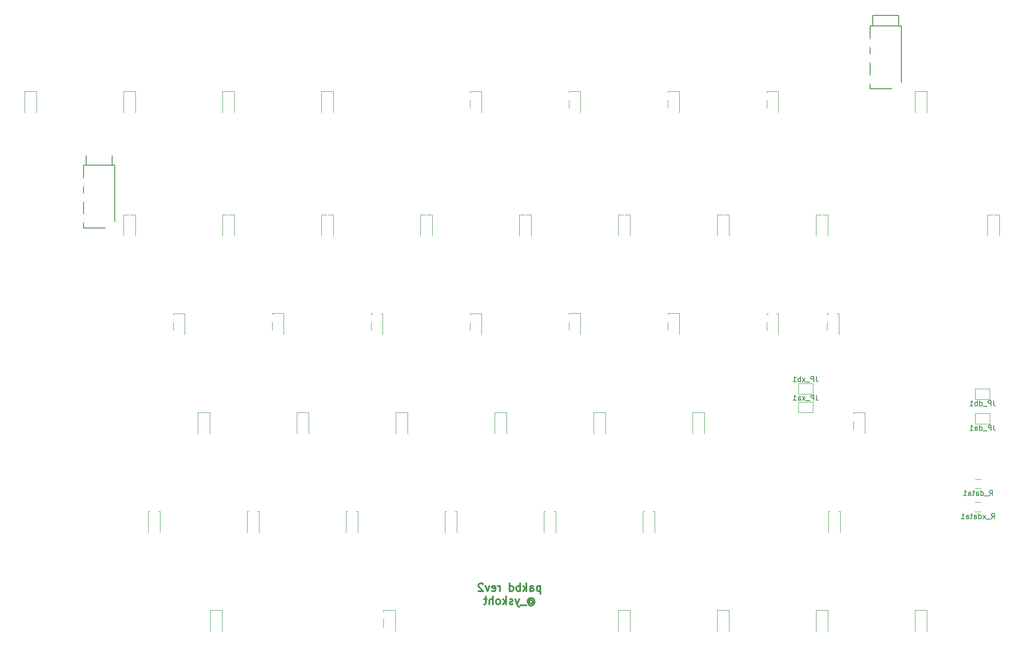
<source format=gbo>
G04 #@! TF.GenerationSoftware,KiCad,Pcbnew,(5.0.2)-1*
G04 #@! TF.CreationDate,2019-02-16T22:05:58+09:00*
G04 #@! TF.ProjectId,pakbd,70616b62-642e-46b6-9963-61645f706362,1*
G04 #@! TF.SameCoordinates,Original*
G04 #@! TF.FileFunction,Legend,Bot*
G04 #@! TF.FilePolarity,Positive*
%FSLAX46Y46*%
G04 Gerber Fmt 4.6, Leading zero omitted, Abs format (unit mm)*
G04 Created by KiCad (PCBNEW (5.0.2)-1) date 2019/02/16 22:05:58*
%MOMM*%
%LPD*%
G01*
G04 APERTURE LIST*
%ADD10C,0.300000*%
%ADD11C,0.120000*%
%ADD12C,0.150000*%
%ADD13C,0.100000*%
%ADD14C,1.825000*%
%ADD15R,1.400000X1.900000*%
%ADD16R,9.925000X1.400000*%
%ADD17R,16.900000X1.400000*%
%ADD18C,2.600000*%
%ADD19R,3.400000X2.900000*%
%ADD20C,2.200000*%
%ADD21C,4.400000*%
%ADD22C,3.400000*%
%ADD23C,3.450000*%
%ADD24R,18.900000X1.400000*%
%ADD25C,1.797000*%
%ADD26C,1.600000*%
%ADD27O,1.900000X2.700000*%
%ADD28C,1.670000*%
%ADD29R,1.670000X1.670000*%
G04 APERTURE END LIST*
D10*
X294268571Y-135923571D02*
X294268571Y-137423571D01*
X294268571Y-135995000D02*
X294125714Y-135923571D01*
X293840000Y-135923571D01*
X293697142Y-135995000D01*
X293625714Y-136066428D01*
X293554285Y-136209285D01*
X293554285Y-136637857D01*
X293625714Y-136780714D01*
X293697142Y-136852142D01*
X293840000Y-136923571D01*
X294125714Y-136923571D01*
X294268571Y-136852142D01*
X292268571Y-136923571D02*
X292268571Y-136137857D01*
X292340000Y-135995000D01*
X292482857Y-135923571D01*
X292768571Y-135923571D01*
X292911428Y-135995000D01*
X292268571Y-136852142D02*
X292411428Y-136923571D01*
X292768571Y-136923571D01*
X292911428Y-136852142D01*
X292982857Y-136709285D01*
X292982857Y-136566428D01*
X292911428Y-136423571D01*
X292768571Y-136352142D01*
X292411428Y-136352142D01*
X292268571Y-136280714D01*
X291554285Y-136923571D02*
X291554285Y-135423571D01*
X291411428Y-136352142D02*
X290982857Y-136923571D01*
X290982857Y-135923571D02*
X291554285Y-136495000D01*
X290340000Y-136923571D02*
X290340000Y-135423571D01*
X290340000Y-135995000D02*
X290197142Y-135923571D01*
X289911428Y-135923571D01*
X289768571Y-135995000D01*
X289697142Y-136066428D01*
X289625714Y-136209285D01*
X289625714Y-136637857D01*
X289697142Y-136780714D01*
X289768571Y-136852142D01*
X289911428Y-136923571D01*
X290197142Y-136923571D01*
X290340000Y-136852142D01*
X288340000Y-136923571D02*
X288340000Y-135423571D01*
X288340000Y-136852142D02*
X288482857Y-136923571D01*
X288768571Y-136923571D01*
X288911428Y-136852142D01*
X288982857Y-136780714D01*
X289054285Y-136637857D01*
X289054285Y-136209285D01*
X288982857Y-136066428D01*
X288911428Y-135995000D01*
X288768571Y-135923571D01*
X288482857Y-135923571D01*
X288340000Y-135995000D01*
X286482857Y-136923571D02*
X286482857Y-135923571D01*
X286482857Y-136209285D02*
X286411428Y-136066428D01*
X286340000Y-135995000D01*
X286197142Y-135923571D01*
X286054285Y-135923571D01*
X284982857Y-136852142D02*
X285125714Y-136923571D01*
X285411428Y-136923571D01*
X285554285Y-136852142D01*
X285625714Y-136709285D01*
X285625714Y-136137857D01*
X285554285Y-135995000D01*
X285411428Y-135923571D01*
X285125714Y-135923571D01*
X284982857Y-135995000D01*
X284911428Y-136137857D01*
X284911428Y-136280714D01*
X285625714Y-136423571D01*
X284411428Y-135923571D02*
X284054285Y-136923571D01*
X283697142Y-135923571D01*
X283197142Y-135566428D02*
X283125714Y-135495000D01*
X282982857Y-135423571D01*
X282625714Y-135423571D01*
X282482857Y-135495000D01*
X282411428Y-135566428D01*
X282340000Y-135709285D01*
X282340000Y-135852142D01*
X282411428Y-136066428D01*
X283268571Y-136923571D01*
X282340000Y-136923571D01*
X292161428Y-138759285D02*
X292232857Y-138687857D01*
X292375714Y-138616428D01*
X292518571Y-138616428D01*
X292661428Y-138687857D01*
X292732857Y-138759285D01*
X292804285Y-138902142D01*
X292804285Y-139045000D01*
X292732857Y-139187857D01*
X292661428Y-139259285D01*
X292518571Y-139330714D01*
X292375714Y-139330714D01*
X292232857Y-139259285D01*
X292161428Y-139187857D01*
X292161428Y-138616428D02*
X292161428Y-139187857D01*
X292090000Y-139259285D01*
X292018571Y-139259285D01*
X291875714Y-139187857D01*
X291804285Y-139045000D01*
X291804285Y-138687857D01*
X291947142Y-138473571D01*
X292161428Y-138330714D01*
X292447142Y-138259285D01*
X292732857Y-138330714D01*
X292947142Y-138473571D01*
X293090000Y-138687857D01*
X293161428Y-138973571D01*
X293090000Y-139259285D01*
X292947142Y-139473571D01*
X292732857Y-139616428D01*
X292447142Y-139687857D01*
X292161428Y-139616428D01*
X291947142Y-139473571D01*
X291518571Y-139616428D02*
X290375714Y-139616428D01*
X290161428Y-138473571D02*
X289804285Y-139473571D01*
X289447142Y-138473571D02*
X289804285Y-139473571D01*
X289947142Y-139830714D01*
X290018571Y-139902142D01*
X290161428Y-139973571D01*
X288947142Y-139402142D02*
X288804285Y-139473571D01*
X288518571Y-139473571D01*
X288375714Y-139402142D01*
X288304285Y-139259285D01*
X288304285Y-139187857D01*
X288375714Y-139045000D01*
X288518571Y-138973571D01*
X288732857Y-138973571D01*
X288875714Y-138902142D01*
X288947142Y-138759285D01*
X288947142Y-138687857D01*
X288875714Y-138545000D01*
X288732857Y-138473571D01*
X288518571Y-138473571D01*
X288375714Y-138545000D01*
X287661428Y-139473571D02*
X287661428Y-137973571D01*
X287518571Y-138902142D02*
X287090000Y-139473571D01*
X287090000Y-138473571D02*
X287661428Y-139045000D01*
X286232857Y-139473571D02*
X286375714Y-139402142D01*
X286447142Y-139330714D01*
X286518571Y-139187857D01*
X286518571Y-138759285D01*
X286447142Y-138616428D01*
X286375714Y-138545000D01*
X286232857Y-138473571D01*
X286018571Y-138473571D01*
X285875714Y-138545000D01*
X285804285Y-138616428D01*
X285732857Y-138759285D01*
X285732857Y-139187857D01*
X285804285Y-139330714D01*
X285875714Y-139402142D01*
X286018571Y-139473571D01*
X286232857Y-139473571D01*
X285090000Y-139473571D02*
X285090000Y-137973571D01*
X284447142Y-139473571D02*
X284447142Y-138687857D01*
X284518571Y-138545000D01*
X284661428Y-138473571D01*
X284875714Y-138473571D01*
X285018571Y-138545000D01*
X285090000Y-138616428D01*
X283947142Y-138473571D02*
X283375714Y-138473571D01*
X283732857Y-137973571D02*
X283732857Y-139259285D01*
X283661428Y-139402142D01*
X283518571Y-139473571D01*
X283375714Y-139473571D01*
D11*
G04 #@! TO.C,D58*
X228292500Y-106547500D02*
X228292500Y-102487500D01*
X228292500Y-102487500D02*
X230562500Y-102487500D01*
X230562500Y-102487500D02*
X230562500Y-106547500D01*
G04 #@! TO.C,D34*
X233055000Y-44660000D02*
X233055000Y-40600000D01*
X233055000Y-40600000D02*
X235325000Y-40600000D01*
X235325000Y-40600000D02*
X235325000Y-44660000D01*
G04 #@! TO.C,D39*
X340100000Y-40600000D02*
X340100000Y-44660000D01*
X337830000Y-40600000D02*
X340100000Y-40600000D01*
X337830000Y-44660000D02*
X337830000Y-40600000D01*
G04 #@! TO.C,D33*
X214005000Y-44660000D02*
X214005000Y-40600000D01*
X214005000Y-40600000D02*
X216275000Y-40600000D01*
X216275000Y-40600000D02*
X216275000Y-44660000D01*
G04 #@! TO.C,D74*
X309255000Y-144657500D02*
X309255000Y-140597500D01*
X309255000Y-140597500D02*
X311525000Y-140597500D01*
X311525000Y-140597500D02*
X311525000Y-144657500D01*
G04 #@! TO.C,D47*
X328305000Y-68427500D02*
X328305000Y-64367500D01*
X328305000Y-64367500D02*
X330575000Y-64367500D01*
X330575000Y-64367500D02*
X330575000Y-68427500D01*
G04 #@! TO.C,D70*
X316287500Y-121497500D02*
X316287500Y-125557500D01*
X314017500Y-121497500D02*
X316287500Y-121497500D01*
X314017500Y-125557500D02*
X314017500Y-121497500D01*
G04 #@! TO.C,R_xdata1*
X377927936Y-119780000D02*
X379132064Y-119780000D01*
X377927936Y-121600000D02*
X379132064Y-121600000D01*
G04 #@! TO.C,eD61*
X287712500Y-102487500D02*
X287712500Y-106547500D01*
X285442500Y-102487500D02*
X287712500Y-102487500D01*
X285442500Y-106547500D02*
X285442500Y-102487500D01*
G04 #@! TO.C,D54*
X302000000Y-83367500D02*
X302000000Y-87427500D01*
X299730000Y-83367500D02*
X302000000Y-83367500D01*
X299730000Y-87427500D02*
X299730000Y-83367500D01*
G04 #@! TO.C,D77*
X368675000Y-140597500D02*
X368675000Y-144657500D01*
X366405000Y-140597500D02*
X368675000Y-140597500D01*
X366405000Y-144657500D02*
X366405000Y-140597500D01*
G04 #@! TO.C,D46*
X311525000Y-64367500D02*
X311525000Y-68427500D01*
X309255000Y-64367500D02*
X311525000Y-64367500D01*
X309255000Y-68427500D02*
X309255000Y-64367500D01*
G04 #@! TO.C,D36*
X282950000Y-40600000D02*
X282950000Y-44660000D01*
X280680000Y-40600000D02*
X282950000Y-40600000D01*
X280680000Y-44660000D02*
X280680000Y-40600000D01*
G04 #@! TO.C,D38*
X321050000Y-40600000D02*
X321050000Y-44660000D01*
X318780000Y-40600000D02*
X321050000Y-40600000D01*
X318780000Y-44660000D02*
X318780000Y-40600000D01*
G04 #@! TO.C,D57*
X351705000Y-83407500D02*
X351705000Y-87467500D01*
X349435000Y-83407500D02*
X351705000Y-83407500D01*
X349435000Y-87467500D02*
X349435000Y-83407500D01*
G04 #@! TO.C,D62*
X304492500Y-106547500D02*
X304492500Y-102487500D01*
X304492500Y-102487500D02*
X306762500Y-102487500D01*
X306762500Y-102487500D02*
X306762500Y-106547500D01*
G04 #@! TO.C,D44*
X273425000Y-64367500D02*
X273425000Y-68427500D01*
X271155000Y-64367500D02*
X273425000Y-64367500D01*
X271155000Y-68427500D02*
X271155000Y-64367500D01*
G04 #@! TO.C,D52*
X263900000Y-83407500D02*
X263900000Y-87467500D01*
X261630000Y-83407500D02*
X263900000Y-83407500D01*
X261630000Y-87467500D02*
X261630000Y-83407500D01*
G04 #@! TO.C,D50*
X225800000Y-83447500D02*
X225800000Y-87507500D01*
X223530000Y-83447500D02*
X225800000Y-83447500D01*
X223530000Y-87507500D02*
X223530000Y-83447500D01*
G04 #@! TO.C,JP_db1*
X378010000Y-99930000D02*
X380810000Y-99930000D01*
X380810000Y-99930000D02*
X380810000Y-97930000D01*
X380810000Y-97930000D02*
X378010000Y-97930000D01*
X378010000Y-97930000D02*
X378010000Y-99930000D01*
G04 #@! TO.C,D64*
X354498900Y-106547500D02*
X354498900Y-102487500D01*
X354498900Y-102487500D02*
X356768900Y-102487500D01*
X356768900Y-102487500D02*
X356768900Y-106547500D01*
G04 #@! TO.C,D49*
X380375000Y-68427500D02*
X380375000Y-64367500D01*
X380375000Y-64367500D02*
X382645000Y-64367500D01*
X382645000Y-64367500D02*
X382645000Y-68427500D01*
G04 #@! TO.C,D59*
X249612500Y-102487500D02*
X249612500Y-106547500D01*
X247342500Y-102487500D02*
X249612500Y-102487500D01*
X247342500Y-106547500D02*
X247342500Y-102487500D01*
G04 #@! TO.C,D72*
X232942500Y-140597500D02*
X232942500Y-144657500D01*
X230672500Y-140597500D02*
X232942500Y-140597500D01*
X230672500Y-144657500D02*
X230672500Y-140597500D01*
G04 #@! TO.C,D32*
X197225000Y-40600000D02*
X197225000Y-44660000D01*
X194955000Y-40600000D02*
X197225000Y-40600000D01*
X194955000Y-44660000D02*
X194955000Y-40600000D01*
G04 #@! TO.C,D43*
X252105000Y-68427500D02*
X252105000Y-64367500D01*
X252105000Y-64367500D02*
X254375000Y-64367500D01*
X254375000Y-64367500D02*
X254375000Y-68427500D01*
G04 #@! TO.C,D37*
X299730000Y-44660000D02*
X299730000Y-40600000D01*
X299730000Y-40600000D02*
X302000000Y-40600000D01*
X302000000Y-40600000D02*
X302000000Y-44660000D01*
G04 #@! TO.C,D35*
X254375000Y-40600000D02*
X254375000Y-44660000D01*
X252105000Y-40600000D02*
X254375000Y-40600000D01*
X252105000Y-44660000D02*
X252105000Y-40600000D01*
G04 #@! TO.C,D60*
X266392500Y-106547500D02*
X266392500Y-102487500D01*
X266392500Y-102487500D02*
X268662500Y-102487500D01*
X268662500Y-102487500D02*
X268662500Y-106547500D01*
G04 #@! TO.C,D76*
X349625000Y-140597500D02*
X349625000Y-144657500D01*
X347355000Y-140597500D02*
X349625000Y-140597500D01*
X347355000Y-144657500D02*
X347355000Y-140597500D01*
G04 #@! TO.C,JP_xa1*
X346730000Y-100480000D02*
X343930000Y-100480000D01*
X343930000Y-100480000D02*
X343930000Y-102480000D01*
X343930000Y-102480000D02*
X346730000Y-102480000D01*
X346730000Y-102480000D02*
X346730000Y-100480000D01*
G04 #@! TO.C,D66*
X237817500Y-125557500D02*
X237817500Y-121497500D01*
X237817500Y-121497500D02*
X240087500Y-121497500D01*
X240087500Y-121497500D02*
X240087500Y-125557500D01*
G04 #@! TO.C,R_data1*
X377947936Y-117130000D02*
X379152064Y-117130000D01*
X377947936Y-115310000D02*
X379152064Y-115310000D01*
G04 #@! TO.C,JP_xb1*
X346730000Y-98880000D02*
X346730000Y-96880000D01*
X343930000Y-98880000D02*
X346730000Y-98880000D01*
X343930000Y-96880000D02*
X343930000Y-98880000D01*
X346730000Y-96880000D02*
X343930000Y-96880000D01*
G04 #@! TO.C,D68*
X275917500Y-125557500D02*
X275917500Y-121497500D01*
X275917500Y-121497500D02*
X278187500Y-121497500D01*
X278187500Y-121497500D02*
X278187500Y-125557500D01*
G04 #@! TO.C,JP_da1*
X378020000Y-102660000D02*
X378020000Y-104660000D01*
X380820000Y-102660000D02*
X378020000Y-102660000D01*
X380820000Y-104660000D02*
X380820000Y-102660000D01*
X378020000Y-104660000D02*
X380820000Y-104660000D01*
G04 #@! TO.C,D69*
X294967500Y-125557500D02*
X294967500Y-121497500D01*
X294967500Y-121497500D02*
X297237500Y-121497500D01*
X297237500Y-121497500D02*
X297237500Y-125557500D01*
G04 #@! TO.C,D71*
X349737500Y-125557500D02*
X349737500Y-121497500D01*
X349737500Y-121497500D02*
X352007500Y-121497500D01*
X352007500Y-121497500D02*
X352007500Y-125557500D01*
G04 #@! TO.C,D65*
X221037500Y-121497500D02*
X221037500Y-125557500D01*
X218767500Y-121497500D02*
X221037500Y-121497500D01*
X218767500Y-125557500D02*
X218767500Y-121497500D01*
G04 #@! TO.C,D67*
X256867500Y-125557500D02*
X256867500Y-121497500D01*
X256867500Y-121497500D02*
X259137500Y-121497500D01*
X259137500Y-121497500D02*
X259137500Y-125557500D01*
G04 #@! TO.C,D63*
X325812500Y-102487500D02*
X325812500Y-106547500D01*
X323542500Y-102487500D02*
X325812500Y-102487500D01*
X323542500Y-106547500D02*
X323542500Y-102487500D01*
G04 #@! TO.C,D75*
X330575000Y-140597500D02*
X330575000Y-144657500D01*
X328305000Y-140597500D02*
X330575000Y-140597500D01*
X328305000Y-144657500D02*
X328305000Y-140597500D01*
G04 #@! TO.C,D73*
X264010000Y-144657500D02*
X264010000Y-140597500D01*
X264010000Y-140597500D02*
X266280000Y-140597500D01*
X266280000Y-140597500D02*
X266280000Y-144657500D01*
G04 #@! TO.C,D53*
X282950000Y-83447500D02*
X282950000Y-87507500D01*
X280680000Y-83447500D02*
X282950000Y-83447500D01*
X280680000Y-87507500D02*
X280680000Y-83447500D01*
G04 #@! TO.C,D41*
X214005000Y-68427500D02*
X214005000Y-64367500D01*
X214005000Y-64367500D02*
X216275000Y-64367500D01*
X216275000Y-64367500D02*
X216275000Y-68427500D01*
D12*
G04 #@! TO.C,J3*
X206290000Y-54790000D02*
X206290000Y-66890000D01*
X212290000Y-54790000D02*
X206290000Y-54790000D01*
X212290000Y-66890000D02*
X212290000Y-54790000D01*
X206290000Y-66890000D02*
X212290000Y-66890000D01*
X206790000Y-52790000D02*
X206790000Y-54790000D01*
X211790000Y-52790000D02*
X211790000Y-54790000D01*
X206790000Y-52790000D02*
X211790000Y-52790000D01*
G04 #@! TO.C,J2*
X358230000Y-25970000D02*
X363230000Y-25970000D01*
X363230000Y-25970000D02*
X363230000Y-27970000D01*
X358230000Y-25970000D02*
X358230000Y-27970000D01*
X357730000Y-40070000D02*
X363730000Y-40070000D01*
X363730000Y-40070000D02*
X363730000Y-27970000D01*
X363730000Y-27970000D02*
X357730000Y-27970000D01*
X357730000Y-27970000D02*
X357730000Y-40070000D01*
D11*
G04 #@! TO.C,D51*
X244850000Y-83347500D02*
X244850000Y-87407500D01*
X242580000Y-83347500D02*
X244850000Y-83347500D01*
X242580000Y-87407500D02*
X242580000Y-83347500D01*
G04 #@! TO.C,D55*
X318780000Y-87437500D02*
X318780000Y-83377500D01*
X318780000Y-83377500D02*
X321050000Y-83377500D01*
X321050000Y-83377500D02*
X321050000Y-87437500D01*
G04 #@! TO.C,D56*
X340100000Y-83407500D02*
X340100000Y-87467500D01*
X337830000Y-83407500D02*
X340100000Y-83407500D01*
X337830000Y-87467500D02*
X337830000Y-83407500D01*
G04 #@! TO.C,D40*
X366405000Y-44660000D02*
X366405000Y-40600000D01*
X366405000Y-40600000D02*
X368675000Y-40600000D01*
X368675000Y-40600000D02*
X368675000Y-44660000D01*
G04 #@! TO.C,D42*
X233055000Y-68427500D02*
X233055000Y-64367500D01*
X233055000Y-64367500D02*
X235325000Y-64367500D01*
X235325000Y-64367500D02*
X235325000Y-68427500D01*
G04 #@! TO.C,D48*
X349625000Y-64367500D02*
X349625000Y-68427500D01*
X347355000Y-64367500D02*
X349625000Y-64367500D01*
X347355000Y-68427500D02*
X347355000Y-64367500D01*
G04 #@! TO.C,D45*
X290205000Y-68427500D02*
X290205000Y-64367500D01*
X290205000Y-64367500D02*
X292475000Y-64367500D01*
X292475000Y-64367500D02*
X292475000Y-68427500D01*
G04 #@! TO.C,R_xdata1*
D12*
X381125238Y-122962380D02*
X381458571Y-122486190D01*
X381696666Y-122962380D02*
X381696666Y-121962380D01*
X381315714Y-121962380D01*
X381220476Y-122010000D01*
X381172857Y-122057619D01*
X381125238Y-122152857D01*
X381125238Y-122295714D01*
X381172857Y-122390952D01*
X381220476Y-122438571D01*
X381315714Y-122486190D01*
X381696666Y-122486190D01*
X380934761Y-123057619D02*
X380172857Y-123057619D01*
X380030000Y-122962380D02*
X379506190Y-122295714D01*
X380030000Y-122295714D02*
X379506190Y-122962380D01*
X378696666Y-122962380D02*
X378696666Y-121962380D01*
X378696666Y-122914761D02*
X378791904Y-122962380D01*
X378982380Y-122962380D01*
X379077619Y-122914761D01*
X379125238Y-122867142D01*
X379172857Y-122771904D01*
X379172857Y-122486190D01*
X379125238Y-122390952D01*
X379077619Y-122343333D01*
X378982380Y-122295714D01*
X378791904Y-122295714D01*
X378696666Y-122343333D01*
X377791904Y-122962380D02*
X377791904Y-122438571D01*
X377839523Y-122343333D01*
X377934761Y-122295714D01*
X378125238Y-122295714D01*
X378220476Y-122343333D01*
X377791904Y-122914761D02*
X377887142Y-122962380D01*
X378125238Y-122962380D01*
X378220476Y-122914761D01*
X378268095Y-122819523D01*
X378268095Y-122724285D01*
X378220476Y-122629047D01*
X378125238Y-122581428D01*
X377887142Y-122581428D01*
X377791904Y-122533809D01*
X377458571Y-122295714D02*
X377077619Y-122295714D01*
X377315714Y-121962380D02*
X377315714Y-122819523D01*
X377268095Y-122914761D01*
X377172857Y-122962380D01*
X377077619Y-122962380D01*
X376315714Y-122962380D02*
X376315714Y-122438571D01*
X376363333Y-122343333D01*
X376458571Y-122295714D01*
X376649047Y-122295714D01*
X376744285Y-122343333D01*
X376315714Y-122914761D02*
X376410952Y-122962380D01*
X376649047Y-122962380D01*
X376744285Y-122914761D01*
X376791904Y-122819523D01*
X376791904Y-122724285D01*
X376744285Y-122629047D01*
X376649047Y-122581428D01*
X376410952Y-122581428D01*
X376315714Y-122533809D01*
X375315714Y-122962380D02*
X375887142Y-122962380D01*
X375601428Y-122962380D02*
X375601428Y-121962380D01*
X375696666Y-122105238D01*
X375791904Y-122200476D01*
X375887142Y-122248095D01*
G04 #@! TO.C,JP_db1*
X381529047Y-100182380D02*
X381529047Y-100896666D01*
X381576666Y-101039523D01*
X381671904Y-101134761D01*
X381814761Y-101182380D01*
X381910000Y-101182380D01*
X381052857Y-101182380D02*
X381052857Y-100182380D01*
X380671904Y-100182380D01*
X380576666Y-100230000D01*
X380529047Y-100277619D01*
X380481428Y-100372857D01*
X380481428Y-100515714D01*
X380529047Y-100610952D01*
X380576666Y-100658571D01*
X380671904Y-100706190D01*
X381052857Y-100706190D01*
X380290952Y-101277619D02*
X379529047Y-101277619D01*
X378862380Y-101182380D02*
X378862380Y-100182380D01*
X378862380Y-101134761D02*
X378957619Y-101182380D01*
X379148095Y-101182380D01*
X379243333Y-101134761D01*
X379290952Y-101087142D01*
X379338571Y-100991904D01*
X379338571Y-100706190D01*
X379290952Y-100610952D01*
X379243333Y-100563333D01*
X379148095Y-100515714D01*
X378957619Y-100515714D01*
X378862380Y-100563333D01*
X378386190Y-101182380D02*
X378386190Y-100182380D01*
X378386190Y-100563333D02*
X378290952Y-100515714D01*
X378100476Y-100515714D01*
X378005238Y-100563333D01*
X377957619Y-100610952D01*
X377910000Y-100706190D01*
X377910000Y-100991904D01*
X377957619Y-101087142D01*
X378005238Y-101134761D01*
X378100476Y-101182380D01*
X378290952Y-101182380D01*
X378386190Y-101134761D01*
X376957619Y-101182380D02*
X377529047Y-101182380D01*
X377243333Y-101182380D02*
X377243333Y-100182380D01*
X377338571Y-100325238D01*
X377433809Y-100420476D01*
X377529047Y-100468095D01*
G04 #@! TO.C,JP_xa1*
X347401428Y-99132380D02*
X347401428Y-99846666D01*
X347449047Y-99989523D01*
X347544285Y-100084761D01*
X347687142Y-100132380D01*
X347782380Y-100132380D01*
X346925238Y-100132380D02*
X346925238Y-99132380D01*
X346544285Y-99132380D01*
X346449047Y-99180000D01*
X346401428Y-99227619D01*
X346353809Y-99322857D01*
X346353809Y-99465714D01*
X346401428Y-99560952D01*
X346449047Y-99608571D01*
X346544285Y-99656190D01*
X346925238Y-99656190D01*
X346163333Y-100227619D02*
X345401428Y-100227619D01*
X345258571Y-100132380D02*
X344734761Y-99465714D01*
X345258571Y-99465714D02*
X344734761Y-100132380D01*
X343925238Y-100132380D02*
X343925238Y-99608571D01*
X343972857Y-99513333D01*
X344068095Y-99465714D01*
X344258571Y-99465714D01*
X344353809Y-99513333D01*
X343925238Y-100084761D02*
X344020476Y-100132380D01*
X344258571Y-100132380D01*
X344353809Y-100084761D01*
X344401428Y-99989523D01*
X344401428Y-99894285D01*
X344353809Y-99799047D01*
X344258571Y-99751428D01*
X344020476Y-99751428D01*
X343925238Y-99703809D01*
X342925238Y-100132380D02*
X343496666Y-100132380D01*
X343210952Y-100132380D02*
X343210952Y-99132380D01*
X343306190Y-99275238D01*
X343401428Y-99370476D01*
X343496666Y-99418095D01*
G04 #@! TO.C,R_data1*
X380740476Y-118492380D02*
X381073809Y-118016190D01*
X381311904Y-118492380D02*
X381311904Y-117492380D01*
X380930952Y-117492380D01*
X380835714Y-117540000D01*
X380788095Y-117587619D01*
X380740476Y-117682857D01*
X380740476Y-117825714D01*
X380788095Y-117920952D01*
X380835714Y-117968571D01*
X380930952Y-118016190D01*
X381311904Y-118016190D01*
X380550000Y-118587619D02*
X379788095Y-118587619D01*
X379121428Y-118492380D02*
X379121428Y-117492380D01*
X379121428Y-118444761D02*
X379216666Y-118492380D01*
X379407142Y-118492380D01*
X379502380Y-118444761D01*
X379550000Y-118397142D01*
X379597619Y-118301904D01*
X379597619Y-118016190D01*
X379550000Y-117920952D01*
X379502380Y-117873333D01*
X379407142Y-117825714D01*
X379216666Y-117825714D01*
X379121428Y-117873333D01*
X378216666Y-118492380D02*
X378216666Y-117968571D01*
X378264285Y-117873333D01*
X378359523Y-117825714D01*
X378550000Y-117825714D01*
X378645238Y-117873333D01*
X378216666Y-118444761D02*
X378311904Y-118492380D01*
X378550000Y-118492380D01*
X378645238Y-118444761D01*
X378692857Y-118349523D01*
X378692857Y-118254285D01*
X378645238Y-118159047D01*
X378550000Y-118111428D01*
X378311904Y-118111428D01*
X378216666Y-118063809D01*
X377883333Y-117825714D02*
X377502380Y-117825714D01*
X377740476Y-117492380D02*
X377740476Y-118349523D01*
X377692857Y-118444761D01*
X377597619Y-118492380D01*
X377502380Y-118492380D01*
X376740476Y-118492380D02*
X376740476Y-117968571D01*
X376788095Y-117873333D01*
X376883333Y-117825714D01*
X377073809Y-117825714D01*
X377169047Y-117873333D01*
X376740476Y-118444761D02*
X376835714Y-118492380D01*
X377073809Y-118492380D01*
X377169047Y-118444761D01*
X377216666Y-118349523D01*
X377216666Y-118254285D01*
X377169047Y-118159047D01*
X377073809Y-118111428D01*
X376835714Y-118111428D01*
X376740476Y-118063809D01*
X375740476Y-118492380D02*
X376311904Y-118492380D01*
X376026190Y-118492380D02*
X376026190Y-117492380D01*
X376121428Y-117635238D01*
X376216666Y-117730476D01*
X376311904Y-117778095D01*
G04 #@! TO.C,JP_xb1*
X347401428Y-95532380D02*
X347401428Y-96246666D01*
X347449047Y-96389523D01*
X347544285Y-96484761D01*
X347687142Y-96532380D01*
X347782380Y-96532380D01*
X346925238Y-96532380D02*
X346925238Y-95532380D01*
X346544285Y-95532380D01*
X346449047Y-95580000D01*
X346401428Y-95627619D01*
X346353809Y-95722857D01*
X346353809Y-95865714D01*
X346401428Y-95960952D01*
X346449047Y-96008571D01*
X346544285Y-96056190D01*
X346925238Y-96056190D01*
X346163333Y-96627619D02*
X345401428Y-96627619D01*
X345258571Y-96532380D02*
X344734761Y-95865714D01*
X345258571Y-95865714D02*
X344734761Y-96532380D01*
X344353809Y-96532380D02*
X344353809Y-95532380D01*
X344353809Y-95913333D02*
X344258571Y-95865714D01*
X344068095Y-95865714D01*
X343972857Y-95913333D01*
X343925238Y-95960952D01*
X343877619Y-96056190D01*
X343877619Y-96341904D01*
X343925238Y-96437142D01*
X343972857Y-96484761D01*
X344068095Y-96532380D01*
X344258571Y-96532380D01*
X344353809Y-96484761D01*
X342925238Y-96532380D02*
X343496666Y-96532380D01*
X343210952Y-96532380D02*
X343210952Y-95532380D01*
X343306190Y-95675238D01*
X343401428Y-95770476D01*
X343496666Y-95818095D01*
G04 #@! TO.C,JP_da1*
X381539047Y-104912380D02*
X381539047Y-105626666D01*
X381586666Y-105769523D01*
X381681904Y-105864761D01*
X381824761Y-105912380D01*
X381920000Y-105912380D01*
X381062857Y-105912380D02*
X381062857Y-104912380D01*
X380681904Y-104912380D01*
X380586666Y-104960000D01*
X380539047Y-105007619D01*
X380491428Y-105102857D01*
X380491428Y-105245714D01*
X380539047Y-105340952D01*
X380586666Y-105388571D01*
X380681904Y-105436190D01*
X381062857Y-105436190D01*
X380300952Y-106007619D02*
X379539047Y-106007619D01*
X378872380Y-105912380D02*
X378872380Y-104912380D01*
X378872380Y-105864761D02*
X378967619Y-105912380D01*
X379158095Y-105912380D01*
X379253333Y-105864761D01*
X379300952Y-105817142D01*
X379348571Y-105721904D01*
X379348571Y-105436190D01*
X379300952Y-105340952D01*
X379253333Y-105293333D01*
X379158095Y-105245714D01*
X378967619Y-105245714D01*
X378872380Y-105293333D01*
X377967619Y-105912380D02*
X377967619Y-105388571D01*
X378015238Y-105293333D01*
X378110476Y-105245714D01*
X378300952Y-105245714D01*
X378396190Y-105293333D01*
X377967619Y-105864761D02*
X378062857Y-105912380D01*
X378300952Y-105912380D01*
X378396190Y-105864761D01*
X378443809Y-105769523D01*
X378443809Y-105674285D01*
X378396190Y-105579047D01*
X378300952Y-105531428D01*
X378062857Y-105531428D01*
X377967619Y-105483809D01*
X376967619Y-105912380D02*
X377539047Y-105912380D01*
X377253333Y-105912380D02*
X377253333Y-104912380D01*
X377348571Y-105055238D01*
X377443809Y-105150476D01*
X377539047Y-105198095D01*
G04 #@! TD*
%LPC*%
D13*
G04 #@! TO.C,D58*
G36*
X230213707Y-102549042D02*
X230244787Y-102553652D01*
X230275266Y-102561287D01*
X230304850Y-102571872D01*
X230333254Y-102585306D01*
X230360204Y-102601459D01*
X230385442Y-102620177D01*
X230408723Y-102641277D01*
X230429823Y-102664558D01*
X230448541Y-102689796D01*
X230464694Y-102716746D01*
X230478128Y-102745150D01*
X230488713Y-102774734D01*
X230496348Y-102805213D01*
X230500958Y-102836293D01*
X230502500Y-102867676D01*
X230502500Y-104052324D01*
X230500958Y-104083707D01*
X230496348Y-104114787D01*
X230488713Y-104145266D01*
X230478128Y-104174850D01*
X230464694Y-104203254D01*
X230448541Y-104230204D01*
X230429823Y-104255442D01*
X230408723Y-104278723D01*
X230385442Y-104299823D01*
X230360204Y-104318541D01*
X230333254Y-104334694D01*
X230304850Y-104348128D01*
X230275266Y-104358713D01*
X230244787Y-104366348D01*
X230213707Y-104370958D01*
X230182324Y-104372500D01*
X228672676Y-104372500D01*
X228641293Y-104370958D01*
X228610213Y-104366348D01*
X228579734Y-104358713D01*
X228550150Y-104348128D01*
X228521746Y-104334694D01*
X228494796Y-104318541D01*
X228469558Y-104299823D01*
X228446277Y-104278723D01*
X228425177Y-104255442D01*
X228406459Y-104230204D01*
X228390306Y-104203254D01*
X228376872Y-104174850D01*
X228366287Y-104145266D01*
X228358652Y-104114787D01*
X228354042Y-104083707D01*
X228352500Y-104052324D01*
X228352500Y-102867676D01*
X228354042Y-102836293D01*
X228358652Y-102805213D01*
X228366287Y-102774734D01*
X228376872Y-102745150D01*
X228390306Y-102716746D01*
X228406459Y-102689796D01*
X228425177Y-102664558D01*
X228446277Y-102641277D01*
X228469558Y-102620177D01*
X228494796Y-102601459D01*
X228521746Y-102585306D01*
X228550150Y-102571872D01*
X228579734Y-102561287D01*
X228610213Y-102553652D01*
X228641293Y-102549042D01*
X228672676Y-102547500D01*
X230182324Y-102547500D01*
X230213707Y-102549042D01*
X230213707Y-102549042D01*
G37*
D14*
X229427500Y-103460000D03*
D13*
G36*
X230213707Y-105524042D02*
X230244787Y-105528652D01*
X230275266Y-105536287D01*
X230304850Y-105546872D01*
X230333254Y-105560306D01*
X230360204Y-105576459D01*
X230385442Y-105595177D01*
X230408723Y-105616277D01*
X230429823Y-105639558D01*
X230448541Y-105664796D01*
X230464694Y-105691746D01*
X230478128Y-105720150D01*
X230488713Y-105749734D01*
X230496348Y-105780213D01*
X230500958Y-105811293D01*
X230502500Y-105842676D01*
X230502500Y-107027324D01*
X230500958Y-107058707D01*
X230496348Y-107089787D01*
X230488713Y-107120266D01*
X230478128Y-107149850D01*
X230464694Y-107178254D01*
X230448541Y-107205204D01*
X230429823Y-107230442D01*
X230408723Y-107253723D01*
X230385442Y-107274823D01*
X230360204Y-107293541D01*
X230333254Y-107309694D01*
X230304850Y-107323128D01*
X230275266Y-107333713D01*
X230244787Y-107341348D01*
X230213707Y-107345958D01*
X230182324Y-107347500D01*
X228672676Y-107347500D01*
X228641293Y-107345958D01*
X228610213Y-107341348D01*
X228579734Y-107333713D01*
X228550150Y-107323128D01*
X228521746Y-107309694D01*
X228494796Y-107293541D01*
X228469558Y-107274823D01*
X228446277Y-107253723D01*
X228425177Y-107230442D01*
X228406459Y-107205204D01*
X228390306Y-107178254D01*
X228376872Y-107149850D01*
X228366287Y-107120266D01*
X228358652Y-107089787D01*
X228354042Y-107058707D01*
X228352500Y-107027324D01*
X228352500Y-105842676D01*
X228354042Y-105811293D01*
X228358652Y-105780213D01*
X228366287Y-105749734D01*
X228376872Y-105720150D01*
X228390306Y-105691746D01*
X228406459Y-105664796D01*
X228425177Y-105639558D01*
X228446277Y-105616277D01*
X228469558Y-105595177D01*
X228494796Y-105576459D01*
X228521746Y-105560306D01*
X228550150Y-105546872D01*
X228579734Y-105536287D01*
X228610213Y-105528652D01*
X228641293Y-105524042D01*
X228672676Y-105522500D01*
X230182324Y-105522500D01*
X230213707Y-105524042D01*
X230213707Y-105524042D01*
G37*
D14*
X229427500Y-106435000D03*
G04 #@! TD*
D13*
G04 #@! TO.C,D34*
G36*
X234976207Y-40661542D02*
X235007287Y-40666152D01*
X235037766Y-40673787D01*
X235067350Y-40684372D01*
X235095754Y-40697806D01*
X235122704Y-40713959D01*
X235147942Y-40732677D01*
X235171223Y-40753777D01*
X235192323Y-40777058D01*
X235211041Y-40802296D01*
X235227194Y-40829246D01*
X235240628Y-40857650D01*
X235251213Y-40887234D01*
X235258848Y-40917713D01*
X235263458Y-40948793D01*
X235265000Y-40980176D01*
X235265000Y-42164824D01*
X235263458Y-42196207D01*
X235258848Y-42227287D01*
X235251213Y-42257766D01*
X235240628Y-42287350D01*
X235227194Y-42315754D01*
X235211041Y-42342704D01*
X235192323Y-42367942D01*
X235171223Y-42391223D01*
X235147942Y-42412323D01*
X235122704Y-42431041D01*
X235095754Y-42447194D01*
X235067350Y-42460628D01*
X235037766Y-42471213D01*
X235007287Y-42478848D01*
X234976207Y-42483458D01*
X234944824Y-42485000D01*
X233435176Y-42485000D01*
X233403793Y-42483458D01*
X233372713Y-42478848D01*
X233342234Y-42471213D01*
X233312650Y-42460628D01*
X233284246Y-42447194D01*
X233257296Y-42431041D01*
X233232058Y-42412323D01*
X233208777Y-42391223D01*
X233187677Y-42367942D01*
X233168959Y-42342704D01*
X233152806Y-42315754D01*
X233139372Y-42287350D01*
X233128787Y-42257766D01*
X233121152Y-42227287D01*
X233116542Y-42196207D01*
X233115000Y-42164824D01*
X233115000Y-40980176D01*
X233116542Y-40948793D01*
X233121152Y-40917713D01*
X233128787Y-40887234D01*
X233139372Y-40857650D01*
X233152806Y-40829246D01*
X233168959Y-40802296D01*
X233187677Y-40777058D01*
X233208777Y-40753777D01*
X233232058Y-40732677D01*
X233257296Y-40713959D01*
X233284246Y-40697806D01*
X233312650Y-40684372D01*
X233342234Y-40673787D01*
X233372713Y-40666152D01*
X233403793Y-40661542D01*
X233435176Y-40660000D01*
X234944824Y-40660000D01*
X234976207Y-40661542D01*
X234976207Y-40661542D01*
G37*
D14*
X234190000Y-41572500D03*
D13*
G36*
X234976207Y-43636542D02*
X235007287Y-43641152D01*
X235037766Y-43648787D01*
X235067350Y-43659372D01*
X235095754Y-43672806D01*
X235122704Y-43688959D01*
X235147942Y-43707677D01*
X235171223Y-43728777D01*
X235192323Y-43752058D01*
X235211041Y-43777296D01*
X235227194Y-43804246D01*
X235240628Y-43832650D01*
X235251213Y-43862234D01*
X235258848Y-43892713D01*
X235263458Y-43923793D01*
X235265000Y-43955176D01*
X235265000Y-45139824D01*
X235263458Y-45171207D01*
X235258848Y-45202287D01*
X235251213Y-45232766D01*
X235240628Y-45262350D01*
X235227194Y-45290754D01*
X235211041Y-45317704D01*
X235192323Y-45342942D01*
X235171223Y-45366223D01*
X235147942Y-45387323D01*
X235122704Y-45406041D01*
X235095754Y-45422194D01*
X235067350Y-45435628D01*
X235037766Y-45446213D01*
X235007287Y-45453848D01*
X234976207Y-45458458D01*
X234944824Y-45460000D01*
X233435176Y-45460000D01*
X233403793Y-45458458D01*
X233372713Y-45453848D01*
X233342234Y-45446213D01*
X233312650Y-45435628D01*
X233284246Y-45422194D01*
X233257296Y-45406041D01*
X233232058Y-45387323D01*
X233208777Y-45366223D01*
X233187677Y-45342942D01*
X233168959Y-45317704D01*
X233152806Y-45290754D01*
X233139372Y-45262350D01*
X233128787Y-45232766D01*
X233121152Y-45202287D01*
X233116542Y-45171207D01*
X233115000Y-45139824D01*
X233115000Y-43955176D01*
X233116542Y-43923793D01*
X233121152Y-43892713D01*
X233128787Y-43862234D01*
X233139372Y-43832650D01*
X233152806Y-43804246D01*
X233168959Y-43777296D01*
X233187677Y-43752058D01*
X233208777Y-43728777D01*
X233232058Y-43707677D01*
X233257296Y-43688959D01*
X233284246Y-43672806D01*
X233312650Y-43659372D01*
X233342234Y-43648787D01*
X233372713Y-43641152D01*
X233403793Y-43636542D01*
X233435176Y-43635000D01*
X234944824Y-43635000D01*
X234976207Y-43636542D01*
X234976207Y-43636542D01*
G37*
D14*
X234190000Y-44547500D03*
G04 #@! TD*
D13*
G04 #@! TO.C,D39*
G36*
X339751207Y-43636542D02*
X339782287Y-43641152D01*
X339812766Y-43648787D01*
X339842350Y-43659372D01*
X339870754Y-43672806D01*
X339897704Y-43688959D01*
X339922942Y-43707677D01*
X339946223Y-43728777D01*
X339967323Y-43752058D01*
X339986041Y-43777296D01*
X340002194Y-43804246D01*
X340015628Y-43832650D01*
X340026213Y-43862234D01*
X340033848Y-43892713D01*
X340038458Y-43923793D01*
X340040000Y-43955176D01*
X340040000Y-45139824D01*
X340038458Y-45171207D01*
X340033848Y-45202287D01*
X340026213Y-45232766D01*
X340015628Y-45262350D01*
X340002194Y-45290754D01*
X339986041Y-45317704D01*
X339967323Y-45342942D01*
X339946223Y-45366223D01*
X339922942Y-45387323D01*
X339897704Y-45406041D01*
X339870754Y-45422194D01*
X339842350Y-45435628D01*
X339812766Y-45446213D01*
X339782287Y-45453848D01*
X339751207Y-45458458D01*
X339719824Y-45460000D01*
X338210176Y-45460000D01*
X338178793Y-45458458D01*
X338147713Y-45453848D01*
X338117234Y-45446213D01*
X338087650Y-45435628D01*
X338059246Y-45422194D01*
X338032296Y-45406041D01*
X338007058Y-45387323D01*
X337983777Y-45366223D01*
X337962677Y-45342942D01*
X337943959Y-45317704D01*
X337927806Y-45290754D01*
X337914372Y-45262350D01*
X337903787Y-45232766D01*
X337896152Y-45202287D01*
X337891542Y-45171207D01*
X337890000Y-45139824D01*
X337890000Y-43955176D01*
X337891542Y-43923793D01*
X337896152Y-43892713D01*
X337903787Y-43862234D01*
X337914372Y-43832650D01*
X337927806Y-43804246D01*
X337943959Y-43777296D01*
X337962677Y-43752058D01*
X337983777Y-43728777D01*
X338007058Y-43707677D01*
X338032296Y-43688959D01*
X338059246Y-43672806D01*
X338087650Y-43659372D01*
X338117234Y-43648787D01*
X338147713Y-43641152D01*
X338178793Y-43636542D01*
X338210176Y-43635000D01*
X339719824Y-43635000D01*
X339751207Y-43636542D01*
X339751207Y-43636542D01*
G37*
D14*
X338965000Y-44547500D03*
D13*
G36*
X339751207Y-40661542D02*
X339782287Y-40666152D01*
X339812766Y-40673787D01*
X339842350Y-40684372D01*
X339870754Y-40697806D01*
X339897704Y-40713959D01*
X339922942Y-40732677D01*
X339946223Y-40753777D01*
X339967323Y-40777058D01*
X339986041Y-40802296D01*
X340002194Y-40829246D01*
X340015628Y-40857650D01*
X340026213Y-40887234D01*
X340033848Y-40917713D01*
X340038458Y-40948793D01*
X340040000Y-40980176D01*
X340040000Y-42164824D01*
X340038458Y-42196207D01*
X340033848Y-42227287D01*
X340026213Y-42257766D01*
X340015628Y-42287350D01*
X340002194Y-42315754D01*
X339986041Y-42342704D01*
X339967323Y-42367942D01*
X339946223Y-42391223D01*
X339922942Y-42412323D01*
X339897704Y-42431041D01*
X339870754Y-42447194D01*
X339842350Y-42460628D01*
X339812766Y-42471213D01*
X339782287Y-42478848D01*
X339751207Y-42483458D01*
X339719824Y-42485000D01*
X338210176Y-42485000D01*
X338178793Y-42483458D01*
X338147713Y-42478848D01*
X338117234Y-42471213D01*
X338087650Y-42460628D01*
X338059246Y-42447194D01*
X338032296Y-42431041D01*
X338007058Y-42412323D01*
X337983777Y-42391223D01*
X337962677Y-42367942D01*
X337943959Y-42342704D01*
X337927806Y-42315754D01*
X337914372Y-42287350D01*
X337903787Y-42257766D01*
X337896152Y-42227287D01*
X337891542Y-42196207D01*
X337890000Y-42164824D01*
X337890000Y-40980176D01*
X337891542Y-40948793D01*
X337896152Y-40917713D01*
X337903787Y-40887234D01*
X337914372Y-40857650D01*
X337927806Y-40829246D01*
X337943959Y-40802296D01*
X337962677Y-40777058D01*
X337983777Y-40753777D01*
X338007058Y-40732677D01*
X338032296Y-40713959D01*
X338059246Y-40697806D01*
X338087650Y-40684372D01*
X338117234Y-40673787D01*
X338147713Y-40666152D01*
X338178793Y-40661542D01*
X338210176Y-40660000D01*
X339719824Y-40660000D01*
X339751207Y-40661542D01*
X339751207Y-40661542D01*
G37*
D14*
X338965000Y-41572500D03*
G04 #@! TD*
D13*
G04 #@! TO.C,D33*
G36*
X215926207Y-40661542D02*
X215957287Y-40666152D01*
X215987766Y-40673787D01*
X216017350Y-40684372D01*
X216045754Y-40697806D01*
X216072704Y-40713959D01*
X216097942Y-40732677D01*
X216121223Y-40753777D01*
X216142323Y-40777058D01*
X216161041Y-40802296D01*
X216177194Y-40829246D01*
X216190628Y-40857650D01*
X216201213Y-40887234D01*
X216208848Y-40917713D01*
X216213458Y-40948793D01*
X216215000Y-40980176D01*
X216215000Y-42164824D01*
X216213458Y-42196207D01*
X216208848Y-42227287D01*
X216201213Y-42257766D01*
X216190628Y-42287350D01*
X216177194Y-42315754D01*
X216161041Y-42342704D01*
X216142323Y-42367942D01*
X216121223Y-42391223D01*
X216097942Y-42412323D01*
X216072704Y-42431041D01*
X216045754Y-42447194D01*
X216017350Y-42460628D01*
X215987766Y-42471213D01*
X215957287Y-42478848D01*
X215926207Y-42483458D01*
X215894824Y-42485000D01*
X214385176Y-42485000D01*
X214353793Y-42483458D01*
X214322713Y-42478848D01*
X214292234Y-42471213D01*
X214262650Y-42460628D01*
X214234246Y-42447194D01*
X214207296Y-42431041D01*
X214182058Y-42412323D01*
X214158777Y-42391223D01*
X214137677Y-42367942D01*
X214118959Y-42342704D01*
X214102806Y-42315754D01*
X214089372Y-42287350D01*
X214078787Y-42257766D01*
X214071152Y-42227287D01*
X214066542Y-42196207D01*
X214065000Y-42164824D01*
X214065000Y-40980176D01*
X214066542Y-40948793D01*
X214071152Y-40917713D01*
X214078787Y-40887234D01*
X214089372Y-40857650D01*
X214102806Y-40829246D01*
X214118959Y-40802296D01*
X214137677Y-40777058D01*
X214158777Y-40753777D01*
X214182058Y-40732677D01*
X214207296Y-40713959D01*
X214234246Y-40697806D01*
X214262650Y-40684372D01*
X214292234Y-40673787D01*
X214322713Y-40666152D01*
X214353793Y-40661542D01*
X214385176Y-40660000D01*
X215894824Y-40660000D01*
X215926207Y-40661542D01*
X215926207Y-40661542D01*
G37*
D14*
X215140000Y-41572500D03*
D13*
G36*
X215926207Y-43636542D02*
X215957287Y-43641152D01*
X215987766Y-43648787D01*
X216017350Y-43659372D01*
X216045754Y-43672806D01*
X216072704Y-43688959D01*
X216097942Y-43707677D01*
X216121223Y-43728777D01*
X216142323Y-43752058D01*
X216161041Y-43777296D01*
X216177194Y-43804246D01*
X216190628Y-43832650D01*
X216201213Y-43862234D01*
X216208848Y-43892713D01*
X216213458Y-43923793D01*
X216215000Y-43955176D01*
X216215000Y-45139824D01*
X216213458Y-45171207D01*
X216208848Y-45202287D01*
X216201213Y-45232766D01*
X216190628Y-45262350D01*
X216177194Y-45290754D01*
X216161041Y-45317704D01*
X216142323Y-45342942D01*
X216121223Y-45366223D01*
X216097942Y-45387323D01*
X216072704Y-45406041D01*
X216045754Y-45422194D01*
X216017350Y-45435628D01*
X215987766Y-45446213D01*
X215957287Y-45453848D01*
X215926207Y-45458458D01*
X215894824Y-45460000D01*
X214385176Y-45460000D01*
X214353793Y-45458458D01*
X214322713Y-45453848D01*
X214292234Y-45446213D01*
X214262650Y-45435628D01*
X214234246Y-45422194D01*
X214207296Y-45406041D01*
X214182058Y-45387323D01*
X214158777Y-45366223D01*
X214137677Y-45342942D01*
X214118959Y-45317704D01*
X214102806Y-45290754D01*
X214089372Y-45262350D01*
X214078787Y-45232766D01*
X214071152Y-45202287D01*
X214066542Y-45171207D01*
X214065000Y-45139824D01*
X214065000Y-43955176D01*
X214066542Y-43923793D01*
X214071152Y-43892713D01*
X214078787Y-43862234D01*
X214089372Y-43832650D01*
X214102806Y-43804246D01*
X214118959Y-43777296D01*
X214137677Y-43752058D01*
X214158777Y-43728777D01*
X214182058Y-43707677D01*
X214207296Y-43688959D01*
X214234246Y-43672806D01*
X214262650Y-43659372D01*
X214292234Y-43648787D01*
X214322713Y-43641152D01*
X214353793Y-43636542D01*
X214385176Y-43635000D01*
X215894824Y-43635000D01*
X215926207Y-43636542D01*
X215926207Y-43636542D01*
G37*
D14*
X215140000Y-44547500D03*
G04 #@! TD*
D13*
G04 #@! TO.C,D74*
G36*
X311176207Y-140659042D02*
X311207287Y-140663652D01*
X311237766Y-140671287D01*
X311267350Y-140681872D01*
X311295754Y-140695306D01*
X311322704Y-140711459D01*
X311347942Y-140730177D01*
X311371223Y-140751277D01*
X311392323Y-140774558D01*
X311411041Y-140799796D01*
X311427194Y-140826746D01*
X311440628Y-140855150D01*
X311451213Y-140884734D01*
X311458848Y-140915213D01*
X311463458Y-140946293D01*
X311465000Y-140977676D01*
X311465000Y-142162324D01*
X311463458Y-142193707D01*
X311458848Y-142224787D01*
X311451213Y-142255266D01*
X311440628Y-142284850D01*
X311427194Y-142313254D01*
X311411041Y-142340204D01*
X311392323Y-142365442D01*
X311371223Y-142388723D01*
X311347942Y-142409823D01*
X311322704Y-142428541D01*
X311295754Y-142444694D01*
X311267350Y-142458128D01*
X311237766Y-142468713D01*
X311207287Y-142476348D01*
X311176207Y-142480958D01*
X311144824Y-142482500D01*
X309635176Y-142482500D01*
X309603793Y-142480958D01*
X309572713Y-142476348D01*
X309542234Y-142468713D01*
X309512650Y-142458128D01*
X309484246Y-142444694D01*
X309457296Y-142428541D01*
X309432058Y-142409823D01*
X309408777Y-142388723D01*
X309387677Y-142365442D01*
X309368959Y-142340204D01*
X309352806Y-142313254D01*
X309339372Y-142284850D01*
X309328787Y-142255266D01*
X309321152Y-142224787D01*
X309316542Y-142193707D01*
X309315000Y-142162324D01*
X309315000Y-140977676D01*
X309316542Y-140946293D01*
X309321152Y-140915213D01*
X309328787Y-140884734D01*
X309339372Y-140855150D01*
X309352806Y-140826746D01*
X309368959Y-140799796D01*
X309387677Y-140774558D01*
X309408777Y-140751277D01*
X309432058Y-140730177D01*
X309457296Y-140711459D01*
X309484246Y-140695306D01*
X309512650Y-140681872D01*
X309542234Y-140671287D01*
X309572713Y-140663652D01*
X309603793Y-140659042D01*
X309635176Y-140657500D01*
X311144824Y-140657500D01*
X311176207Y-140659042D01*
X311176207Y-140659042D01*
G37*
D14*
X310390000Y-141570000D03*
D13*
G36*
X311176207Y-143634042D02*
X311207287Y-143638652D01*
X311237766Y-143646287D01*
X311267350Y-143656872D01*
X311295754Y-143670306D01*
X311322704Y-143686459D01*
X311347942Y-143705177D01*
X311371223Y-143726277D01*
X311392323Y-143749558D01*
X311411041Y-143774796D01*
X311427194Y-143801746D01*
X311440628Y-143830150D01*
X311451213Y-143859734D01*
X311458848Y-143890213D01*
X311463458Y-143921293D01*
X311465000Y-143952676D01*
X311465000Y-145137324D01*
X311463458Y-145168707D01*
X311458848Y-145199787D01*
X311451213Y-145230266D01*
X311440628Y-145259850D01*
X311427194Y-145288254D01*
X311411041Y-145315204D01*
X311392323Y-145340442D01*
X311371223Y-145363723D01*
X311347942Y-145384823D01*
X311322704Y-145403541D01*
X311295754Y-145419694D01*
X311267350Y-145433128D01*
X311237766Y-145443713D01*
X311207287Y-145451348D01*
X311176207Y-145455958D01*
X311144824Y-145457500D01*
X309635176Y-145457500D01*
X309603793Y-145455958D01*
X309572713Y-145451348D01*
X309542234Y-145443713D01*
X309512650Y-145433128D01*
X309484246Y-145419694D01*
X309457296Y-145403541D01*
X309432058Y-145384823D01*
X309408777Y-145363723D01*
X309387677Y-145340442D01*
X309368959Y-145315204D01*
X309352806Y-145288254D01*
X309339372Y-145259850D01*
X309328787Y-145230266D01*
X309321152Y-145199787D01*
X309316542Y-145168707D01*
X309315000Y-145137324D01*
X309315000Y-143952676D01*
X309316542Y-143921293D01*
X309321152Y-143890213D01*
X309328787Y-143859734D01*
X309339372Y-143830150D01*
X309352806Y-143801746D01*
X309368959Y-143774796D01*
X309387677Y-143749558D01*
X309408777Y-143726277D01*
X309432058Y-143705177D01*
X309457296Y-143686459D01*
X309484246Y-143670306D01*
X309512650Y-143656872D01*
X309542234Y-143646287D01*
X309572713Y-143638652D01*
X309603793Y-143634042D01*
X309635176Y-143632500D01*
X311144824Y-143632500D01*
X311176207Y-143634042D01*
X311176207Y-143634042D01*
G37*
D14*
X310390000Y-144545000D03*
G04 #@! TD*
D13*
G04 #@! TO.C,D47*
G36*
X330226207Y-64429042D02*
X330257287Y-64433652D01*
X330287766Y-64441287D01*
X330317350Y-64451872D01*
X330345754Y-64465306D01*
X330372704Y-64481459D01*
X330397942Y-64500177D01*
X330421223Y-64521277D01*
X330442323Y-64544558D01*
X330461041Y-64569796D01*
X330477194Y-64596746D01*
X330490628Y-64625150D01*
X330501213Y-64654734D01*
X330508848Y-64685213D01*
X330513458Y-64716293D01*
X330515000Y-64747676D01*
X330515000Y-65932324D01*
X330513458Y-65963707D01*
X330508848Y-65994787D01*
X330501213Y-66025266D01*
X330490628Y-66054850D01*
X330477194Y-66083254D01*
X330461041Y-66110204D01*
X330442323Y-66135442D01*
X330421223Y-66158723D01*
X330397942Y-66179823D01*
X330372704Y-66198541D01*
X330345754Y-66214694D01*
X330317350Y-66228128D01*
X330287766Y-66238713D01*
X330257287Y-66246348D01*
X330226207Y-66250958D01*
X330194824Y-66252500D01*
X328685176Y-66252500D01*
X328653793Y-66250958D01*
X328622713Y-66246348D01*
X328592234Y-66238713D01*
X328562650Y-66228128D01*
X328534246Y-66214694D01*
X328507296Y-66198541D01*
X328482058Y-66179823D01*
X328458777Y-66158723D01*
X328437677Y-66135442D01*
X328418959Y-66110204D01*
X328402806Y-66083254D01*
X328389372Y-66054850D01*
X328378787Y-66025266D01*
X328371152Y-65994787D01*
X328366542Y-65963707D01*
X328365000Y-65932324D01*
X328365000Y-64747676D01*
X328366542Y-64716293D01*
X328371152Y-64685213D01*
X328378787Y-64654734D01*
X328389372Y-64625150D01*
X328402806Y-64596746D01*
X328418959Y-64569796D01*
X328437677Y-64544558D01*
X328458777Y-64521277D01*
X328482058Y-64500177D01*
X328507296Y-64481459D01*
X328534246Y-64465306D01*
X328562650Y-64451872D01*
X328592234Y-64441287D01*
X328622713Y-64433652D01*
X328653793Y-64429042D01*
X328685176Y-64427500D01*
X330194824Y-64427500D01*
X330226207Y-64429042D01*
X330226207Y-64429042D01*
G37*
D14*
X329440000Y-65340000D03*
D13*
G36*
X330226207Y-67404042D02*
X330257287Y-67408652D01*
X330287766Y-67416287D01*
X330317350Y-67426872D01*
X330345754Y-67440306D01*
X330372704Y-67456459D01*
X330397942Y-67475177D01*
X330421223Y-67496277D01*
X330442323Y-67519558D01*
X330461041Y-67544796D01*
X330477194Y-67571746D01*
X330490628Y-67600150D01*
X330501213Y-67629734D01*
X330508848Y-67660213D01*
X330513458Y-67691293D01*
X330515000Y-67722676D01*
X330515000Y-68907324D01*
X330513458Y-68938707D01*
X330508848Y-68969787D01*
X330501213Y-69000266D01*
X330490628Y-69029850D01*
X330477194Y-69058254D01*
X330461041Y-69085204D01*
X330442323Y-69110442D01*
X330421223Y-69133723D01*
X330397942Y-69154823D01*
X330372704Y-69173541D01*
X330345754Y-69189694D01*
X330317350Y-69203128D01*
X330287766Y-69213713D01*
X330257287Y-69221348D01*
X330226207Y-69225958D01*
X330194824Y-69227500D01*
X328685176Y-69227500D01*
X328653793Y-69225958D01*
X328622713Y-69221348D01*
X328592234Y-69213713D01*
X328562650Y-69203128D01*
X328534246Y-69189694D01*
X328507296Y-69173541D01*
X328482058Y-69154823D01*
X328458777Y-69133723D01*
X328437677Y-69110442D01*
X328418959Y-69085204D01*
X328402806Y-69058254D01*
X328389372Y-69029850D01*
X328378787Y-69000266D01*
X328371152Y-68969787D01*
X328366542Y-68938707D01*
X328365000Y-68907324D01*
X328365000Y-67722676D01*
X328366542Y-67691293D01*
X328371152Y-67660213D01*
X328378787Y-67629734D01*
X328389372Y-67600150D01*
X328402806Y-67571746D01*
X328418959Y-67544796D01*
X328437677Y-67519558D01*
X328458777Y-67496277D01*
X328482058Y-67475177D01*
X328507296Y-67456459D01*
X328534246Y-67440306D01*
X328562650Y-67426872D01*
X328592234Y-67416287D01*
X328622713Y-67408652D01*
X328653793Y-67404042D01*
X328685176Y-67402500D01*
X330194824Y-67402500D01*
X330226207Y-67404042D01*
X330226207Y-67404042D01*
G37*
D14*
X329440000Y-68315000D03*
G04 #@! TD*
D13*
G04 #@! TO.C,D70*
G36*
X315938707Y-124534042D02*
X315969787Y-124538652D01*
X316000266Y-124546287D01*
X316029850Y-124556872D01*
X316058254Y-124570306D01*
X316085204Y-124586459D01*
X316110442Y-124605177D01*
X316133723Y-124626277D01*
X316154823Y-124649558D01*
X316173541Y-124674796D01*
X316189694Y-124701746D01*
X316203128Y-124730150D01*
X316213713Y-124759734D01*
X316221348Y-124790213D01*
X316225958Y-124821293D01*
X316227500Y-124852676D01*
X316227500Y-126037324D01*
X316225958Y-126068707D01*
X316221348Y-126099787D01*
X316213713Y-126130266D01*
X316203128Y-126159850D01*
X316189694Y-126188254D01*
X316173541Y-126215204D01*
X316154823Y-126240442D01*
X316133723Y-126263723D01*
X316110442Y-126284823D01*
X316085204Y-126303541D01*
X316058254Y-126319694D01*
X316029850Y-126333128D01*
X316000266Y-126343713D01*
X315969787Y-126351348D01*
X315938707Y-126355958D01*
X315907324Y-126357500D01*
X314397676Y-126357500D01*
X314366293Y-126355958D01*
X314335213Y-126351348D01*
X314304734Y-126343713D01*
X314275150Y-126333128D01*
X314246746Y-126319694D01*
X314219796Y-126303541D01*
X314194558Y-126284823D01*
X314171277Y-126263723D01*
X314150177Y-126240442D01*
X314131459Y-126215204D01*
X314115306Y-126188254D01*
X314101872Y-126159850D01*
X314091287Y-126130266D01*
X314083652Y-126099787D01*
X314079042Y-126068707D01*
X314077500Y-126037324D01*
X314077500Y-124852676D01*
X314079042Y-124821293D01*
X314083652Y-124790213D01*
X314091287Y-124759734D01*
X314101872Y-124730150D01*
X314115306Y-124701746D01*
X314131459Y-124674796D01*
X314150177Y-124649558D01*
X314171277Y-124626277D01*
X314194558Y-124605177D01*
X314219796Y-124586459D01*
X314246746Y-124570306D01*
X314275150Y-124556872D01*
X314304734Y-124546287D01*
X314335213Y-124538652D01*
X314366293Y-124534042D01*
X314397676Y-124532500D01*
X315907324Y-124532500D01*
X315938707Y-124534042D01*
X315938707Y-124534042D01*
G37*
D14*
X315152500Y-125445000D03*
D13*
G36*
X315938707Y-121559042D02*
X315969787Y-121563652D01*
X316000266Y-121571287D01*
X316029850Y-121581872D01*
X316058254Y-121595306D01*
X316085204Y-121611459D01*
X316110442Y-121630177D01*
X316133723Y-121651277D01*
X316154823Y-121674558D01*
X316173541Y-121699796D01*
X316189694Y-121726746D01*
X316203128Y-121755150D01*
X316213713Y-121784734D01*
X316221348Y-121815213D01*
X316225958Y-121846293D01*
X316227500Y-121877676D01*
X316227500Y-123062324D01*
X316225958Y-123093707D01*
X316221348Y-123124787D01*
X316213713Y-123155266D01*
X316203128Y-123184850D01*
X316189694Y-123213254D01*
X316173541Y-123240204D01*
X316154823Y-123265442D01*
X316133723Y-123288723D01*
X316110442Y-123309823D01*
X316085204Y-123328541D01*
X316058254Y-123344694D01*
X316029850Y-123358128D01*
X316000266Y-123368713D01*
X315969787Y-123376348D01*
X315938707Y-123380958D01*
X315907324Y-123382500D01*
X314397676Y-123382500D01*
X314366293Y-123380958D01*
X314335213Y-123376348D01*
X314304734Y-123368713D01*
X314275150Y-123358128D01*
X314246746Y-123344694D01*
X314219796Y-123328541D01*
X314194558Y-123309823D01*
X314171277Y-123288723D01*
X314150177Y-123265442D01*
X314131459Y-123240204D01*
X314115306Y-123213254D01*
X314101872Y-123184850D01*
X314091287Y-123155266D01*
X314083652Y-123124787D01*
X314079042Y-123093707D01*
X314077500Y-123062324D01*
X314077500Y-121877676D01*
X314079042Y-121846293D01*
X314083652Y-121815213D01*
X314091287Y-121784734D01*
X314101872Y-121755150D01*
X314115306Y-121726746D01*
X314131459Y-121699796D01*
X314150177Y-121674558D01*
X314171277Y-121651277D01*
X314194558Y-121630177D01*
X314219796Y-121611459D01*
X314246746Y-121595306D01*
X314275150Y-121581872D01*
X314304734Y-121571287D01*
X314335213Y-121563652D01*
X314366293Y-121559042D01*
X314397676Y-121557500D01*
X315907324Y-121557500D01*
X315938707Y-121559042D01*
X315938707Y-121559042D01*
G37*
D14*
X315152500Y-122470000D03*
G04 #@! TD*
D13*
G04 #@! TO.C,R_xdata1*
G36*
X380641207Y-119616542D02*
X380672287Y-119621152D01*
X380702766Y-119628787D01*
X380732350Y-119639372D01*
X380760754Y-119652806D01*
X380787704Y-119668959D01*
X380812942Y-119687677D01*
X380836223Y-119708777D01*
X380857323Y-119732058D01*
X380876041Y-119757296D01*
X380892194Y-119784246D01*
X380905628Y-119812650D01*
X380916213Y-119842234D01*
X380923848Y-119872713D01*
X380928458Y-119903793D01*
X380930000Y-119935176D01*
X380930000Y-121444824D01*
X380928458Y-121476207D01*
X380923848Y-121507287D01*
X380916213Y-121537766D01*
X380905628Y-121567350D01*
X380892194Y-121595754D01*
X380876041Y-121622704D01*
X380857323Y-121647942D01*
X380836223Y-121671223D01*
X380812942Y-121692323D01*
X380787704Y-121711041D01*
X380760754Y-121727194D01*
X380732350Y-121740628D01*
X380702766Y-121751213D01*
X380672287Y-121758848D01*
X380641207Y-121763458D01*
X380609824Y-121765000D01*
X379425176Y-121765000D01*
X379393793Y-121763458D01*
X379362713Y-121758848D01*
X379332234Y-121751213D01*
X379302650Y-121740628D01*
X379274246Y-121727194D01*
X379247296Y-121711041D01*
X379222058Y-121692323D01*
X379198777Y-121671223D01*
X379177677Y-121647942D01*
X379158959Y-121622704D01*
X379142806Y-121595754D01*
X379129372Y-121567350D01*
X379118787Y-121537766D01*
X379111152Y-121507287D01*
X379106542Y-121476207D01*
X379105000Y-121444824D01*
X379105000Y-119935176D01*
X379106542Y-119903793D01*
X379111152Y-119872713D01*
X379118787Y-119842234D01*
X379129372Y-119812650D01*
X379142806Y-119784246D01*
X379158959Y-119757296D01*
X379177677Y-119732058D01*
X379198777Y-119708777D01*
X379222058Y-119687677D01*
X379247296Y-119668959D01*
X379274246Y-119652806D01*
X379302650Y-119639372D01*
X379332234Y-119628787D01*
X379362713Y-119621152D01*
X379393793Y-119616542D01*
X379425176Y-119615000D01*
X380609824Y-119615000D01*
X380641207Y-119616542D01*
X380641207Y-119616542D01*
G37*
D14*
X380017500Y-120690000D03*
D13*
G36*
X377666207Y-119616542D02*
X377697287Y-119621152D01*
X377727766Y-119628787D01*
X377757350Y-119639372D01*
X377785754Y-119652806D01*
X377812704Y-119668959D01*
X377837942Y-119687677D01*
X377861223Y-119708777D01*
X377882323Y-119732058D01*
X377901041Y-119757296D01*
X377917194Y-119784246D01*
X377930628Y-119812650D01*
X377941213Y-119842234D01*
X377948848Y-119872713D01*
X377953458Y-119903793D01*
X377955000Y-119935176D01*
X377955000Y-121444824D01*
X377953458Y-121476207D01*
X377948848Y-121507287D01*
X377941213Y-121537766D01*
X377930628Y-121567350D01*
X377917194Y-121595754D01*
X377901041Y-121622704D01*
X377882323Y-121647942D01*
X377861223Y-121671223D01*
X377837942Y-121692323D01*
X377812704Y-121711041D01*
X377785754Y-121727194D01*
X377757350Y-121740628D01*
X377727766Y-121751213D01*
X377697287Y-121758848D01*
X377666207Y-121763458D01*
X377634824Y-121765000D01*
X376450176Y-121765000D01*
X376418793Y-121763458D01*
X376387713Y-121758848D01*
X376357234Y-121751213D01*
X376327650Y-121740628D01*
X376299246Y-121727194D01*
X376272296Y-121711041D01*
X376247058Y-121692323D01*
X376223777Y-121671223D01*
X376202677Y-121647942D01*
X376183959Y-121622704D01*
X376167806Y-121595754D01*
X376154372Y-121567350D01*
X376143787Y-121537766D01*
X376136152Y-121507287D01*
X376131542Y-121476207D01*
X376130000Y-121444824D01*
X376130000Y-119935176D01*
X376131542Y-119903793D01*
X376136152Y-119872713D01*
X376143787Y-119842234D01*
X376154372Y-119812650D01*
X376167806Y-119784246D01*
X376183959Y-119757296D01*
X376202677Y-119732058D01*
X376223777Y-119708777D01*
X376247058Y-119687677D01*
X376272296Y-119668959D01*
X376299246Y-119652806D01*
X376327650Y-119639372D01*
X376357234Y-119628787D01*
X376387713Y-119621152D01*
X376418793Y-119616542D01*
X376450176Y-119615000D01*
X377634824Y-119615000D01*
X377666207Y-119616542D01*
X377666207Y-119616542D01*
G37*
D14*
X377042500Y-120690000D03*
G04 #@! TD*
D13*
G04 #@! TO.C,eD61*
G36*
X287363707Y-105524042D02*
X287394787Y-105528652D01*
X287425266Y-105536287D01*
X287454850Y-105546872D01*
X287483254Y-105560306D01*
X287510204Y-105576459D01*
X287535442Y-105595177D01*
X287558723Y-105616277D01*
X287579823Y-105639558D01*
X287598541Y-105664796D01*
X287614694Y-105691746D01*
X287628128Y-105720150D01*
X287638713Y-105749734D01*
X287646348Y-105780213D01*
X287650958Y-105811293D01*
X287652500Y-105842676D01*
X287652500Y-107027324D01*
X287650958Y-107058707D01*
X287646348Y-107089787D01*
X287638713Y-107120266D01*
X287628128Y-107149850D01*
X287614694Y-107178254D01*
X287598541Y-107205204D01*
X287579823Y-107230442D01*
X287558723Y-107253723D01*
X287535442Y-107274823D01*
X287510204Y-107293541D01*
X287483254Y-107309694D01*
X287454850Y-107323128D01*
X287425266Y-107333713D01*
X287394787Y-107341348D01*
X287363707Y-107345958D01*
X287332324Y-107347500D01*
X285822676Y-107347500D01*
X285791293Y-107345958D01*
X285760213Y-107341348D01*
X285729734Y-107333713D01*
X285700150Y-107323128D01*
X285671746Y-107309694D01*
X285644796Y-107293541D01*
X285619558Y-107274823D01*
X285596277Y-107253723D01*
X285575177Y-107230442D01*
X285556459Y-107205204D01*
X285540306Y-107178254D01*
X285526872Y-107149850D01*
X285516287Y-107120266D01*
X285508652Y-107089787D01*
X285504042Y-107058707D01*
X285502500Y-107027324D01*
X285502500Y-105842676D01*
X285504042Y-105811293D01*
X285508652Y-105780213D01*
X285516287Y-105749734D01*
X285526872Y-105720150D01*
X285540306Y-105691746D01*
X285556459Y-105664796D01*
X285575177Y-105639558D01*
X285596277Y-105616277D01*
X285619558Y-105595177D01*
X285644796Y-105576459D01*
X285671746Y-105560306D01*
X285700150Y-105546872D01*
X285729734Y-105536287D01*
X285760213Y-105528652D01*
X285791293Y-105524042D01*
X285822676Y-105522500D01*
X287332324Y-105522500D01*
X287363707Y-105524042D01*
X287363707Y-105524042D01*
G37*
D14*
X286577500Y-106435000D03*
D13*
G36*
X287363707Y-102549042D02*
X287394787Y-102553652D01*
X287425266Y-102561287D01*
X287454850Y-102571872D01*
X287483254Y-102585306D01*
X287510204Y-102601459D01*
X287535442Y-102620177D01*
X287558723Y-102641277D01*
X287579823Y-102664558D01*
X287598541Y-102689796D01*
X287614694Y-102716746D01*
X287628128Y-102745150D01*
X287638713Y-102774734D01*
X287646348Y-102805213D01*
X287650958Y-102836293D01*
X287652500Y-102867676D01*
X287652500Y-104052324D01*
X287650958Y-104083707D01*
X287646348Y-104114787D01*
X287638713Y-104145266D01*
X287628128Y-104174850D01*
X287614694Y-104203254D01*
X287598541Y-104230204D01*
X287579823Y-104255442D01*
X287558723Y-104278723D01*
X287535442Y-104299823D01*
X287510204Y-104318541D01*
X287483254Y-104334694D01*
X287454850Y-104348128D01*
X287425266Y-104358713D01*
X287394787Y-104366348D01*
X287363707Y-104370958D01*
X287332324Y-104372500D01*
X285822676Y-104372500D01*
X285791293Y-104370958D01*
X285760213Y-104366348D01*
X285729734Y-104358713D01*
X285700150Y-104348128D01*
X285671746Y-104334694D01*
X285644796Y-104318541D01*
X285619558Y-104299823D01*
X285596277Y-104278723D01*
X285575177Y-104255442D01*
X285556459Y-104230204D01*
X285540306Y-104203254D01*
X285526872Y-104174850D01*
X285516287Y-104145266D01*
X285508652Y-104114787D01*
X285504042Y-104083707D01*
X285502500Y-104052324D01*
X285502500Y-102867676D01*
X285504042Y-102836293D01*
X285508652Y-102805213D01*
X285516287Y-102774734D01*
X285526872Y-102745150D01*
X285540306Y-102716746D01*
X285556459Y-102689796D01*
X285575177Y-102664558D01*
X285596277Y-102641277D01*
X285619558Y-102620177D01*
X285644796Y-102601459D01*
X285671746Y-102585306D01*
X285700150Y-102571872D01*
X285729734Y-102561287D01*
X285760213Y-102553652D01*
X285791293Y-102549042D01*
X285822676Y-102547500D01*
X287332324Y-102547500D01*
X287363707Y-102549042D01*
X287363707Y-102549042D01*
G37*
D14*
X286577500Y-103460000D03*
G04 #@! TD*
D13*
G04 #@! TO.C,D54*
G36*
X301651207Y-86404042D02*
X301682287Y-86408652D01*
X301712766Y-86416287D01*
X301742350Y-86426872D01*
X301770754Y-86440306D01*
X301797704Y-86456459D01*
X301822942Y-86475177D01*
X301846223Y-86496277D01*
X301867323Y-86519558D01*
X301886041Y-86544796D01*
X301902194Y-86571746D01*
X301915628Y-86600150D01*
X301926213Y-86629734D01*
X301933848Y-86660213D01*
X301938458Y-86691293D01*
X301940000Y-86722676D01*
X301940000Y-87907324D01*
X301938458Y-87938707D01*
X301933848Y-87969787D01*
X301926213Y-88000266D01*
X301915628Y-88029850D01*
X301902194Y-88058254D01*
X301886041Y-88085204D01*
X301867323Y-88110442D01*
X301846223Y-88133723D01*
X301822942Y-88154823D01*
X301797704Y-88173541D01*
X301770754Y-88189694D01*
X301742350Y-88203128D01*
X301712766Y-88213713D01*
X301682287Y-88221348D01*
X301651207Y-88225958D01*
X301619824Y-88227500D01*
X300110176Y-88227500D01*
X300078793Y-88225958D01*
X300047713Y-88221348D01*
X300017234Y-88213713D01*
X299987650Y-88203128D01*
X299959246Y-88189694D01*
X299932296Y-88173541D01*
X299907058Y-88154823D01*
X299883777Y-88133723D01*
X299862677Y-88110442D01*
X299843959Y-88085204D01*
X299827806Y-88058254D01*
X299814372Y-88029850D01*
X299803787Y-88000266D01*
X299796152Y-87969787D01*
X299791542Y-87938707D01*
X299790000Y-87907324D01*
X299790000Y-86722676D01*
X299791542Y-86691293D01*
X299796152Y-86660213D01*
X299803787Y-86629734D01*
X299814372Y-86600150D01*
X299827806Y-86571746D01*
X299843959Y-86544796D01*
X299862677Y-86519558D01*
X299883777Y-86496277D01*
X299907058Y-86475177D01*
X299932296Y-86456459D01*
X299959246Y-86440306D01*
X299987650Y-86426872D01*
X300017234Y-86416287D01*
X300047713Y-86408652D01*
X300078793Y-86404042D01*
X300110176Y-86402500D01*
X301619824Y-86402500D01*
X301651207Y-86404042D01*
X301651207Y-86404042D01*
G37*
D14*
X300865000Y-87315000D03*
D13*
G36*
X301651207Y-83429042D02*
X301682287Y-83433652D01*
X301712766Y-83441287D01*
X301742350Y-83451872D01*
X301770754Y-83465306D01*
X301797704Y-83481459D01*
X301822942Y-83500177D01*
X301846223Y-83521277D01*
X301867323Y-83544558D01*
X301886041Y-83569796D01*
X301902194Y-83596746D01*
X301915628Y-83625150D01*
X301926213Y-83654734D01*
X301933848Y-83685213D01*
X301938458Y-83716293D01*
X301940000Y-83747676D01*
X301940000Y-84932324D01*
X301938458Y-84963707D01*
X301933848Y-84994787D01*
X301926213Y-85025266D01*
X301915628Y-85054850D01*
X301902194Y-85083254D01*
X301886041Y-85110204D01*
X301867323Y-85135442D01*
X301846223Y-85158723D01*
X301822942Y-85179823D01*
X301797704Y-85198541D01*
X301770754Y-85214694D01*
X301742350Y-85228128D01*
X301712766Y-85238713D01*
X301682287Y-85246348D01*
X301651207Y-85250958D01*
X301619824Y-85252500D01*
X300110176Y-85252500D01*
X300078793Y-85250958D01*
X300047713Y-85246348D01*
X300017234Y-85238713D01*
X299987650Y-85228128D01*
X299959246Y-85214694D01*
X299932296Y-85198541D01*
X299907058Y-85179823D01*
X299883777Y-85158723D01*
X299862677Y-85135442D01*
X299843959Y-85110204D01*
X299827806Y-85083254D01*
X299814372Y-85054850D01*
X299803787Y-85025266D01*
X299796152Y-84994787D01*
X299791542Y-84963707D01*
X299790000Y-84932324D01*
X299790000Y-83747676D01*
X299791542Y-83716293D01*
X299796152Y-83685213D01*
X299803787Y-83654734D01*
X299814372Y-83625150D01*
X299827806Y-83596746D01*
X299843959Y-83569796D01*
X299862677Y-83544558D01*
X299883777Y-83521277D01*
X299907058Y-83500177D01*
X299932296Y-83481459D01*
X299959246Y-83465306D01*
X299987650Y-83451872D01*
X300017234Y-83441287D01*
X300047713Y-83433652D01*
X300078793Y-83429042D01*
X300110176Y-83427500D01*
X301619824Y-83427500D01*
X301651207Y-83429042D01*
X301651207Y-83429042D01*
G37*
D14*
X300865000Y-84340000D03*
G04 #@! TD*
D13*
G04 #@! TO.C,D77*
G36*
X368326207Y-143634042D02*
X368357287Y-143638652D01*
X368387766Y-143646287D01*
X368417350Y-143656872D01*
X368445754Y-143670306D01*
X368472704Y-143686459D01*
X368497942Y-143705177D01*
X368521223Y-143726277D01*
X368542323Y-143749558D01*
X368561041Y-143774796D01*
X368577194Y-143801746D01*
X368590628Y-143830150D01*
X368601213Y-143859734D01*
X368608848Y-143890213D01*
X368613458Y-143921293D01*
X368615000Y-143952676D01*
X368615000Y-145137324D01*
X368613458Y-145168707D01*
X368608848Y-145199787D01*
X368601213Y-145230266D01*
X368590628Y-145259850D01*
X368577194Y-145288254D01*
X368561041Y-145315204D01*
X368542323Y-145340442D01*
X368521223Y-145363723D01*
X368497942Y-145384823D01*
X368472704Y-145403541D01*
X368445754Y-145419694D01*
X368417350Y-145433128D01*
X368387766Y-145443713D01*
X368357287Y-145451348D01*
X368326207Y-145455958D01*
X368294824Y-145457500D01*
X366785176Y-145457500D01*
X366753793Y-145455958D01*
X366722713Y-145451348D01*
X366692234Y-145443713D01*
X366662650Y-145433128D01*
X366634246Y-145419694D01*
X366607296Y-145403541D01*
X366582058Y-145384823D01*
X366558777Y-145363723D01*
X366537677Y-145340442D01*
X366518959Y-145315204D01*
X366502806Y-145288254D01*
X366489372Y-145259850D01*
X366478787Y-145230266D01*
X366471152Y-145199787D01*
X366466542Y-145168707D01*
X366465000Y-145137324D01*
X366465000Y-143952676D01*
X366466542Y-143921293D01*
X366471152Y-143890213D01*
X366478787Y-143859734D01*
X366489372Y-143830150D01*
X366502806Y-143801746D01*
X366518959Y-143774796D01*
X366537677Y-143749558D01*
X366558777Y-143726277D01*
X366582058Y-143705177D01*
X366607296Y-143686459D01*
X366634246Y-143670306D01*
X366662650Y-143656872D01*
X366692234Y-143646287D01*
X366722713Y-143638652D01*
X366753793Y-143634042D01*
X366785176Y-143632500D01*
X368294824Y-143632500D01*
X368326207Y-143634042D01*
X368326207Y-143634042D01*
G37*
D14*
X367540000Y-144545000D03*
D13*
G36*
X368326207Y-140659042D02*
X368357287Y-140663652D01*
X368387766Y-140671287D01*
X368417350Y-140681872D01*
X368445754Y-140695306D01*
X368472704Y-140711459D01*
X368497942Y-140730177D01*
X368521223Y-140751277D01*
X368542323Y-140774558D01*
X368561041Y-140799796D01*
X368577194Y-140826746D01*
X368590628Y-140855150D01*
X368601213Y-140884734D01*
X368608848Y-140915213D01*
X368613458Y-140946293D01*
X368615000Y-140977676D01*
X368615000Y-142162324D01*
X368613458Y-142193707D01*
X368608848Y-142224787D01*
X368601213Y-142255266D01*
X368590628Y-142284850D01*
X368577194Y-142313254D01*
X368561041Y-142340204D01*
X368542323Y-142365442D01*
X368521223Y-142388723D01*
X368497942Y-142409823D01*
X368472704Y-142428541D01*
X368445754Y-142444694D01*
X368417350Y-142458128D01*
X368387766Y-142468713D01*
X368357287Y-142476348D01*
X368326207Y-142480958D01*
X368294824Y-142482500D01*
X366785176Y-142482500D01*
X366753793Y-142480958D01*
X366722713Y-142476348D01*
X366692234Y-142468713D01*
X366662650Y-142458128D01*
X366634246Y-142444694D01*
X366607296Y-142428541D01*
X366582058Y-142409823D01*
X366558777Y-142388723D01*
X366537677Y-142365442D01*
X366518959Y-142340204D01*
X366502806Y-142313254D01*
X366489372Y-142284850D01*
X366478787Y-142255266D01*
X366471152Y-142224787D01*
X366466542Y-142193707D01*
X366465000Y-142162324D01*
X366465000Y-140977676D01*
X366466542Y-140946293D01*
X366471152Y-140915213D01*
X366478787Y-140884734D01*
X366489372Y-140855150D01*
X366502806Y-140826746D01*
X366518959Y-140799796D01*
X366537677Y-140774558D01*
X366558777Y-140751277D01*
X366582058Y-140730177D01*
X366607296Y-140711459D01*
X366634246Y-140695306D01*
X366662650Y-140681872D01*
X366692234Y-140671287D01*
X366722713Y-140663652D01*
X366753793Y-140659042D01*
X366785176Y-140657500D01*
X368294824Y-140657500D01*
X368326207Y-140659042D01*
X368326207Y-140659042D01*
G37*
D14*
X367540000Y-141570000D03*
G04 #@! TD*
D13*
G04 #@! TO.C,D46*
G36*
X311176207Y-67404042D02*
X311207287Y-67408652D01*
X311237766Y-67416287D01*
X311267350Y-67426872D01*
X311295754Y-67440306D01*
X311322704Y-67456459D01*
X311347942Y-67475177D01*
X311371223Y-67496277D01*
X311392323Y-67519558D01*
X311411041Y-67544796D01*
X311427194Y-67571746D01*
X311440628Y-67600150D01*
X311451213Y-67629734D01*
X311458848Y-67660213D01*
X311463458Y-67691293D01*
X311465000Y-67722676D01*
X311465000Y-68907324D01*
X311463458Y-68938707D01*
X311458848Y-68969787D01*
X311451213Y-69000266D01*
X311440628Y-69029850D01*
X311427194Y-69058254D01*
X311411041Y-69085204D01*
X311392323Y-69110442D01*
X311371223Y-69133723D01*
X311347942Y-69154823D01*
X311322704Y-69173541D01*
X311295754Y-69189694D01*
X311267350Y-69203128D01*
X311237766Y-69213713D01*
X311207287Y-69221348D01*
X311176207Y-69225958D01*
X311144824Y-69227500D01*
X309635176Y-69227500D01*
X309603793Y-69225958D01*
X309572713Y-69221348D01*
X309542234Y-69213713D01*
X309512650Y-69203128D01*
X309484246Y-69189694D01*
X309457296Y-69173541D01*
X309432058Y-69154823D01*
X309408777Y-69133723D01*
X309387677Y-69110442D01*
X309368959Y-69085204D01*
X309352806Y-69058254D01*
X309339372Y-69029850D01*
X309328787Y-69000266D01*
X309321152Y-68969787D01*
X309316542Y-68938707D01*
X309315000Y-68907324D01*
X309315000Y-67722676D01*
X309316542Y-67691293D01*
X309321152Y-67660213D01*
X309328787Y-67629734D01*
X309339372Y-67600150D01*
X309352806Y-67571746D01*
X309368959Y-67544796D01*
X309387677Y-67519558D01*
X309408777Y-67496277D01*
X309432058Y-67475177D01*
X309457296Y-67456459D01*
X309484246Y-67440306D01*
X309512650Y-67426872D01*
X309542234Y-67416287D01*
X309572713Y-67408652D01*
X309603793Y-67404042D01*
X309635176Y-67402500D01*
X311144824Y-67402500D01*
X311176207Y-67404042D01*
X311176207Y-67404042D01*
G37*
D14*
X310390000Y-68315000D03*
D13*
G36*
X311176207Y-64429042D02*
X311207287Y-64433652D01*
X311237766Y-64441287D01*
X311267350Y-64451872D01*
X311295754Y-64465306D01*
X311322704Y-64481459D01*
X311347942Y-64500177D01*
X311371223Y-64521277D01*
X311392323Y-64544558D01*
X311411041Y-64569796D01*
X311427194Y-64596746D01*
X311440628Y-64625150D01*
X311451213Y-64654734D01*
X311458848Y-64685213D01*
X311463458Y-64716293D01*
X311465000Y-64747676D01*
X311465000Y-65932324D01*
X311463458Y-65963707D01*
X311458848Y-65994787D01*
X311451213Y-66025266D01*
X311440628Y-66054850D01*
X311427194Y-66083254D01*
X311411041Y-66110204D01*
X311392323Y-66135442D01*
X311371223Y-66158723D01*
X311347942Y-66179823D01*
X311322704Y-66198541D01*
X311295754Y-66214694D01*
X311267350Y-66228128D01*
X311237766Y-66238713D01*
X311207287Y-66246348D01*
X311176207Y-66250958D01*
X311144824Y-66252500D01*
X309635176Y-66252500D01*
X309603793Y-66250958D01*
X309572713Y-66246348D01*
X309542234Y-66238713D01*
X309512650Y-66228128D01*
X309484246Y-66214694D01*
X309457296Y-66198541D01*
X309432058Y-66179823D01*
X309408777Y-66158723D01*
X309387677Y-66135442D01*
X309368959Y-66110204D01*
X309352806Y-66083254D01*
X309339372Y-66054850D01*
X309328787Y-66025266D01*
X309321152Y-65994787D01*
X309316542Y-65963707D01*
X309315000Y-65932324D01*
X309315000Y-64747676D01*
X309316542Y-64716293D01*
X309321152Y-64685213D01*
X309328787Y-64654734D01*
X309339372Y-64625150D01*
X309352806Y-64596746D01*
X309368959Y-64569796D01*
X309387677Y-64544558D01*
X309408777Y-64521277D01*
X309432058Y-64500177D01*
X309457296Y-64481459D01*
X309484246Y-64465306D01*
X309512650Y-64451872D01*
X309542234Y-64441287D01*
X309572713Y-64433652D01*
X309603793Y-64429042D01*
X309635176Y-64427500D01*
X311144824Y-64427500D01*
X311176207Y-64429042D01*
X311176207Y-64429042D01*
G37*
D14*
X310390000Y-65340000D03*
G04 #@! TD*
D13*
G04 #@! TO.C,D36*
G36*
X282601207Y-43636542D02*
X282632287Y-43641152D01*
X282662766Y-43648787D01*
X282692350Y-43659372D01*
X282720754Y-43672806D01*
X282747704Y-43688959D01*
X282772942Y-43707677D01*
X282796223Y-43728777D01*
X282817323Y-43752058D01*
X282836041Y-43777296D01*
X282852194Y-43804246D01*
X282865628Y-43832650D01*
X282876213Y-43862234D01*
X282883848Y-43892713D01*
X282888458Y-43923793D01*
X282890000Y-43955176D01*
X282890000Y-45139824D01*
X282888458Y-45171207D01*
X282883848Y-45202287D01*
X282876213Y-45232766D01*
X282865628Y-45262350D01*
X282852194Y-45290754D01*
X282836041Y-45317704D01*
X282817323Y-45342942D01*
X282796223Y-45366223D01*
X282772942Y-45387323D01*
X282747704Y-45406041D01*
X282720754Y-45422194D01*
X282692350Y-45435628D01*
X282662766Y-45446213D01*
X282632287Y-45453848D01*
X282601207Y-45458458D01*
X282569824Y-45460000D01*
X281060176Y-45460000D01*
X281028793Y-45458458D01*
X280997713Y-45453848D01*
X280967234Y-45446213D01*
X280937650Y-45435628D01*
X280909246Y-45422194D01*
X280882296Y-45406041D01*
X280857058Y-45387323D01*
X280833777Y-45366223D01*
X280812677Y-45342942D01*
X280793959Y-45317704D01*
X280777806Y-45290754D01*
X280764372Y-45262350D01*
X280753787Y-45232766D01*
X280746152Y-45202287D01*
X280741542Y-45171207D01*
X280740000Y-45139824D01*
X280740000Y-43955176D01*
X280741542Y-43923793D01*
X280746152Y-43892713D01*
X280753787Y-43862234D01*
X280764372Y-43832650D01*
X280777806Y-43804246D01*
X280793959Y-43777296D01*
X280812677Y-43752058D01*
X280833777Y-43728777D01*
X280857058Y-43707677D01*
X280882296Y-43688959D01*
X280909246Y-43672806D01*
X280937650Y-43659372D01*
X280967234Y-43648787D01*
X280997713Y-43641152D01*
X281028793Y-43636542D01*
X281060176Y-43635000D01*
X282569824Y-43635000D01*
X282601207Y-43636542D01*
X282601207Y-43636542D01*
G37*
D14*
X281815000Y-44547500D03*
D13*
G36*
X282601207Y-40661542D02*
X282632287Y-40666152D01*
X282662766Y-40673787D01*
X282692350Y-40684372D01*
X282720754Y-40697806D01*
X282747704Y-40713959D01*
X282772942Y-40732677D01*
X282796223Y-40753777D01*
X282817323Y-40777058D01*
X282836041Y-40802296D01*
X282852194Y-40829246D01*
X282865628Y-40857650D01*
X282876213Y-40887234D01*
X282883848Y-40917713D01*
X282888458Y-40948793D01*
X282890000Y-40980176D01*
X282890000Y-42164824D01*
X282888458Y-42196207D01*
X282883848Y-42227287D01*
X282876213Y-42257766D01*
X282865628Y-42287350D01*
X282852194Y-42315754D01*
X282836041Y-42342704D01*
X282817323Y-42367942D01*
X282796223Y-42391223D01*
X282772942Y-42412323D01*
X282747704Y-42431041D01*
X282720754Y-42447194D01*
X282692350Y-42460628D01*
X282662766Y-42471213D01*
X282632287Y-42478848D01*
X282601207Y-42483458D01*
X282569824Y-42485000D01*
X281060176Y-42485000D01*
X281028793Y-42483458D01*
X280997713Y-42478848D01*
X280967234Y-42471213D01*
X280937650Y-42460628D01*
X280909246Y-42447194D01*
X280882296Y-42431041D01*
X280857058Y-42412323D01*
X280833777Y-42391223D01*
X280812677Y-42367942D01*
X280793959Y-42342704D01*
X280777806Y-42315754D01*
X280764372Y-42287350D01*
X280753787Y-42257766D01*
X280746152Y-42227287D01*
X280741542Y-42196207D01*
X280740000Y-42164824D01*
X280740000Y-40980176D01*
X280741542Y-40948793D01*
X280746152Y-40917713D01*
X280753787Y-40887234D01*
X280764372Y-40857650D01*
X280777806Y-40829246D01*
X280793959Y-40802296D01*
X280812677Y-40777058D01*
X280833777Y-40753777D01*
X280857058Y-40732677D01*
X280882296Y-40713959D01*
X280909246Y-40697806D01*
X280937650Y-40684372D01*
X280967234Y-40673787D01*
X280997713Y-40666152D01*
X281028793Y-40661542D01*
X281060176Y-40660000D01*
X282569824Y-40660000D01*
X282601207Y-40661542D01*
X282601207Y-40661542D01*
G37*
D14*
X281815000Y-41572500D03*
G04 #@! TD*
D13*
G04 #@! TO.C,D38*
G36*
X320701207Y-43636542D02*
X320732287Y-43641152D01*
X320762766Y-43648787D01*
X320792350Y-43659372D01*
X320820754Y-43672806D01*
X320847704Y-43688959D01*
X320872942Y-43707677D01*
X320896223Y-43728777D01*
X320917323Y-43752058D01*
X320936041Y-43777296D01*
X320952194Y-43804246D01*
X320965628Y-43832650D01*
X320976213Y-43862234D01*
X320983848Y-43892713D01*
X320988458Y-43923793D01*
X320990000Y-43955176D01*
X320990000Y-45139824D01*
X320988458Y-45171207D01*
X320983848Y-45202287D01*
X320976213Y-45232766D01*
X320965628Y-45262350D01*
X320952194Y-45290754D01*
X320936041Y-45317704D01*
X320917323Y-45342942D01*
X320896223Y-45366223D01*
X320872942Y-45387323D01*
X320847704Y-45406041D01*
X320820754Y-45422194D01*
X320792350Y-45435628D01*
X320762766Y-45446213D01*
X320732287Y-45453848D01*
X320701207Y-45458458D01*
X320669824Y-45460000D01*
X319160176Y-45460000D01*
X319128793Y-45458458D01*
X319097713Y-45453848D01*
X319067234Y-45446213D01*
X319037650Y-45435628D01*
X319009246Y-45422194D01*
X318982296Y-45406041D01*
X318957058Y-45387323D01*
X318933777Y-45366223D01*
X318912677Y-45342942D01*
X318893959Y-45317704D01*
X318877806Y-45290754D01*
X318864372Y-45262350D01*
X318853787Y-45232766D01*
X318846152Y-45202287D01*
X318841542Y-45171207D01*
X318840000Y-45139824D01*
X318840000Y-43955176D01*
X318841542Y-43923793D01*
X318846152Y-43892713D01*
X318853787Y-43862234D01*
X318864372Y-43832650D01*
X318877806Y-43804246D01*
X318893959Y-43777296D01*
X318912677Y-43752058D01*
X318933777Y-43728777D01*
X318957058Y-43707677D01*
X318982296Y-43688959D01*
X319009246Y-43672806D01*
X319037650Y-43659372D01*
X319067234Y-43648787D01*
X319097713Y-43641152D01*
X319128793Y-43636542D01*
X319160176Y-43635000D01*
X320669824Y-43635000D01*
X320701207Y-43636542D01*
X320701207Y-43636542D01*
G37*
D14*
X319915000Y-44547500D03*
D13*
G36*
X320701207Y-40661542D02*
X320732287Y-40666152D01*
X320762766Y-40673787D01*
X320792350Y-40684372D01*
X320820754Y-40697806D01*
X320847704Y-40713959D01*
X320872942Y-40732677D01*
X320896223Y-40753777D01*
X320917323Y-40777058D01*
X320936041Y-40802296D01*
X320952194Y-40829246D01*
X320965628Y-40857650D01*
X320976213Y-40887234D01*
X320983848Y-40917713D01*
X320988458Y-40948793D01*
X320990000Y-40980176D01*
X320990000Y-42164824D01*
X320988458Y-42196207D01*
X320983848Y-42227287D01*
X320976213Y-42257766D01*
X320965628Y-42287350D01*
X320952194Y-42315754D01*
X320936041Y-42342704D01*
X320917323Y-42367942D01*
X320896223Y-42391223D01*
X320872942Y-42412323D01*
X320847704Y-42431041D01*
X320820754Y-42447194D01*
X320792350Y-42460628D01*
X320762766Y-42471213D01*
X320732287Y-42478848D01*
X320701207Y-42483458D01*
X320669824Y-42485000D01*
X319160176Y-42485000D01*
X319128793Y-42483458D01*
X319097713Y-42478848D01*
X319067234Y-42471213D01*
X319037650Y-42460628D01*
X319009246Y-42447194D01*
X318982296Y-42431041D01*
X318957058Y-42412323D01*
X318933777Y-42391223D01*
X318912677Y-42367942D01*
X318893959Y-42342704D01*
X318877806Y-42315754D01*
X318864372Y-42287350D01*
X318853787Y-42257766D01*
X318846152Y-42227287D01*
X318841542Y-42196207D01*
X318840000Y-42164824D01*
X318840000Y-40980176D01*
X318841542Y-40948793D01*
X318846152Y-40917713D01*
X318853787Y-40887234D01*
X318864372Y-40857650D01*
X318877806Y-40829246D01*
X318893959Y-40802296D01*
X318912677Y-40777058D01*
X318933777Y-40753777D01*
X318957058Y-40732677D01*
X318982296Y-40713959D01*
X319009246Y-40697806D01*
X319037650Y-40684372D01*
X319067234Y-40673787D01*
X319097713Y-40666152D01*
X319128793Y-40661542D01*
X319160176Y-40660000D01*
X320669824Y-40660000D01*
X320701207Y-40661542D01*
X320701207Y-40661542D01*
G37*
D14*
X319915000Y-41572500D03*
G04 #@! TD*
D13*
G04 #@! TO.C,D57*
G36*
X351356207Y-86444042D02*
X351387287Y-86448652D01*
X351417766Y-86456287D01*
X351447350Y-86466872D01*
X351475754Y-86480306D01*
X351502704Y-86496459D01*
X351527942Y-86515177D01*
X351551223Y-86536277D01*
X351572323Y-86559558D01*
X351591041Y-86584796D01*
X351607194Y-86611746D01*
X351620628Y-86640150D01*
X351631213Y-86669734D01*
X351638848Y-86700213D01*
X351643458Y-86731293D01*
X351645000Y-86762676D01*
X351645000Y-87947324D01*
X351643458Y-87978707D01*
X351638848Y-88009787D01*
X351631213Y-88040266D01*
X351620628Y-88069850D01*
X351607194Y-88098254D01*
X351591041Y-88125204D01*
X351572323Y-88150442D01*
X351551223Y-88173723D01*
X351527942Y-88194823D01*
X351502704Y-88213541D01*
X351475754Y-88229694D01*
X351447350Y-88243128D01*
X351417766Y-88253713D01*
X351387287Y-88261348D01*
X351356207Y-88265958D01*
X351324824Y-88267500D01*
X349815176Y-88267500D01*
X349783793Y-88265958D01*
X349752713Y-88261348D01*
X349722234Y-88253713D01*
X349692650Y-88243128D01*
X349664246Y-88229694D01*
X349637296Y-88213541D01*
X349612058Y-88194823D01*
X349588777Y-88173723D01*
X349567677Y-88150442D01*
X349548959Y-88125204D01*
X349532806Y-88098254D01*
X349519372Y-88069850D01*
X349508787Y-88040266D01*
X349501152Y-88009787D01*
X349496542Y-87978707D01*
X349495000Y-87947324D01*
X349495000Y-86762676D01*
X349496542Y-86731293D01*
X349501152Y-86700213D01*
X349508787Y-86669734D01*
X349519372Y-86640150D01*
X349532806Y-86611746D01*
X349548959Y-86584796D01*
X349567677Y-86559558D01*
X349588777Y-86536277D01*
X349612058Y-86515177D01*
X349637296Y-86496459D01*
X349664246Y-86480306D01*
X349692650Y-86466872D01*
X349722234Y-86456287D01*
X349752713Y-86448652D01*
X349783793Y-86444042D01*
X349815176Y-86442500D01*
X351324824Y-86442500D01*
X351356207Y-86444042D01*
X351356207Y-86444042D01*
G37*
D14*
X350570000Y-87355000D03*
D13*
G36*
X351356207Y-83469042D02*
X351387287Y-83473652D01*
X351417766Y-83481287D01*
X351447350Y-83491872D01*
X351475754Y-83505306D01*
X351502704Y-83521459D01*
X351527942Y-83540177D01*
X351551223Y-83561277D01*
X351572323Y-83584558D01*
X351591041Y-83609796D01*
X351607194Y-83636746D01*
X351620628Y-83665150D01*
X351631213Y-83694734D01*
X351638848Y-83725213D01*
X351643458Y-83756293D01*
X351645000Y-83787676D01*
X351645000Y-84972324D01*
X351643458Y-85003707D01*
X351638848Y-85034787D01*
X351631213Y-85065266D01*
X351620628Y-85094850D01*
X351607194Y-85123254D01*
X351591041Y-85150204D01*
X351572323Y-85175442D01*
X351551223Y-85198723D01*
X351527942Y-85219823D01*
X351502704Y-85238541D01*
X351475754Y-85254694D01*
X351447350Y-85268128D01*
X351417766Y-85278713D01*
X351387287Y-85286348D01*
X351356207Y-85290958D01*
X351324824Y-85292500D01*
X349815176Y-85292500D01*
X349783793Y-85290958D01*
X349752713Y-85286348D01*
X349722234Y-85278713D01*
X349692650Y-85268128D01*
X349664246Y-85254694D01*
X349637296Y-85238541D01*
X349612058Y-85219823D01*
X349588777Y-85198723D01*
X349567677Y-85175442D01*
X349548959Y-85150204D01*
X349532806Y-85123254D01*
X349519372Y-85094850D01*
X349508787Y-85065266D01*
X349501152Y-85034787D01*
X349496542Y-85003707D01*
X349495000Y-84972324D01*
X349495000Y-83787676D01*
X349496542Y-83756293D01*
X349501152Y-83725213D01*
X349508787Y-83694734D01*
X349519372Y-83665150D01*
X349532806Y-83636746D01*
X349548959Y-83609796D01*
X349567677Y-83584558D01*
X349588777Y-83561277D01*
X349612058Y-83540177D01*
X349637296Y-83521459D01*
X349664246Y-83505306D01*
X349692650Y-83491872D01*
X349722234Y-83481287D01*
X349752713Y-83473652D01*
X349783793Y-83469042D01*
X349815176Y-83467500D01*
X351324824Y-83467500D01*
X351356207Y-83469042D01*
X351356207Y-83469042D01*
G37*
D14*
X350570000Y-84380000D03*
G04 #@! TD*
D13*
G04 #@! TO.C,D62*
G36*
X306413707Y-102549042D02*
X306444787Y-102553652D01*
X306475266Y-102561287D01*
X306504850Y-102571872D01*
X306533254Y-102585306D01*
X306560204Y-102601459D01*
X306585442Y-102620177D01*
X306608723Y-102641277D01*
X306629823Y-102664558D01*
X306648541Y-102689796D01*
X306664694Y-102716746D01*
X306678128Y-102745150D01*
X306688713Y-102774734D01*
X306696348Y-102805213D01*
X306700958Y-102836293D01*
X306702500Y-102867676D01*
X306702500Y-104052324D01*
X306700958Y-104083707D01*
X306696348Y-104114787D01*
X306688713Y-104145266D01*
X306678128Y-104174850D01*
X306664694Y-104203254D01*
X306648541Y-104230204D01*
X306629823Y-104255442D01*
X306608723Y-104278723D01*
X306585442Y-104299823D01*
X306560204Y-104318541D01*
X306533254Y-104334694D01*
X306504850Y-104348128D01*
X306475266Y-104358713D01*
X306444787Y-104366348D01*
X306413707Y-104370958D01*
X306382324Y-104372500D01*
X304872676Y-104372500D01*
X304841293Y-104370958D01*
X304810213Y-104366348D01*
X304779734Y-104358713D01*
X304750150Y-104348128D01*
X304721746Y-104334694D01*
X304694796Y-104318541D01*
X304669558Y-104299823D01*
X304646277Y-104278723D01*
X304625177Y-104255442D01*
X304606459Y-104230204D01*
X304590306Y-104203254D01*
X304576872Y-104174850D01*
X304566287Y-104145266D01*
X304558652Y-104114787D01*
X304554042Y-104083707D01*
X304552500Y-104052324D01*
X304552500Y-102867676D01*
X304554042Y-102836293D01*
X304558652Y-102805213D01*
X304566287Y-102774734D01*
X304576872Y-102745150D01*
X304590306Y-102716746D01*
X304606459Y-102689796D01*
X304625177Y-102664558D01*
X304646277Y-102641277D01*
X304669558Y-102620177D01*
X304694796Y-102601459D01*
X304721746Y-102585306D01*
X304750150Y-102571872D01*
X304779734Y-102561287D01*
X304810213Y-102553652D01*
X304841293Y-102549042D01*
X304872676Y-102547500D01*
X306382324Y-102547500D01*
X306413707Y-102549042D01*
X306413707Y-102549042D01*
G37*
D14*
X305627500Y-103460000D03*
D13*
G36*
X306413707Y-105524042D02*
X306444787Y-105528652D01*
X306475266Y-105536287D01*
X306504850Y-105546872D01*
X306533254Y-105560306D01*
X306560204Y-105576459D01*
X306585442Y-105595177D01*
X306608723Y-105616277D01*
X306629823Y-105639558D01*
X306648541Y-105664796D01*
X306664694Y-105691746D01*
X306678128Y-105720150D01*
X306688713Y-105749734D01*
X306696348Y-105780213D01*
X306700958Y-105811293D01*
X306702500Y-105842676D01*
X306702500Y-107027324D01*
X306700958Y-107058707D01*
X306696348Y-107089787D01*
X306688713Y-107120266D01*
X306678128Y-107149850D01*
X306664694Y-107178254D01*
X306648541Y-107205204D01*
X306629823Y-107230442D01*
X306608723Y-107253723D01*
X306585442Y-107274823D01*
X306560204Y-107293541D01*
X306533254Y-107309694D01*
X306504850Y-107323128D01*
X306475266Y-107333713D01*
X306444787Y-107341348D01*
X306413707Y-107345958D01*
X306382324Y-107347500D01*
X304872676Y-107347500D01*
X304841293Y-107345958D01*
X304810213Y-107341348D01*
X304779734Y-107333713D01*
X304750150Y-107323128D01*
X304721746Y-107309694D01*
X304694796Y-107293541D01*
X304669558Y-107274823D01*
X304646277Y-107253723D01*
X304625177Y-107230442D01*
X304606459Y-107205204D01*
X304590306Y-107178254D01*
X304576872Y-107149850D01*
X304566287Y-107120266D01*
X304558652Y-107089787D01*
X304554042Y-107058707D01*
X304552500Y-107027324D01*
X304552500Y-105842676D01*
X304554042Y-105811293D01*
X304558652Y-105780213D01*
X304566287Y-105749734D01*
X304576872Y-105720150D01*
X304590306Y-105691746D01*
X304606459Y-105664796D01*
X304625177Y-105639558D01*
X304646277Y-105616277D01*
X304669558Y-105595177D01*
X304694796Y-105576459D01*
X304721746Y-105560306D01*
X304750150Y-105546872D01*
X304779734Y-105536287D01*
X304810213Y-105528652D01*
X304841293Y-105524042D01*
X304872676Y-105522500D01*
X306382324Y-105522500D01*
X306413707Y-105524042D01*
X306413707Y-105524042D01*
G37*
D14*
X305627500Y-106435000D03*
G04 #@! TD*
D13*
G04 #@! TO.C,D44*
G36*
X273076207Y-67404042D02*
X273107287Y-67408652D01*
X273137766Y-67416287D01*
X273167350Y-67426872D01*
X273195754Y-67440306D01*
X273222704Y-67456459D01*
X273247942Y-67475177D01*
X273271223Y-67496277D01*
X273292323Y-67519558D01*
X273311041Y-67544796D01*
X273327194Y-67571746D01*
X273340628Y-67600150D01*
X273351213Y-67629734D01*
X273358848Y-67660213D01*
X273363458Y-67691293D01*
X273365000Y-67722676D01*
X273365000Y-68907324D01*
X273363458Y-68938707D01*
X273358848Y-68969787D01*
X273351213Y-69000266D01*
X273340628Y-69029850D01*
X273327194Y-69058254D01*
X273311041Y-69085204D01*
X273292323Y-69110442D01*
X273271223Y-69133723D01*
X273247942Y-69154823D01*
X273222704Y-69173541D01*
X273195754Y-69189694D01*
X273167350Y-69203128D01*
X273137766Y-69213713D01*
X273107287Y-69221348D01*
X273076207Y-69225958D01*
X273044824Y-69227500D01*
X271535176Y-69227500D01*
X271503793Y-69225958D01*
X271472713Y-69221348D01*
X271442234Y-69213713D01*
X271412650Y-69203128D01*
X271384246Y-69189694D01*
X271357296Y-69173541D01*
X271332058Y-69154823D01*
X271308777Y-69133723D01*
X271287677Y-69110442D01*
X271268959Y-69085204D01*
X271252806Y-69058254D01*
X271239372Y-69029850D01*
X271228787Y-69000266D01*
X271221152Y-68969787D01*
X271216542Y-68938707D01*
X271215000Y-68907324D01*
X271215000Y-67722676D01*
X271216542Y-67691293D01*
X271221152Y-67660213D01*
X271228787Y-67629734D01*
X271239372Y-67600150D01*
X271252806Y-67571746D01*
X271268959Y-67544796D01*
X271287677Y-67519558D01*
X271308777Y-67496277D01*
X271332058Y-67475177D01*
X271357296Y-67456459D01*
X271384246Y-67440306D01*
X271412650Y-67426872D01*
X271442234Y-67416287D01*
X271472713Y-67408652D01*
X271503793Y-67404042D01*
X271535176Y-67402500D01*
X273044824Y-67402500D01*
X273076207Y-67404042D01*
X273076207Y-67404042D01*
G37*
D14*
X272290000Y-68315000D03*
D13*
G36*
X273076207Y-64429042D02*
X273107287Y-64433652D01*
X273137766Y-64441287D01*
X273167350Y-64451872D01*
X273195754Y-64465306D01*
X273222704Y-64481459D01*
X273247942Y-64500177D01*
X273271223Y-64521277D01*
X273292323Y-64544558D01*
X273311041Y-64569796D01*
X273327194Y-64596746D01*
X273340628Y-64625150D01*
X273351213Y-64654734D01*
X273358848Y-64685213D01*
X273363458Y-64716293D01*
X273365000Y-64747676D01*
X273365000Y-65932324D01*
X273363458Y-65963707D01*
X273358848Y-65994787D01*
X273351213Y-66025266D01*
X273340628Y-66054850D01*
X273327194Y-66083254D01*
X273311041Y-66110204D01*
X273292323Y-66135442D01*
X273271223Y-66158723D01*
X273247942Y-66179823D01*
X273222704Y-66198541D01*
X273195754Y-66214694D01*
X273167350Y-66228128D01*
X273137766Y-66238713D01*
X273107287Y-66246348D01*
X273076207Y-66250958D01*
X273044824Y-66252500D01*
X271535176Y-66252500D01*
X271503793Y-66250958D01*
X271472713Y-66246348D01*
X271442234Y-66238713D01*
X271412650Y-66228128D01*
X271384246Y-66214694D01*
X271357296Y-66198541D01*
X271332058Y-66179823D01*
X271308777Y-66158723D01*
X271287677Y-66135442D01*
X271268959Y-66110204D01*
X271252806Y-66083254D01*
X271239372Y-66054850D01*
X271228787Y-66025266D01*
X271221152Y-65994787D01*
X271216542Y-65963707D01*
X271215000Y-65932324D01*
X271215000Y-64747676D01*
X271216542Y-64716293D01*
X271221152Y-64685213D01*
X271228787Y-64654734D01*
X271239372Y-64625150D01*
X271252806Y-64596746D01*
X271268959Y-64569796D01*
X271287677Y-64544558D01*
X271308777Y-64521277D01*
X271332058Y-64500177D01*
X271357296Y-64481459D01*
X271384246Y-64465306D01*
X271412650Y-64451872D01*
X271442234Y-64441287D01*
X271472713Y-64433652D01*
X271503793Y-64429042D01*
X271535176Y-64427500D01*
X273044824Y-64427500D01*
X273076207Y-64429042D01*
X273076207Y-64429042D01*
G37*
D14*
X272290000Y-65340000D03*
G04 #@! TD*
D13*
G04 #@! TO.C,D52*
G36*
X263551207Y-86444042D02*
X263582287Y-86448652D01*
X263612766Y-86456287D01*
X263642350Y-86466872D01*
X263670754Y-86480306D01*
X263697704Y-86496459D01*
X263722942Y-86515177D01*
X263746223Y-86536277D01*
X263767323Y-86559558D01*
X263786041Y-86584796D01*
X263802194Y-86611746D01*
X263815628Y-86640150D01*
X263826213Y-86669734D01*
X263833848Y-86700213D01*
X263838458Y-86731293D01*
X263840000Y-86762676D01*
X263840000Y-87947324D01*
X263838458Y-87978707D01*
X263833848Y-88009787D01*
X263826213Y-88040266D01*
X263815628Y-88069850D01*
X263802194Y-88098254D01*
X263786041Y-88125204D01*
X263767323Y-88150442D01*
X263746223Y-88173723D01*
X263722942Y-88194823D01*
X263697704Y-88213541D01*
X263670754Y-88229694D01*
X263642350Y-88243128D01*
X263612766Y-88253713D01*
X263582287Y-88261348D01*
X263551207Y-88265958D01*
X263519824Y-88267500D01*
X262010176Y-88267500D01*
X261978793Y-88265958D01*
X261947713Y-88261348D01*
X261917234Y-88253713D01*
X261887650Y-88243128D01*
X261859246Y-88229694D01*
X261832296Y-88213541D01*
X261807058Y-88194823D01*
X261783777Y-88173723D01*
X261762677Y-88150442D01*
X261743959Y-88125204D01*
X261727806Y-88098254D01*
X261714372Y-88069850D01*
X261703787Y-88040266D01*
X261696152Y-88009787D01*
X261691542Y-87978707D01*
X261690000Y-87947324D01*
X261690000Y-86762676D01*
X261691542Y-86731293D01*
X261696152Y-86700213D01*
X261703787Y-86669734D01*
X261714372Y-86640150D01*
X261727806Y-86611746D01*
X261743959Y-86584796D01*
X261762677Y-86559558D01*
X261783777Y-86536277D01*
X261807058Y-86515177D01*
X261832296Y-86496459D01*
X261859246Y-86480306D01*
X261887650Y-86466872D01*
X261917234Y-86456287D01*
X261947713Y-86448652D01*
X261978793Y-86444042D01*
X262010176Y-86442500D01*
X263519824Y-86442500D01*
X263551207Y-86444042D01*
X263551207Y-86444042D01*
G37*
D14*
X262765000Y-87355000D03*
D13*
G36*
X263551207Y-83469042D02*
X263582287Y-83473652D01*
X263612766Y-83481287D01*
X263642350Y-83491872D01*
X263670754Y-83505306D01*
X263697704Y-83521459D01*
X263722942Y-83540177D01*
X263746223Y-83561277D01*
X263767323Y-83584558D01*
X263786041Y-83609796D01*
X263802194Y-83636746D01*
X263815628Y-83665150D01*
X263826213Y-83694734D01*
X263833848Y-83725213D01*
X263838458Y-83756293D01*
X263840000Y-83787676D01*
X263840000Y-84972324D01*
X263838458Y-85003707D01*
X263833848Y-85034787D01*
X263826213Y-85065266D01*
X263815628Y-85094850D01*
X263802194Y-85123254D01*
X263786041Y-85150204D01*
X263767323Y-85175442D01*
X263746223Y-85198723D01*
X263722942Y-85219823D01*
X263697704Y-85238541D01*
X263670754Y-85254694D01*
X263642350Y-85268128D01*
X263612766Y-85278713D01*
X263582287Y-85286348D01*
X263551207Y-85290958D01*
X263519824Y-85292500D01*
X262010176Y-85292500D01*
X261978793Y-85290958D01*
X261947713Y-85286348D01*
X261917234Y-85278713D01*
X261887650Y-85268128D01*
X261859246Y-85254694D01*
X261832296Y-85238541D01*
X261807058Y-85219823D01*
X261783777Y-85198723D01*
X261762677Y-85175442D01*
X261743959Y-85150204D01*
X261727806Y-85123254D01*
X261714372Y-85094850D01*
X261703787Y-85065266D01*
X261696152Y-85034787D01*
X261691542Y-85003707D01*
X261690000Y-84972324D01*
X261690000Y-83787676D01*
X261691542Y-83756293D01*
X261696152Y-83725213D01*
X261703787Y-83694734D01*
X261714372Y-83665150D01*
X261727806Y-83636746D01*
X261743959Y-83609796D01*
X261762677Y-83584558D01*
X261783777Y-83561277D01*
X261807058Y-83540177D01*
X261832296Y-83521459D01*
X261859246Y-83505306D01*
X261887650Y-83491872D01*
X261917234Y-83481287D01*
X261947713Y-83473652D01*
X261978793Y-83469042D01*
X262010176Y-83467500D01*
X263519824Y-83467500D01*
X263551207Y-83469042D01*
X263551207Y-83469042D01*
G37*
D14*
X262765000Y-84380000D03*
G04 #@! TD*
D13*
G04 #@! TO.C,D50*
G36*
X225451207Y-86484042D02*
X225482287Y-86488652D01*
X225512766Y-86496287D01*
X225542350Y-86506872D01*
X225570754Y-86520306D01*
X225597704Y-86536459D01*
X225622942Y-86555177D01*
X225646223Y-86576277D01*
X225667323Y-86599558D01*
X225686041Y-86624796D01*
X225702194Y-86651746D01*
X225715628Y-86680150D01*
X225726213Y-86709734D01*
X225733848Y-86740213D01*
X225738458Y-86771293D01*
X225740000Y-86802676D01*
X225740000Y-87987324D01*
X225738458Y-88018707D01*
X225733848Y-88049787D01*
X225726213Y-88080266D01*
X225715628Y-88109850D01*
X225702194Y-88138254D01*
X225686041Y-88165204D01*
X225667323Y-88190442D01*
X225646223Y-88213723D01*
X225622942Y-88234823D01*
X225597704Y-88253541D01*
X225570754Y-88269694D01*
X225542350Y-88283128D01*
X225512766Y-88293713D01*
X225482287Y-88301348D01*
X225451207Y-88305958D01*
X225419824Y-88307500D01*
X223910176Y-88307500D01*
X223878793Y-88305958D01*
X223847713Y-88301348D01*
X223817234Y-88293713D01*
X223787650Y-88283128D01*
X223759246Y-88269694D01*
X223732296Y-88253541D01*
X223707058Y-88234823D01*
X223683777Y-88213723D01*
X223662677Y-88190442D01*
X223643959Y-88165204D01*
X223627806Y-88138254D01*
X223614372Y-88109850D01*
X223603787Y-88080266D01*
X223596152Y-88049787D01*
X223591542Y-88018707D01*
X223590000Y-87987324D01*
X223590000Y-86802676D01*
X223591542Y-86771293D01*
X223596152Y-86740213D01*
X223603787Y-86709734D01*
X223614372Y-86680150D01*
X223627806Y-86651746D01*
X223643959Y-86624796D01*
X223662677Y-86599558D01*
X223683777Y-86576277D01*
X223707058Y-86555177D01*
X223732296Y-86536459D01*
X223759246Y-86520306D01*
X223787650Y-86506872D01*
X223817234Y-86496287D01*
X223847713Y-86488652D01*
X223878793Y-86484042D01*
X223910176Y-86482500D01*
X225419824Y-86482500D01*
X225451207Y-86484042D01*
X225451207Y-86484042D01*
G37*
D14*
X224665000Y-87395000D03*
D13*
G36*
X225451207Y-83509042D02*
X225482287Y-83513652D01*
X225512766Y-83521287D01*
X225542350Y-83531872D01*
X225570754Y-83545306D01*
X225597704Y-83561459D01*
X225622942Y-83580177D01*
X225646223Y-83601277D01*
X225667323Y-83624558D01*
X225686041Y-83649796D01*
X225702194Y-83676746D01*
X225715628Y-83705150D01*
X225726213Y-83734734D01*
X225733848Y-83765213D01*
X225738458Y-83796293D01*
X225740000Y-83827676D01*
X225740000Y-85012324D01*
X225738458Y-85043707D01*
X225733848Y-85074787D01*
X225726213Y-85105266D01*
X225715628Y-85134850D01*
X225702194Y-85163254D01*
X225686041Y-85190204D01*
X225667323Y-85215442D01*
X225646223Y-85238723D01*
X225622942Y-85259823D01*
X225597704Y-85278541D01*
X225570754Y-85294694D01*
X225542350Y-85308128D01*
X225512766Y-85318713D01*
X225482287Y-85326348D01*
X225451207Y-85330958D01*
X225419824Y-85332500D01*
X223910176Y-85332500D01*
X223878793Y-85330958D01*
X223847713Y-85326348D01*
X223817234Y-85318713D01*
X223787650Y-85308128D01*
X223759246Y-85294694D01*
X223732296Y-85278541D01*
X223707058Y-85259823D01*
X223683777Y-85238723D01*
X223662677Y-85215442D01*
X223643959Y-85190204D01*
X223627806Y-85163254D01*
X223614372Y-85134850D01*
X223603787Y-85105266D01*
X223596152Y-85074787D01*
X223591542Y-85043707D01*
X223590000Y-85012324D01*
X223590000Y-83827676D01*
X223591542Y-83796293D01*
X223596152Y-83765213D01*
X223603787Y-83734734D01*
X223614372Y-83705150D01*
X223627806Y-83676746D01*
X223643959Y-83649796D01*
X223662677Y-83624558D01*
X223683777Y-83601277D01*
X223707058Y-83580177D01*
X223732296Y-83561459D01*
X223759246Y-83545306D01*
X223787650Y-83531872D01*
X223817234Y-83521287D01*
X223847713Y-83513652D01*
X223878793Y-83509042D01*
X223910176Y-83507500D01*
X225419824Y-83507500D01*
X225451207Y-83509042D01*
X225451207Y-83509042D01*
G37*
D14*
X224665000Y-84420000D03*
G04 #@! TD*
D15*
G04 #@! TO.C,JP_db1*
X378760000Y-98930000D03*
X380060000Y-98930000D03*
G04 #@! TD*
D13*
G04 #@! TO.C,D64*
G36*
X356420107Y-102549042D02*
X356451187Y-102553652D01*
X356481666Y-102561287D01*
X356511250Y-102571872D01*
X356539654Y-102585306D01*
X356566604Y-102601459D01*
X356591842Y-102620177D01*
X356615123Y-102641277D01*
X356636223Y-102664558D01*
X356654941Y-102689796D01*
X356671094Y-102716746D01*
X356684528Y-102745150D01*
X356695113Y-102774734D01*
X356702748Y-102805213D01*
X356707358Y-102836293D01*
X356708900Y-102867676D01*
X356708900Y-104052324D01*
X356707358Y-104083707D01*
X356702748Y-104114787D01*
X356695113Y-104145266D01*
X356684528Y-104174850D01*
X356671094Y-104203254D01*
X356654941Y-104230204D01*
X356636223Y-104255442D01*
X356615123Y-104278723D01*
X356591842Y-104299823D01*
X356566604Y-104318541D01*
X356539654Y-104334694D01*
X356511250Y-104348128D01*
X356481666Y-104358713D01*
X356451187Y-104366348D01*
X356420107Y-104370958D01*
X356388724Y-104372500D01*
X354879076Y-104372500D01*
X354847693Y-104370958D01*
X354816613Y-104366348D01*
X354786134Y-104358713D01*
X354756550Y-104348128D01*
X354728146Y-104334694D01*
X354701196Y-104318541D01*
X354675958Y-104299823D01*
X354652677Y-104278723D01*
X354631577Y-104255442D01*
X354612859Y-104230204D01*
X354596706Y-104203254D01*
X354583272Y-104174850D01*
X354572687Y-104145266D01*
X354565052Y-104114787D01*
X354560442Y-104083707D01*
X354558900Y-104052324D01*
X354558900Y-102867676D01*
X354560442Y-102836293D01*
X354565052Y-102805213D01*
X354572687Y-102774734D01*
X354583272Y-102745150D01*
X354596706Y-102716746D01*
X354612859Y-102689796D01*
X354631577Y-102664558D01*
X354652677Y-102641277D01*
X354675958Y-102620177D01*
X354701196Y-102601459D01*
X354728146Y-102585306D01*
X354756550Y-102571872D01*
X354786134Y-102561287D01*
X354816613Y-102553652D01*
X354847693Y-102549042D01*
X354879076Y-102547500D01*
X356388724Y-102547500D01*
X356420107Y-102549042D01*
X356420107Y-102549042D01*
G37*
D14*
X355633900Y-103460000D03*
D13*
G36*
X356420107Y-105524042D02*
X356451187Y-105528652D01*
X356481666Y-105536287D01*
X356511250Y-105546872D01*
X356539654Y-105560306D01*
X356566604Y-105576459D01*
X356591842Y-105595177D01*
X356615123Y-105616277D01*
X356636223Y-105639558D01*
X356654941Y-105664796D01*
X356671094Y-105691746D01*
X356684528Y-105720150D01*
X356695113Y-105749734D01*
X356702748Y-105780213D01*
X356707358Y-105811293D01*
X356708900Y-105842676D01*
X356708900Y-107027324D01*
X356707358Y-107058707D01*
X356702748Y-107089787D01*
X356695113Y-107120266D01*
X356684528Y-107149850D01*
X356671094Y-107178254D01*
X356654941Y-107205204D01*
X356636223Y-107230442D01*
X356615123Y-107253723D01*
X356591842Y-107274823D01*
X356566604Y-107293541D01*
X356539654Y-107309694D01*
X356511250Y-107323128D01*
X356481666Y-107333713D01*
X356451187Y-107341348D01*
X356420107Y-107345958D01*
X356388724Y-107347500D01*
X354879076Y-107347500D01*
X354847693Y-107345958D01*
X354816613Y-107341348D01*
X354786134Y-107333713D01*
X354756550Y-107323128D01*
X354728146Y-107309694D01*
X354701196Y-107293541D01*
X354675958Y-107274823D01*
X354652677Y-107253723D01*
X354631577Y-107230442D01*
X354612859Y-107205204D01*
X354596706Y-107178254D01*
X354583272Y-107149850D01*
X354572687Y-107120266D01*
X354565052Y-107089787D01*
X354560442Y-107058707D01*
X354558900Y-107027324D01*
X354558900Y-105842676D01*
X354560442Y-105811293D01*
X354565052Y-105780213D01*
X354572687Y-105749734D01*
X354583272Y-105720150D01*
X354596706Y-105691746D01*
X354612859Y-105664796D01*
X354631577Y-105639558D01*
X354652677Y-105616277D01*
X354675958Y-105595177D01*
X354701196Y-105576459D01*
X354728146Y-105560306D01*
X354756550Y-105546872D01*
X354786134Y-105536287D01*
X354816613Y-105528652D01*
X354847693Y-105524042D01*
X354879076Y-105522500D01*
X356388724Y-105522500D01*
X356420107Y-105524042D01*
X356420107Y-105524042D01*
G37*
D14*
X355633900Y-106435000D03*
G04 #@! TD*
D13*
G04 #@! TO.C,D49*
G36*
X382296207Y-64429042D02*
X382327287Y-64433652D01*
X382357766Y-64441287D01*
X382387350Y-64451872D01*
X382415754Y-64465306D01*
X382442704Y-64481459D01*
X382467942Y-64500177D01*
X382491223Y-64521277D01*
X382512323Y-64544558D01*
X382531041Y-64569796D01*
X382547194Y-64596746D01*
X382560628Y-64625150D01*
X382571213Y-64654734D01*
X382578848Y-64685213D01*
X382583458Y-64716293D01*
X382585000Y-64747676D01*
X382585000Y-65932324D01*
X382583458Y-65963707D01*
X382578848Y-65994787D01*
X382571213Y-66025266D01*
X382560628Y-66054850D01*
X382547194Y-66083254D01*
X382531041Y-66110204D01*
X382512323Y-66135442D01*
X382491223Y-66158723D01*
X382467942Y-66179823D01*
X382442704Y-66198541D01*
X382415754Y-66214694D01*
X382387350Y-66228128D01*
X382357766Y-66238713D01*
X382327287Y-66246348D01*
X382296207Y-66250958D01*
X382264824Y-66252500D01*
X380755176Y-66252500D01*
X380723793Y-66250958D01*
X380692713Y-66246348D01*
X380662234Y-66238713D01*
X380632650Y-66228128D01*
X380604246Y-66214694D01*
X380577296Y-66198541D01*
X380552058Y-66179823D01*
X380528777Y-66158723D01*
X380507677Y-66135442D01*
X380488959Y-66110204D01*
X380472806Y-66083254D01*
X380459372Y-66054850D01*
X380448787Y-66025266D01*
X380441152Y-65994787D01*
X380436542Y-65963707D01*
X380435000Y-65932324D01*
X380435000Y-64747676D01*
X380436542Y-64716293D01*
X380441152Y-64685213D01*
X380448787Y-64654734D01*
X380459372Y-64625150D01*
X380472806Y-64596746D01*
X380488959Y-64569796D01*
X380507677Y-64544558D01*
X380528777Y-64521277D01*
X380552058Y-64500177D01*
X380577296Y-64481459D01*
X380604246Y-64465306D01*
X380632650Y-64451872D01*
X380662234Y-64441287D01*
X380692713Y-64433652D01*
X380723793Y-64429042D01*
X380755176Y-64427500D01*
X382264824Y-64427500D01*
X382296207Y-64429042D01*
X382296207Y-64429042D01*
G37*
D14*
X381510000Y-65340000D03*
D13*
G36*
X382296207Y-67404042D02*
X382327287Y-67408652D01*
X382357766Y-67416287D01*
X382387350Y-67426872D01*
X382415754Y-67440306D01*
X382442704Y-67456459D01*
X382467942Y-67475177D01*
X382491223Y-67496277D01*
X382512323Y-67519558D01*
X382531041Y-67544796D01*
X382547194Y-67571746D01*
X382560628Y-67600150D01*
X382571213Y-67629734D01*
X382578848Y-67660213D01*
X382583458Y-67691293D01*
X382585000Y-67722676D01*
X382585000Y-68907324D01*
X382583458Y-68938707D01*
X382578848Y-68969787D01*
X382571213Y-69000266D01*
X382560628Y-69029850D01*
X382547194Y-69058254D01*
X382531041Y-69085204D01*
X382512323Y-69110442D01*
X382491223Y-69133723D01*
X382467942Y-69154823D01*
X382442704Y-69173541D01*
X382415754Y-69189694D01*
X382387350Y-69203128D01*
X382357766Y-69213713D01*
X382327287Y-69221348D01*
X382296207Y-69225958D01*
X382264824Y-69227500D01*
X380755176Y-69227500D01*
X380723793Y-69225958D01*
X380692713Y-69221348D01*
X380662234Y-69213713D01*
X380632650Y-69203128D01*
X380604246Y-69189694D01*
X380577296Y-69173541D01*
X380552058Y-69154823D01*
X380528777Y-69133723D01*
X380507677Y-69110442D01*
X380488959Y-69085204D01*
X380472806Y-69058254D01*
X380459372Y-69029850D01*
X380448787Y-69000266D01*
X380441152Y-68969787D01*
X380436542Y-68938707D01*
X380435000Y-68907324D01*
X380435000Y-67722676D01*
X380436542Y-67691293D01*
X380441152Y-67660213D01*
X380448787Y-67629734D01*
X380459372Y-67600150D01*
X380472806Y-67571746D01*
X380488959Y-67544796D01*
X380507677Y-67519558D01*
X380528777Y-67496277D01*
X380552058Y-67475177D01*
X380577296Y-67456459D01*
X380604246Y-67440306D01*
X380632650Y-67426872D01*
X380662234Y-67416287D01*
X380692713Y-67408652D01*
X380723793Y-67404042D01*
X380755176Y-67402500D01*
X382264824Y-67402500D01*
X382296207Y-67404042D01*
X382296207Y-67404042D01*
G37*
D14*
X381510000Y-68315000D03*
G04 #@! TD*
D16*
G04 #@! TO.C,REF\002A\002A*
X208550000Y-52310000D03*
G04 #@! TD*
D13*
G04 #@! TO.C,D59*
G36*
X249263707Y-105524042D02*
X249294787Y-105528652D01*
X249325266Y-105536287D01*
X249354850Y-105546872D01*
X249383254Y-105560306D01*
X249410204Y-105576459D01*
X249435442Y-105595177D01*
X249458723Y-105616277D01*
X249479823Y-105639558D01*
X249498541Y-105664796D01*
X249514694Y-105691746D01*
X249528128Y-105720150D01*
X249538713Y-105749734D01*
X249546348Y-105780213D01*
X249550958Y-105811293D01*
X249552500Y-105842676D01*
X249552500Y-107027324D01*
X249550958Y-107058707D01*
X249546348Y-107089787D01*
X249538713Y-107120266D01*
X249528128Y-107149850D01*
X249514694Y-107178254D01*
X249498541Y-107205204D01*
X249479823Y-107230442D01*
X249458723Y-107253723D01*
X249435442Y-107274823D01*
X249410204Y-107293541D01*
X249383254Y-107309694D01*
X249354850Y-107323128D01*
X249325266Y-107333713D01*
X249294787Y-107341348D01*
X249263707Y-107345958D01*
X249232324Y-107347500D01*
X247722676Y-107347500D01*
X247691293Y-107345958D01*
X247660213Y-107341348D01*
X247629734Y-107333713D01*
X247600150Y-107323128D01*
X247571746Y-107309694D01*
X247544796Y-107293541D01*
X247519558Y-107274823D01*
X247496277Y-107253723D01*
X247475177Y-107230442D01*
X247456459Y-107205204D01*
X247440306Y-107178254D01*
X247426872Y-107149850D01*
X247416287Y-107120266D01*
X247408652Y-107089787D01*
X247404042Y-107058707D01*
X247402500Y-107027324D01*
X247402500Y-105842676D01*
X247404042Y-105811293D01*
X247408652Y-105780213D01*
X247416287Y-105749734D01*
X247426872Y-105720150D01*
X247440306Y-105691746D01*
X247456459Y-105664796D01*
X247475177Y-105639558D01*
X247496277Y-105616277D01*
X247519558Y-105595177D01*
X247544796Y-105576459D01*
X247571746Y-105560306D01*
X247600150Y-105546872D01*
X247629734Y-105536287D01*
X247660213Y-105528652D01*
X247691293Y-105524042D01*
X247722676Y-105522500D01*
X249232324Y-105522500D01*
X249263707Y-105524042D01*
X249263707Y-105524042D01*
G37*
D14*
X248477500Y-106435000D03*
D13*
G36*
X249263707Y-102549042D02*
X249294787Y-102553652D01*
X249325266Y-102561287D01*
X249354850Y-102571872D01*
X249383254Y-102585306D01*
X249410204Y-102601459D01*
X249435442Y-102620177D01*
X249458723Y-102641277D01*
X249479823Y-102664558D01*
X249498541Y-102689796D01*
X249514694Y-102716746D01*
X249528128Y-102745150D01*
X249538713Y-102774734D01*
X249546348Y-102805213D01*
X249550958Y-102836293D01*
X249552500Y-102867676D01*
X249552500Y-104052324D01*
X249550958Y-104083707D01*
X249546348Y-104114787D01*
X249538713Y-104145266D01*
X249528128Y-104174850D01*
X249514694Y-104203254D01*
X249498541Y-104230204D01*
X249479823Y-104255442D01*
X249458723Y-104278723D01*
X249435442Y-104299823D01*
X249410204Y-104318541D01*
X249383254Y-104334694D01*
X249354850Y-104348128D01*
X249325266Y-104358713D01*
X249294787Y-104366348D01*
X249263707Y-104370958D01*
X249232324Y-104372500D01*
X247722676Y-104372500D01*
X247691293Y-104370958D01*
X247660213Y-104366348D01*
X247629734Y-104358713D01*
X247600150Y-104348128D01*
X247571746Y-104334694D01*
X247544796Y-104318541D01*
X247519558Y-104299823D01*
X247496277Y-104278723D01*
X247475177Y-104255442D01*
X247456459Y-104230204D01*
X247440306Y-104203254D01*
X247426872Y-104174850D01*
X247416287Y-104145266D01*
X247408652Y-104114787D01*
X247404042Y-104083707D01*
X247402500Y-104052324D01*
X247402500Y-102867676D01*
X247404042Y-102836293D01*
X247408652Y-102805213D01*
X247416287Y-102774734D01*
X247426872Y-102745150D01*
X247440306Y-102716746D01*
X247456459Y-102689796D01*
X247475177Y-102664558D01*
X247496277Y-102641277D01*
X247519558Y-102620177D01*
X247544796Y-102601459D01*
X247571746Y-102585306D01*
X247600150Y-102571872D01*
X247629734Y-102561287D01*
X247660213Y-102553652D01*
X247691293Y-102549042D01*
X247722676Y-102547500D01*
X249232324Y-102547500D01*
X249263707Y-102549042D01*
X249263707Y-102549042D01*
G37*
D14*
X248477500Y-103460000D03*
G04 #@! TD*
D13*
G04 #@! TO.C,D72*
G36*
X232593707Y-143634042D02*
X232624787Y-143638652D01*
X232655266Y-143646287D01*
X232684850Y-143656872D01*
X232713254Y-143670306D01*
X232740204Y-143686459D01*
X232765442Y-143705177D01*
X232788723Y-143726277D01*
X232809823Y-143749558D01*
X232828541Y-143774796D01*
X232844694Y-143801746D01*
X232858128Y-143830150D01*
X232868713Y-143859734D01*
X232876348Y-143890213D01*
X232880958Y-143921293D01*
X232882500Y-143952676D01*
X232882500Y-145137324D01*
X232880958Y-145168707D01*
X232876348Y-145199787D01*
X232868713Y-145230266D01*
X232858128Y-145259850D01*
X232844694Y-145288254D01*
X232828541Y-145315204D01*
X232809823Y-145340442D01*
X232788723Y-145363723D01*
X232765442Y-145384823D01*
X232740204Y-145403541D01*
X232713254Y-145419694D01*
X232684850Y-145433128D01*
X232655266Y-145443713D01*
X232624787Y-145451348D01*
X232593707Y-145455958D01*
X232562324Y-145457500D01*
X231052676Y-145457500D01*
X231021293Y-145455958D01*
X230990213Y-145451348D01*
X230959734Y-145443713D01*
X230930150Y-145433128D01*
X230901746Y-145419694D01*
X230874796Y-145403541D01*
X230849558Y-145384823D01*
X230826277Y-145363723D01*
X230805177Y-145340442D01*
X230786459Y-145315204D01*
X230770306Y-145288254D01*
X230756872Y-145259850D01*
X230746287Y-145230266D01*
X230738652Y-145199787D01*
X230734042Y-145168707D01*
X230732500Y-145137324D01*
X230732500Y-143952676D01*
X230734042Y-143921293D01*
X230738652Y-143890213D01*
X230746287Y-143859734D01*
X230756872Y-143830150D01*
X230770306Y-143801746D01*
X230786459Y-143774796D01*
X230805177Y-143749558D01*
X230826277Y-143726277D01*
X230849558Y-143705177D01*
X230874796Y-143686459D01*
X230901746Y-143670306D01*
X230930150Y-143656872D01*
X230959734Y-143646287D01*
X230990213Y-143638652D01*
X231021293Y-143634042D01*
X231052676Y-143632500D01*
X232562324Y-143632500D01*
X232593707Y-143634042D01*
X232593707Y-143634042D01*
G37*
D14*
X231807500Y-144545000D03*
D13*
G36*
X232593707Y-140659042D02*
X232624787Y-140663652D01*
X232655266Y-140671287D01*
X232684850Y-140681872D01*
X232713254Y-140695306D01*
X232740204Y-140711459D01*
X232765442Y-140730177D01*
X232788723Y-140751277D01*
X232809823Y-140774558D01*
X232828541Y-140799796D01*
X232844694Y-140826746D01*
X232858128Y-140855150D01*
X232868713Y-140884734D01*
X232876348Y-140915213D01*
X232880958Y-140946293D01*
X232882500Y-140977676D01*
X232882500Y-142162324D01*
X232880958Y-142193707D01*
X232876348Y-142224787D01*
X232868713Y-142255266D01*
X232858128Y-142284850D01*
X232844694Y-142313254D01*
X232828541Y-142340204D01*
X232809823Y-142365442D01*
X232788723Y-142388723D01*
X232765442Y-142409823D01*
X232740204Y-142428541D01*
X232713254Y-142444694D01*
X232684850Y-142458128D01*
X232655266Y-142468713D01*
X232624787Y-142476348D01*
X232593707Y-142480958D01*
X232562324Y-142482500D01*
X231052676Y-142482500D01*
X231021293Y-142480958D01*
X230990213Y-142476348D01*
X230959734Y-142468713D01*
X230930150Y-142458128D01*
X230901746Y-142444694D01*
X230874796Y-142428541D01*
X230849558Y-142409823D01*
X230826277Y-142388723D01*
X230805177Y-142365442D01*
X230786459Y-142340204D01*
X230770306Y-142313254D01*
X230756872Y-142284850D01*
X230746287Y-142255266D01*
X230738652Y-142224787D01*
X230734042Y-142193707D01*
X230732500Y-142162324D01*
X230732500Y-140977676D01*
X230734042Y-140946293D01*
X230738652Y-140915213D01*
X230746287Y-140884734D01*
X230756872Y-140855150D01*
X230770306Y-140826746D01*
X230786459Y-140799796D01*
X230805177Y-140774558D01*
X230826277Y-140751277D01*
X230849558Y-140730177D01*
X230874796Y-140711459D01*
X230901746Y-140695306D01*
X230930150Y-140681872D01*
X230959734Y-140671287D01*
X230990213Y-140663652D01*
X231021293Y-140659042D01*
X231052676Y-140657500D01*
X232562324Y-140657500D01*
X232593707Y-140659042D01*
X232593707Y-140659042D01*
G37*
D14*
X231807500Y-141570000D03*
G04 #@! TD*
D17*
G04 #@! TO.C,REF\002A\002A*
X319390000Y-52310000D03*
G04 #@! TD*
D13*
G04 #@! TO.C,D32*
G36*
X196876207Y-43636542D02*
X196907287Y-43641152D01*
X196937766Y-43648787D01*
X196967350Y-43659372D01*
X196995754Y-43672806D01*
X197022704Y-43688959D01*
X197047942Y-43707677D01*
X197071223Y-43728777D01*
X197092323Y-43752058D01*
X197111041Y-43777296D01*
X197127194Y-43804246D01*
X197140628Y-43832650D01*
X197151213Y-43862234D01*
X197158848Y-43892713D01*
X197163458Y-43923793D01*
X197165000Y-43955176D01*
X197165000Y-45139824D01*
X197163458Y-45171207D01*
X197158848Y-45202287D01*
X197151213Y-45232766D01*
X197140628Y-45262350D01*
X197127194Y-45290754D01*
X197111041Y-45317704D01*
X197092323Y-45342942D01*
X197071223Y-45366223D01*
X197047942Y-45387323D01*
X197022704Y-45406041D01*
X196995754Y-45422194D01*
X196967350Y-45435628D01*
X196937766Y-45446213D01*
X196907287Y-45453848D01*
X196876207Y-45458458D01*
X196844824Y-45460000D01*
X195335176Y-45460000D01*
X195303793Y-45458458D01*
X195272713Y-45453848D01*
X195242234Y-45446213D01*
X195212650Y-45435628D01*
X195184246Y-45422194D01*
X195157296Y-45406041D01*
X195132058Y-45387323D01*
X195108777Y-45366223D01*
X195087677Y-45342942D01*
X195068959Y-45317704D01*
X195052806Y-45290754D01*
X195039372Y-45262350D01*
X195028787Y-45232766D01*
X195021152Y-45202287D01*
X195016542Y-45171207D01*
X195015000Y-45139824D01*
X195015000Y-43955176D01*
X195016542Y-43923793D01*
X195021152Y-43892713D01*
X195028787Y-43862234D01*
X195039372Y-43832650D01*
X195052806Y-43804246D01*
X195068959Y-43777296D01*
X195087677Y-43752058D01*
X195108777Y-43728777D01*
X195132058Y-43707677D01*
X195157296Y-43688959D01*
X195184246Y-43672806D01*
X195212650Y-43659372D01*
X195242234Y-43648787D01*
X195272713Y-43641152D01*
X195303793Y-43636542D01*
X195335176Y-43635000D01*
X196844824Y-43635000D01*
X196876207Y-43636542D01*
X196876207Y-43636542D01*
G37*
D14*
X196090000Y-44547500D03*
D13*
G36*
X196876207Y-40661542D02*
X196907287Y-40666152D01*
X196937766Y-40673787D01*
X196967350Y-40684372D01*
X196995754Y-40697806D01*
X197022704Y-40713959D01*
X197047942Y-40732677D01*
X197071223Y-40753777D01*
X197092323Y-40777058D01*
X197111041Y-40802296D01*
X197127194Y-40829246D01*
X197140628Y-40857650D01*
X197151213Y-40887234D01*
X197158848Y-40917713D01*
X197163458Y-40948793D01*
X197165000Y-40980176D01*
X197165000Y-42164824D01*
X197163458Y-42196207D01*
X197158848Y-42227287D01*
X197151213Y-42257766D01*
X197140628Y-42287350D01*
X197127194Y-42315754D01*
X197111041Y-42342704D01*
X197092323Y-42367942D01*
X197071223Y-42391223D01*
X197047942Y-42412323D01*
X197022704Y-42431041D01*
X196995754Y-42447194D01*
X196967350Y-42460628D01*
X196937766Y-42471213D01*
X196907287Y-42478848D01*
X196876207Y-42483458D01*
X196844824Y-42485000D01*
X195335176Y-42485000D01*
X195303793Y-42483458D01*
X195272713Y-42478848D01*
X195242234Y-42471213D01*
X195212650Y-42460628D01*
X195184246Y-42447194D01*
X195157296Y-42431041D01*
X195132058Y-42412323D01*
X195108777Y-42391223D01*
X195087677Y-42367942D01*
X195068959Y-42342704D01*
X195052806Y-42315754D01*
X195039372Y-42287350D01*
X195028787Y-42257766D01*
X195021152Y-42227287D01*
X195016542Y-42196207D01*
X195015000Y-42164824D01*
X195015000Y-40980176D01*
X195016542Y-40948793D01*
X195021152Y-40917713D01*
X195028787Y-40887234D01*
X195039372Y-40857650D01*
X195052806Y-40829246D01*
X195068959Y-40802296D01*
X195087677Y-40777058D01*
X195108777Y-40753777D01*
X195132058Y-40732677D01*
X195157296Y-40713959D01*
X195184246Y-40697806D01*
X195212650Y-40684372D01*
X195242234Y-40673787D01*
X195272713Y-40666152D01*
X195303793Y-40661542D01*
X195335176Y-40660000D01*
X196844824Y-40660000D01*
X196876207Y-40661542D01*
X196876207Y-40661542D01*
G37*
D14*
X196090000Y-41572500D03*
G04 #@! TD*
D13*
G04 #@! TO.C,D43*
G36*
X254026207Y-64429042D02*
X254057287Y-64433652D01*
X254087766Y-64441287D01*
X254117350Y-64451872D01*
X254145754Y-64465306D01*
X254172704Y-64481459D01*
X254197942Y-64500177D01*
X254221223Y-64521277D01*
X254242323Y-64544558D01*
X254261041Y-64569796D01*
X254277194Y-64596746D01*
X254290628Y-64625150D01*
X254301213Y-64654734D01*
X254308848Y-64685213D01*
X254313458Y-64716293D01*
X254315000Y-64747676D01*
X254315000Y-65932324D01*
X254313458Y-65963707D01*
X254308848Y-65994787D01*
X254301213Y-66025266D01*
X254290628Y-66054850D01*
X254277194Y-66083254D01*
X254261041Y-66110204D01*
X254242323Y-66135442D01*
X254221223Y-66158723D01*
X254197942Y-66179823D01*
X254172704Y-66198541D01*
X254145754Y-66214694D01*
X254117350Y-66228128D01*
X254087766Y-66238713D01*
X254057287Y-66246348D01*
X254026207Y-66250958D01*
X253994824Y-66252500D01*
X252485176Y-66252500D01*
X252453793Y-66250958D01*
X252422713Y-66246348D01*
X252392234Y-66238713D01*
X252362650Y-66228128D01*
X252334246Y-66214694D01*
X252307296Y-66198541D01*
X252282058Y-66179823D01*
X252258777Y-66158723D01*
X252237677Y-66135442D01*
X252218959Y-66110204D01*
X252202806Y-66083254D01*
X252189372Y-66054850D01*
X252178787Y-66025266D01*
X252171152Y-65994787D01*
X252166542Y-65963707D01*
X252165000Y-65932324D01*
X252165000Y-64747676D01*
X252166542Y-64716293D01*
X252171152Y-64685213D01*
X252178787Y-64654734D01*
X252189372Y-64625150D01*
X252202806Y-64596746D01*
X252218959Y-64569796D01*
X252237677Y-64544558D01*
X252258777Y-64521277D01*
X252282058Y-64500177D01*
X252307296Y-64481459D01*
X252334246Y-64465306D01*
X252362650Y-64451872D01*
X252392234Y-64441287D01*
X252422713Y-64433652D01*
X252453793Y-64429042D01*
X252485176Y-64427500D01*
X253994824Y-64427500D01*
X254026207Y-64429042D01*
X254026207Y-64429042D01*
G37*
D14*
X253240000Y-65340000D03*
D13*
G36*
X254026207Y-67404042D02*
X254057287Y-67408652D01*
X254087766Y-67416287D01*
X254117350Y-67426872D01*
X254145754Y-67440306D01*
X254172704Y-67456459D01*
X254197942Y-67475177D01*
X254221223Y-67496277D01*
X254242323Y-67519558D01*
X254261041Y-67544796D01*
X254277194Y-67571746D01*
X254290628Y-67600150D01*
X254301213Y-67629734D01*
X254308848Y-67660213D01*
X254313458Y-67691293D01*
X254315000Y-67722676D01*
X254315000Y-68907324D01*
X254313458Y-68938707D01*
X254308848Y-68969787D01*
X254301213Y-69000266D01*
X254290628Y-69029850D01*
X254277194Y-69058254D01*
X254261041Y-69085204D01*
X254242323Y-69110442D01*
X254221223Y-69133723D01*
X254197942Y-69154823D01*
X254172704Y-69173541D01*
X254145754Y-69189694D01*
X254117350Y-69203128D01*
X254087766Y-69213713D01*
X254057287Y-69221348D01*
X254026207Y-69225958D01*
X253994824Y-69227500D01*
X252485176Y-69227500D01*
X252453793Y-69225958D01*
X252422713Y-69221348D01*
X252392234Y-69213713D01*
X252362650Y-69203128D01*
X252334246Y-69189694D01*
X252307296Y-69173541D01*
X252282058Y-69154823D01*
X252258777Y-69133723D01*
X252237677Y-69110442D01*
X252218959Y-69085204D01*
X252202806Y-69058254D01*
X252189372Y-69029850D01*
X252178787Y-69000266D01*
X252171152Y-68969787D01*
X252166542Y-68938707D01*
X252165000Y-68907324D01*
X252165000Y-67722676D01*
X252166542Y-67691293D01*
X252171152Y-67660213D01*
X252178787Y-67629734D01*
X252189372Y-67600150D01*
X252202806Y-67571746D01*
X252218959Y-67544796D01*
X252237677Y-67519558D01*
X252258777Y-67496277D01*
X252282058Y-67475177D01*
X252307296Y-67456459D01*
X252334246Y-67440306D01*
X252362650Y-67426872D01*
X252392234Y-67416287D01*
X252422713Y-67408652D01*
X252453793Y-67404042D01*
X252485176Y-67402500D01*
X253994824Y-67402500D01*
X254026207Y-67404042D01*
X254026207Y-67404042D01*
G37*
D14*
X253240000Y-68315000D03*
G04 #@! TD*
D18*
G04 #@! TO.C,REF\002A\002A*
X332290000Y-109940000D03*
G04 #@! TD*
G04 #@! TO.C,REF\002A\002A*
X220010000Y-149020000D03*
G04 #@! TD*
D13*
G04 #@! TO.C,D37*
G36*
X301651207Y-40661542D02*
X301682287Y-40666152D01*
X301712766Y-40673787D01*
X301742350Y-40684372D01*
X301770754Y-40697806D01*
X301797704Y-40713959D01*
X301822942Y-40732677D01*
X301846223Y-40753777D01*
X301867323Y-40777058D01*
X301886041Y-40802296D01*
X301902194Y-40829246D01*
X301915628Y-40857650D01*
X301926213Y-40887234D01*
X301933848Y-40917713D01*
X301938458Y-40948793D01*
X301940000Y-40980176D01*
X301940000Y-42164824D01*
X301938458Y-42196207D01*
X301933848Y-42227287D01*
X301926213Y-42257766D01*
X301915628Y-42287350D01*
X301902194Y-42315754D01*
X301886041Y-42342704D01*
X301867323Y-42367942D01*
X301846223Y-42391223D01*
X301822942Y-42412323D01*
X301797704Y-42431041D01*
X301770754Y-42447194D01*
X301742350Y-42460628D01*
X301712766Y-42471213D01*
X301682287Y-42478848D01*
X301651207Y-42483458D01*
X301619824Y-42485000D01*
X300110176Y-42485000D01*
X300078793Y-42483458D01*
X300047713Y-42478848D01*
X300017234Y-42471213D01*
X299987650Y-42460628D01*
X299959246Y-42447194D01*
X299932296Y-42431041D01*
X299907058Y-42412323D01*
X299883777Y-42391223D01*
X299862677Y-42367942D01*
X299843959Y-42342704D01*
X299827806Y-42315754D01*
X299814372Y-42287350D01*
X299803787Y-42257766D01*
X299796152Y-42227287D01*
X299791542Y-42196207D01*
X299790000Y-42164824D01*
X299790000Y-40980176D01*
X299791542Y-40948793D01*
X299796152Y-40917713D01*
X299803787Y-40887234D01*
X299814372Y-40857650D01*
X299827806Y-40829246D01*
X299843959Y-40802296D01*
X299862677Y-40777058D01*
X299883777Y-40753777D01*
X299907058Y-40732677D01*
X299932296Y-40713959D01*
X299959246Y-40697806D01*
X299987650Y-40684372D01*
X300017234Y-40673787D01*
X300047713Y-40666152D01*
X300078793Y-40661542D01*
X300110176Y-40660000D01*
X301619824Y-40660000D01*
X301651207Y-40661542D01*
X301651207Y-40661542D01*
G37*
D14*
X300865000Y-41572500D03*
D13*
G36*
X301651207Y-43636542D02*
X301682287Y-43641152D01*
X301712766Y-43648787D01*
X301742350Y-43659372D01*
X301770754Y-43672806D01*
X301797704Y-43688959D01*
X301822942Y-43707677D01*
X301846223Y-43728777D01*
X301867323Y-43752058D01*
X301886041Y-43777296D01*
X301902194Y-43804246D01*
X301915628Y-43832650D01*
X301926213Y-43862234D01*
X301933848Y-43892713D01*
X301938458Y-43923793D01*
X301940000Y-43955176D01*
X301940000Y-45139824D01*
X301938458Y-45171207D01*
X301933848Y-45202287D01*
X301926213Y-45232766D01*
X301915628Y-45262350D01*
X301902194Y-45290754D01*
X301886041Y-45317704D01*
X301867323Y-45342942D01*
X301846223Y-45366223D01*
X301822942Y-45387323D01*
X301797704Y-45406041D01*
X301770754Y-45422194D01*
X301742350Y-45435628D01*
X301712766Y-45446213D01*
X301682287Y-45453848D01*
X301651207Y-45458458D01*
X301619824Y-45460000D01*
X300110176Y-45460000D01*
X300078793Y-45458458D01*
X300047713Y-45453848D01*
X300017234Y-45446213D01*
X299987650Y-45435628D01*
X299959246Y-45422194D01*
X299932296Y-45406041D01*
X299907058Y-45387323D01*
X299883777Y-45366223D01*
X299862677Y-45342942D01*
X299843959Y-45317704D01*
X299827806Y-45290754D01*
X299814372Y-45262350D01*
X299803787Y-45232766D01*
X299796152Y-45202287D01*
X299791542Y-45171207D01*
X299790000Y-45139824D01*
X299790000Y-43955176D01*
X299791542Y-43923793D01*
X299796152Y-43892713D01*
X299803787Y-43862234D01*
X299814372Y-43832650D01*
X299827806Y-43804246D01*
X299843959Y-43777296D01*
X299862677Y-43752058D01*
X299883777Y-43728777D01*
X299907058Y-43707677D01*
X299932296Y-43688959D01*
X299959246Y-43672806D01*
X299987650Y-43659372D01*
X300017234Y-43648787D01*
X300047713Y-43641152D01*
X300078793Y-43636542D01*
X300110176Y-43635000D01*
X301619824Y-43635000D01*
X301651207Y-43636542D01*
X301651207Y-43636542D01*
G37*
D14*
X300865000Y-44547500D03*
G04 #@! TD*
D13*
G04 #@! TO.C,D35*
G36*
X254026207Y-43636542D02*
X254057287Y-43641152D01*
X254087766Y-43648787D01*
X254117350Y-43659372D01*
X254145754Y-43672806D01*
X254172704Y-43688959D01*
X254197942Y-43707677D01*
X254221223Y-43728777D01*
X254242323Y-43752058D01*
X254261041Y-43777296D01*
X254277194Y-43804246D01*
X254290628Y-43832650D01*
X254301213Y-43862234D01*
X254308848Y-43892713D01*
X254313458Y-43923793D01*
X254315000Y-43955176D01*
X254315000Y-45139824D01*
X254313458Y-45171207D01*
X254308848Y-45202287D01*
X254301213Y-45232766D01*
X254290628Y-45262350D01*
X254277194Y-45290754D01*
X254261041Y-45317704D01*
X254242323Y-45342942D01*
X254221223Y-45366223D01*
X254197942Y-45387323D01*
X254172704Y-45406041D01*
X254145754Y-45422194D01*
X254117350Y-45435628D01*
X254087766Y-45446213D01*
X254057287Y-45453848D01*
X254026207Y-45458458D01*
X253994824Y-45460000D01*
X252485176Y-45460000D01*
X252453793Y-45458458D01*
X252422713Y-45453848D01*
X252392234Y-45446213D01*
X252362650Y-45435628D01*
X252334246Y-45422194D01*
X252307296Y-45406041D01*
X252282058Y-45387323D01*
X252258777Y-45366223D01*
X252237677Y-45342942D01*
X252218959Y-45317704D01*
X252202806Y-45290754D01*
X252189372Y-45262350D01*
X252178787Y-45232766D01*
X252171152Y-45202287D01*
X252166542Y-45171207D01*
X252165000Y-45139824D01*
X252165000Y-43955176D01*
X252166542Y-43923793D01*
X252171152Y-43892713D01*
X252178787Y-43862234D01*
X252189372Y-43832650D01*
X252202806Y-43804246D01*
X252218959Y-43777296D01*
X252237677Y-43752058D01*
X252258777Y-43728777D01*
X252282058Y-43707677D01*
X252307296Y-43688959D01*
X252334246Y-43672806D01*
X252362650Y-43659372D01*
X252392234Y-43648787D01*
X252422713Y-43641152D01*
X252453793Y-43636542D01*
X252485176Y-43635000D01*
X253994824Y-43635000D01*
X254026207Y-43636542D01*
X254026207Y-43636542D01*
G37*
D14*
X253240000Y-44547500D03*
D13*
G36*
X254026207Y-40661542D02*
X254057287Y-40666152D01*
X254087766Y-40673787D01*
X254117350Y-40684372D01*
X254145754Y-40697806D01*
X254172704Y-40713959D01*
X254197942Y-40732677D01*
X254221223Y-40753777D01*
X254242323Y-40777058D01*
X254261041Y-40802296D01*
X254277194Y-40829246D01*
X254290628Y-40857650D01*
X254301213Y-40887234D01*
X254308848Y-40917713D01*
X254313458Y-40948793D01*
X254315000Y-40980176D01*
X254315000Y-42164824D01*
X254313458Y-42196207D01*
X254308848Y-42227287D01*
X254301213Y-42257766D01*
X254290628Y-42287350D01*
X254277194Y-42315754D01*
X254261041Y-42342704D01*
X254242323Y-42367942D01*
X254221223Y-42391223D01*
X254197942Y-42412323D01*
X254172704Y-42431041D01*
X254145754Y-42447194D01*
X254117350Y-42460628D01*
X254087766Y-42471213D01*
X254057287Y-42478848D01*
X254026207Y-42483458D01*
X253994824Y-42485000D01*
X252485176Y-42485000D01*
X252453793Y-42483458D01*
X252422713Y-42478848D01*
X252392234Y-42471213D01*
X252362650Y-42460628D01*
X252334246Y-42447194D01*
X252307296Y-42431041D01*
X252282058Y-42412323D01*
X252258777Y-42391223D01*
X252237677Y-42367942D01*
X252218959Y-42342704D01*
X252202806Y-42315754D01*
X252189372Y-42287350D01*
X252178787Y-42257766D01*
X252171152Y-42227287D01*
X252166542Y-42196207D01*
X252165000Y-42164824D01*
X252165000Y-40980176D01*
X252166542Y-40948793D01*
X252171152Y-40917713D01*
X252178787Y-40887234D01*
X252189372Y-40857650D01*
X252202806Y-40829246D01*
X252218959Y-40802296D01*
X252237677Y-40777058D01*
X252258777Y-40753777D01*
X252282058Y-40732677D01*
X252307296Y-40713959D01*
X252334246Y-40697806D01*
X252362650Y-40684372D01*
X252392234Y-40673787D01*
X252422713Y-40666152D01*
X252453793Y-40661542D01*
X252485176Y-40660000D01*
X253994824Y-40660000D01*
X254026207Y-40661542D01*
X254026207Y-40661542D01*
G37*
D14*
X253240000Y-41572500D03*
G04 #@! TD*
D18*
G04 #@! TO.C,REF\002A\002A*
X384700000Y-27970000D03*
G04 #@! TD*
D13*
G04 #@! TO.C,D60*
G36*
X268313707Y-102549042D02*
X268344787Y-102553652D01*
X268375266Y-102561287D01*
X268404850Y-102571872D01*
X268433254Y-102585306D01*
X268460204Y-102601459D01*
X268485442Y-102620177D01*
X268508723Y-102641277D01*
X268529823Y-102664558D01*
X268548541Y-102689796D01*
X268564694Y-102716746D01*
X268578128Y-102745150D01*
X268588713Y-102774734D01*
X268596348Y-102805213D01*
X268600958Y-102836293D01*
X268602500Y-102867676D01*
X268602500Y-104052324D01*
X268600958Y-104083707D01*
X268596348Y-104114787D01*
X268588713Y-104145266D01*
X268578128Y-104174850D01*
X268564694Y-104203254D01*
X268548541Y-104230204D01*
X268529823Y-104255442D01*
X268508723Y-104278723D01*
X268485442Y-104299823D01*
X268460204Y-104318541D01*
X268433254Y-104334694D01*
X268404850Y-104348128D01*
X268375266Y-104358713D01*
X268344787Y-104366348D01*
X268313707Y-104370958D01*
X268282324Y-104372500D01*
X266772676Y-104372500D01*
X266741293Y-104370958D01*
X266710213Y-104366348D01*
X266679734Y-104358713D01*
X266650150Y-104348128D01*
X266621746Y-104334694D01*
X266594796Y-104318541D01*
X266569558Y-104299823D01*
X266546277Y-104278723D01*
X266525177Y-104255442D01*
X266506459Y-104230204D01*
X266490306Y-104203254D01*
X266476872Y-104174850D01*
X266466287Y-104145266D01*
X266458652Y-104114787D01*
X266454042Y-104083707D01*
X266452500Y-104052324D01*
X266452500Y-102867676D01*
X266454042Y-102836293D01*
X266458652Y-102805213D01*
X266466287Y-102774734D01*
X266476872Y-102745150D01*
X266490306Y-102716746D01*
X266506459Y-102689796D01*
X266525177Y-102664558D01*
X266546277Y-102641277D01*
X266569558Y-102620177D01*
X266594796Y-102601459D01*
X266621746Y-102585306D01*
X266650150Y-102571872D01*
X266679734Y-102561287D01*
X266710213Y-102553652D01*
X266741293Y-102549042D01*
X266772676Y-102547500D01*
X268282324Y-102547500D01*
X268313707Y-102549042D01*
X268313707Y-102549042D01*
G37*
D14*
X267527500Y-103460000D03*
D13*
G36*
X268313707Y-105524042D02*
X268344787Y-105528652D01*
X268375266Y-105536287D01*
X268404850Y-105546872D01*
X268433254Y-105560306D01*
X268460204Y-105576459D01*
X268485442Y-105595177D01*
X268508723Y-105616277D01*
X268529823Y-105639558D01*
X268548541Y-105664796D01*
X268564694Y-105691746D01*
X268578128Y-105720150D01*
X268588713Y-105749734D01*
X268596348Y-105780213D01*
X268600958Y-105811293D01*
X268602500Y-105842676D01*
X268602500Y-107027324D01*
X268600958Y-107058707D01*
X268596348Y-107089787D01*
X268588713Y-107120266D01*
X268578128Y-107149850D01*
X268564694Y-107178254D01*
X268548541Y-107205204D01*
X268529823Y-107230442D01*
X268508723Y-107253723D01*
X268485442Y-107274823D01*
X268460204Y-107293541D01*
X268433254Y-107309694D01*
X268404850Y-107323128D01*
X268375266Y-107333713D01*
X268344787Y-107341348D01*
X268313707Y-107345958D01*
X268282324Y-107347500D01*
X266772676Y-107347500D01*
X266741293Y-107345958D01*
X266710213Y-107341348D01*
X266679734Y-107333713D01*
X266650150Y-107323128D01*
X266621746Y-107309694D01*
X266594796Y-107293541D01*
X266569558Y-107274823D01*
X266546277Y-107253723D01*
X266525177Y-107230442D01*
X266506459Y-107205204D01*
X266490306Y-107178254D01*
X266476872Y-107149850D01*
X266466287Y-107120266D01*
X266458652Y-107089787D01*
X266454042Y-107058707D01*
X266452500Y-107027324D01*
X266452500Y-105842676D01*
X266454042Y-105811293D01*
X266458652Y-105780213D01*
X266466287Y-105749734D01*
X266476872Y-105720150D01*
X266490306Y-105691746D01*
X266506459Y-105664796D01*
X266525177Y-105639558D01*
X266546277Y-105616277D01*
X266569558Y-105595177D01*
X266594796Y-105576459D01*
X266621746Y-105560306D01*
X266650150Y-105546872D01*
X266679734Y-105536287D01*
X266710213Y-105528652D01*
X266741293Y-105524042D01*
X266772676Y-105522500D01*
X268282324Y-105522500D01*
X268313707Y-105524042D01*
X268313707Y-105524042D01*
G37*
D14*
X267527500Y-106435000D03*
G04 #@! TD*
D18*
G04 #@! TO.C,REF\002A\002A*
X232290000Y-71820000D03*
G04 #@! TD*
D13*
G04 #@! TO.C,D76*
G36*
X349276207Y-143634042D02*
X349307287Y-143638652D01*
X349337766Y-143646287D01*
X349367350Y-143656872D01*
X349395754Y-143670306D01*
X349422704Y-143686459D01*
X349447942Y-143705177D01*
X349471223Y-143726277D01*
X349492323Y-143749558D01*
X349511041Y-143774796D01*
X349527194Y-143801746D01*
X349540628Y-143830150D01*
X349551213Y-143859734D01*
X349558848Y-143890213D01*
X349563458Y-143921293D01*
X349565000Y-143952676D01*
X349565000Y-145137324D01*
X349563458Y-145168707D01*
X349558848Y-145199787D01*
X349551213Y-145230266D01*
X349540628Y-145259850D01*
X349527194Y-145288254D01*
X349511041Y-145315204D01*
X349492323Y-145340442D01*
X349471223Y-145363723D01*
X349447942Y-145384823D01*
X349422704Y-145403541D01*
X349395754Y-145419694D01*
X349367350Y-145433128D01*
X349337766Y-145443713D01*
X349307287Y-145451348D01*
X349276207Y-145455958D01*
X349244824Y-145457500D01*
X347735176Y-145457500D01*
X347703793Y-145455958D01*
X347672713Y-145451348D01*
X347642234Y-145443713D01*
X347612650Y-145433128D01*
X347584246Y-145419694D01*
X347557296Y-145403541D01*
X347532058Y-145384823D01*
X347508777Y-145363723D01*
X347487677Y-145340442D01*
X347468959Y-145315204D01*
X347452806Y-145288254D01*
X347439372Y-145259850D01*
X347428787Y-145230266D01*
X347421152Y-145199787D01*
X347416542Y-145168707D01*
X347415000Y-145137324D01*
X347415000Y-143952676D01*
X347416542Y-143921293D01*
X347421152Y-143890213D01*
X347428787Y-143859734D01*
X347439372Y-143830150D01*
X347452806Y-143801746D01*
X347468959Y-143774796D01*
X347487677Y-143749558D01*
X347508777Y-143726277D01*
X347532058Y-143705177D01*
X347557296Y-143686459D01*
X347584246Y-143670306D01*
X347612650Y-143656872D01*
X347642234Y-143646287D01*
X347672713Y-143638652D01*
X347703793Y-143634042D01*
X347735176Y-143632500D01*
X349244824Y-143632500D01*
X349276207Y-143634042D01*
X349276207Y-143634042D01*
G37*
D14*
X348490000Y-144545000D03*
D13*
G36*
X349276207Y-140659042D02*
X349307287Y-140663652D01*
X349337766Y-140671287D01*
X349367350Y-140681872D01*
X349395754Y-140695306D01*
X349422704Y-140711459D01*
X349447942Y-140730177D01*
X349471223Y-140751277D01*
X349492323Y-140774558D01*
X349511041Y-140799796D01*
X349527194Y-140826746D01*
X349540628Y-140855150D01*
X349551213Y-140884734D01*
X349558848Y-140915213D01*
X349563458Y-140946293D01*
X349565000Y-140977676D01*
X349565000Y-142162324D01*
X349563458Y-142193707D01*
X349558848Y-142224787D01*
X349551213Y-142255266D01*
X349540628Y-142284850D01*
X349527194Y-142313254D01*
X349511041Y-142340204D01*
X349492323Y-142365442D01*
X349471223Y-142388723D01*
X349447942Y-142409823D01*
X349422704Y-142428541D01*
X349395754Y-142444694D01*
X349367350Y-142458128D01*
X349337766Y-142468713D01*
X349307287Y-142476348D01*
X349276207Y-142480958D01*
X349244824Y-142482500D01*
X347735176Y-142482500D01*
X347703793Y-142480958D01*
X347672713Y-142476348D01*
X347642234Y-142468713D01*
X347612650Y-142458128D01*
X347584246Y-142444694D01*
X347557296Y-142428541D01*
X347532058Y-142409823D01*
X347508777Y-142388723D01*
X347487677Y-142365442D01*
X347468959Y-142340204D01*
X347452806Y-142313254D01*
X347439372Y-142284850D01*
X347428787Y-142255266D01*
X347421152Y-142224787D01*
X347416542Y-142193707D01*
X347415000Y-142162324D01*
X347415000Y-140977676D01*
X347416542Y-140946293D01*
X347421152Y-140915213D01*
X347428787Y-140884734D01*
X347439372Y-140855150D01*
X347452806Y-140826746D01*
X347468959Y-140799796D01*
X347487677Y-140774558D01*
X347508777Y-140751277D01*
X347532058Y-140730177D01*
X347557296Y-140711459D01*
X347584246Y-140695306D01*
X347612650Y-140681872D01*
X347642234Y-140671287D01*
X347672713Y-140663652D01*
X347703793Y-140659042D01*
X347735176Y-140657500D01*
X349244824Y-140657500D01*
X349276207Y-140659042D01*
X349276207Y-140659042D01*
G37*
D14*
X348490000Y-141570000D03*
G04 #@! TD*
D15*
G04 #@! TO.C,JP_xa1*
X345980000Y-101480000D03*
X344680000Y-101480000D03*
G04 #@! TD*
D19*
G04 #@! TO.C,SW65*
X219902500Y-116900000D03*
X233872500Y-114360000D03*
D20*
X232602500Y-119440000D03*
X222442500Y-119440000D03*
D21*
X227522500Y-119440000D03*
D22*
X223712500Y-116900000D03*
X230062500Y-114360000D03*
G04 #@! TD*
D13*
G04 #@! TO.C,D66*
G36*
X239738707Y-121559042D02*
X239769787Y-121563652D01*
X239800266Y-121571287D01*
X239829850Y-121581872D01*
X239858254Y-121595306D01*
X239885204Y-121611459D01*
X239910442Y-121630177D01*
X239933723Y-121651277D01*
X239954823Y-121674558D01*
X239973541Y-121699796D01*
X239989694Y-121726746D01*
X240003128Y-121755150D01*
X240013713Y-121784734D01*
X240021348Y-121815213D01*
X240025958Y-121846293D01*
X240027500Y-121877676D01*
X240027500Y-123062324D01*
X240025958Y-123093707D01*
X240021348Y-123124787D01*
X240013713Y-123155266D01*
X240003128Y-123184850D01*
X239989694Y-123213254D01*
X239973541Y-123240204D01*
X239954823Y-123265442D01*
X239933723Y-123288723D01*
X239910442Y-123309823D01*
X239885204Y-123328541D01*
X239858254Y-123344694D01*
X239829850Y-123358128D01*
X239800266Y-123368713D01*
X239769787Y-123376348D01*
X239738707Y-123380958D01*
X239707324Y-123382500D01*
X238197676Y-123382500D01*
X238166293Y-123380958D01*
X238135213Y-123376348D01*
X238104734Y-123368713D01*
X238075150Y-123358128D01*
X238046746Y-123344694D01*
X238019796Y-123328541D01*
X237994558Y-123309823D01*
X237971277Y-123288723D01*
X237950177Y-123265442D01*
X237931459Y-123240204D01*
X237915306Y-123213254D01*
X237901872Y-123184850D01*
X237891287Y-123155266D01*
X237883652Y-123124787D01*
X237879042Y-123093707D01*
X237877500Y-123062324D01*
X237877500Y-121877676D01*
X237879042Y-121846293D01*
X237883652Y-121815213D01*
X237891287Y-121784734D01*
X237901872Y-121755150D01*
X237915306Y-121726746D01*
X237931459Y-121699796D01*
X237950177Y-121674558D01*
X237971277Y-121651277D01*
X237994558Y-121630177D01*
X238019796Y-121611459D01*
X238046746Y-121595306D01*
X238075150Y-121581872D01*
X238104734Y-121571287D01*
X238135213Y-121563652D01*
X238166293Y-121559042D01*
X238197676Y-121557500D01*
X239707324Y-121557500D01*
X239738707Y-121559042D01*
X239738707Y-121559042D01*
G37*
D14*
X238952500Y-122470000D03*
D13*
G36*
X239738707Y-124534042D02*
X239769787Y-124538652D01*
X239800266Y-124546287D01*
X239829850Y-124556872D01*
X239858254Y-124570306D01*
X239885204Y-124586459D01*
X239910442Y-124605177D01*
X239933723Y-124626277D01*
X239954823Y-124649558D01*
X239973541Y-124674796D01*
X239989694Y-124701746D01*
X240003128Y-124730150D01*
X240013713Y-124759734D01*
X240021348Y-124790213D01*
X240025958Y-124821293D01*
X240027500Y-124852676D01*
X240027500Y-126037324D01*
X240025958Y-126068707D01*
X240021348Y-126099787D01*
X240013713Y-126130266D01*
X240003128Y-126159850D01*
X239989694Y-126188254D01*
X239973541Y-126215204D01*
X239954823Y-126240442D01*
X239933723Y-126263723D01*
X239910442Y-126284823D01*
X239885204Y-126303541D01*
X239858254Y-126319694D01*
X239829850Y-126333128D01*
X239800266Y-126343713D01*
X239769787Y-126351348D01*
X239738707Y-126355958D01*
X239707324Y-126357500D01*
X238197676Y-126357500D01*
X238166293Y-126355958D01*
X238135213Y-126351348D01*
X238104734Y-126343713D01*
X238075150Y-126333128D01*
X238046746Y-126319694D01*
X238019796Y-126303541D01*
X237994558Y-126284823D01*
X237971277Y-126263723D01*
X237950177Y-126240442D01*
X237931459Y-126215204D01*
X237915306Y-126188254D01*
X237901872Y-126159850D01*
X237891287Y-126130266D01*
X237883652Y-126099787D01*
X237879042Y-126068707D01*
X237877500Y-126037324D01*
X237877500Y-124852676D01*
X237879042Y-124821293D01*
X237883652Y-124790213D01*
X237891287Y-124759734D01*
X237901872Y-124730150D01*
X237915306Y-124701746D01*
X237931459Y-124674796D01*
X237950177Y-124649558D01*
X237971277Y-124626277D01*
X237994558Y-124605177D01*
X238019796Y-124586459D01*
X238046746Y-124570306D01*
X238075150Y-124556872D01*
X238104734Y-124546287D01*
X238135213Y-124538652D01*
X238166293Y-124534042D01*
X238197676Y-124532500D01*
X239707324Y-124532500D01*
X239738707Y-124534042D01*
X239738707Y-124534042D01*
G37*
D14*
X238952500Y-125445000D03*
G04 #@! TD*
D22*
G04 #@! TO.C,SW32*
X206250000Y-33397500D03*
X199900000Y-35937500D03*
D21*
X203710000Y-38477500D03*
D20*
X198630000Y-38477500D03*
X208790000Y-38477500D03*
D19*
X210060000Y-33397500D03*
X196090000Y-35937500D03*
G04 #@! TD*
G04 #@! TO.C,SW44*
X272290000Y-59750000D03*
X286260000Y-57210000D03*
D20*
X284990000Y-62290000D03*
X274830000Y-62290000D03*
D21*
X279910000Y-62290000D03*
D22*
X276100000Y-59750000D03*
X282450000Y-57210000D03*
G04 #@! TD*
D13*
G04 #@! TO.C,R_data1*
G36*
X377686207Y-115146542D02*
X377717287Y-115151152D01*
X377747766Y-115158787D01*
X377777350Y-115169372D01*
X377805754Y-115182806D01*
X377832704Y-115198959D01*
X377857942Y-115217677D01*
X377881223Y-115238777D01*
X377902323Y-115262058D01*
X377921041Y-115287296D01*
X377937194Y-115314246D01*
X377950628Y-115342650D01*
X377961213Y-115372234D01*
X377968848Y-115402713D01*
X377973458Y-115433793D01*
X377975000Y-115465176D01*
X377975000Y-116974824D01*
X377973458Y-117006207D01*
X377968848Y-117037287D01*
X377961213Y-117067766D01*
X377950628Y-117097350D01*
X377937194Y-117125754D01*
X377921041Y-117152704D01*
X377902323Y-117177942D01*
X377881223Y-117201223D01*
X377857942Y-117222323D01*
X377832704Y-117241041D01*
X377805754Y-117257194D01*
X377777350Y-117270628D01*
X377747766Y-117281213D01*
X377717287Y-117288848D01*
X377686207Y-117293458D01*
X377654824Y-117295000D01*
X376470176Y-117295000D01*
X376438793Y-117293458D01*
X376407713Y-117288848D01*
X376377234Y-117281213D01*
X376347650Y-117270628D01*
X376319246Y-117257194D01*
X376292296Y-117241041D01*
X376267058Y-117222323D01*
X376243777Y-117201223D01*
X376222677Y-117177942D01*
X376203959Y-117152704D01*
X376187806Y-117125754D01*
X376174372Y-117097350D01*
X376163787Y-117067766D01*
X376156152Y-117037287D01*
X376151542Y-117006207D01*
X376150000Y-116974824D01*
X376150000Y-115465176D01*
X376151542Y-115433793D01*
X376156152Y-115402713D01*
X376163787Y-115372234D01*
X376174372Y-115342650D01*
X376187806Y-115314246D01*
X376203959Y-115287296D01*
X376222677Y-115262058D01*
X376243777Y-115238777D01*
X376267058Y-115217677D01*
X376292296Y-115198959D01*
X376319246Y-115182806D01*
X376347650Y-115169372D01*
X376377234Y-115158787D01*
X376407713Y-115151152D01*
X376438793Y-115146542D01*
X376470176Y-115145000D01*
X377654824Y-115145000D01*
X377686207Y-115146542D01*
X377686207Y-115146542D01*
G37*
D14*
X377062500Y-116220000D03*
D13*
G36*
X380661207Y-115146542D02*
X380692287Y-115151152D01*
X380722766Y-115158787D01*
X380752350Y-115169372D01*
X380780754Y-115182806D01*
X380807704Y-115198959D01*
X380832942Y-115217677D01*
X380856223Y-115238777D01*
X380877323Y-115262058D01*
X380896041Y-115287296D01*
X380912194Y-115314246D01*
X380925628Y-115342650D01*
X380936213Y-115372234D01*
X380943848Y-115402713D01*
X380948458Y-115433793D01*
X380950000Y-115465176D01*
X380950000Y-116974824D01*
X380948458Y-117006207D01*
X380943848Y-117037287D01*
X380936213Y-117067766D01*
X380925628Y-117097350D01*
X380912194Y-117125754D01*
X380896041Y-117152704D01*
X380877323Y-117177942D01*
X380856223Y-117201223D01*
X380832942Y-117222323D01*
X380807704Y-117241041D01*
X380780754Y-117257194D01*
X380752350Y-117270628D01*
X380722766Y-117281213D01*
X380692287Y-117288848D01*
X380661207Y-117293458D01*
X380629824Y-117295000D01*
X379445176Y-117295000D01*
X379413793Y-117293458D01*
X379382713Y-117288848D01*
X379352234Y-117281213D01*
X379322650Y-117270628D01*
X379294246Y-117257194D01*
X379267296Y-117241041D01*
X379242058Y-117222323D01*
X379218777Y-117201223D01*
X379197677Y-117177942D01*
X379178959Y-117152704D01*
X379162806Y-117125754D01*
X379149372Y-117097350D01*
X379138787Y-117067766D01*
X379131152Y-117037287D01*
X379126542Y-117006207D01*
X379125000Y-116974824D01*
X379125000Y-115465176D01*
X379126542Y-115433793D01*
X379131152Y-115402713D01*
X379138787Y-115372234D01*
X379149372Y-115342650D01*
X379162806Y-115314246D01*
X379178959Y-115287296D01*
X379197677Y-115262058D01*
X379218777Y-115238777D01*
X379242058Y-115217677D01*
X379267296Y-115198959D01*
X379294246Y-115182806D01*
X379322650Y-115169372D01*
X379352234Y-115158787D01*
X379382713Y-115151152D01*
X379413793Y-115146542D01*
X379445176Y-115145000D01*
X380629824Y-115145000D01*
X380661207Y-115146542D01*
X380661207Y-115146542D01*
G37*
D14*
X380037500Y-116220000D03*
G04 #@! TD*
D15*
G04 #@! TO.C,JP_xb1*
X344680000Y-97880000D03*
X345980000Y-97880000D03*
G04 #@! TD*
D13*
G04 #@! TO.C,D68*
G36*
X277838707Y-121559042D02*
X277869787Y-121563652D01*
X277900266Y-121571287D01*
X277929850Y-121581872D01*
X277958254Y-121595306D01*
X277985204Y-121611459D01*
X278010442Y-121630177D01*
X278033723Y-121651277D01*
X278054823Y-121674558D01*
X278073541Y-121699796D01*
X278089694Y-121726746D01*
X278103128Y-121755150D01*
X278113713Y-121784734D01*
X278121348Y-121815213D01*
X278125958Y-121846293D01*
X278127500Y-121877676D01*
X278127500Y-123062324D01*
X278125958Y-123093707D01*
X278121348Y-123124787D01*
X278113713Y-123155266D01*
X278103128Y-123184850D01*
X278089694Y-123213254D01*
X278073541Y-123240204D01*
X278054823Y-123265442D01*
X278033723Y-123288723D01*
X278010442Y-123309823D01*
X277985204Y-123328541D01*
X277958254Y-123344694D01*
X277929850Y-123358128D01*
X277900266Y-123368713D01*
X277869787Y-123376348D01*
X277838707Y-123380958D01*
X277807324Y-123382500D01*
X276297676Y-123382500D01*
X276266293Y-123380958D01*
X276235213Y-123376348D01*
X276204734Y-123368713D01*
X276175150Y-123358128D01*
X276146746Y-123344694D01*
X276119796Y-123328541D01*
X276094558Y-123309823D01*
X276071277Y-123288723D01*
X276050177Y-123265442D01*
X276031459Y-123240204D01*
X276015306Y-123213254D01*
X276001872Y-123184850D01*
X275991287Y-123155266D01*
X275983652Y-123124787D01*
X275979042Y-123093707D01*
X275977500Y-123062324D01*
X275977500Y-121877676D01*
X275979042Y-121846293D01*
X275983652Y-121815213D01*
X275991287Y-121784734D01*
X276001872Y-121755150D01*
X276015306Y-121726746D01*
X276031459Y-121699796D01*
X276050177Y-121674558D01*
X276071277Y-121651277D01*
X276094558Y-121630177D01*
X276119796Y-121611459D01*
X276146746Y-121595306D01*
X276175150Y-121581872D01*
X276204734Y-121571287D01*
X276235213Y-121563652D01*
X276266293Y-121559042D01*
X276297676Y-121557500D01*
X277807324Y-121557500D01*
X277838707Y-121559042D01*
X277838707Y-121559042D01*
G37*
D14*
X277052500Y-122470000D03*
D13*
G36*
X277838707Y-124534042D02*
X277869787Y-124538652D01*
X277900266Y-124546287D01*
X277929850Y-124556872D01*
X277958254Y-124570306D01*
X277985204Y-124586459D01*
X278010442Y-124605177D01*
X278033723Y-124626277D01*
X278054823Y-124649558D01*
X278073541Y-124674796D01*
X278089694Y-124701746D01*
X278103128Y-124730150D01*
X278113713Y-124759734D01*
X278121348Y-124790213D01*
X278125958Y-124821293D01*
X278127500Y-124852676D01*
X278127500Y-126037324D01*
X278125958Y-126068707D01*
X278121348Y-126099787D01*
X278113713Y-126130266D01*
X278103128Y-126159850D01*
X278089694Y-126188254D01*
X278073541Y-126215204D01*
X278054823Y-126240442D01*
X278033723Y-126263723D01*
X278010442Y-126284823D01*
X277985204Y-126303541D01*
X277958254Y-126319694D01*
X277929850Y-126333128D01*
X277900266Y-126343713D01*
X277869787Y-126351348D01*
X277838707Y-126355958D01*
X277807324Y-126357500D01*
X276297676Y-126357500D01*
X276266293Y-126355958D01*
X276235213Y-126351348D01*
X276204734Y-126343713D01*
X276175150Y-126333128D01*
X276146746Y-126319694D01*
X276119796Y-126303541D01*
X276094558Y-126284823D01*
X276071277Y-126263723D01*
X276050177Y-126240442D01*
X276031459Y-126215204D01*
X276015306Y-126188254D01*
X276001872Y-126159850D01*
X275991287Y-126130266D01*
X275983652Y-126099787D01*
X275979042Y-126068707D01*
X275977500Y-126037324D01*
X275977500Y-124852676D01*
X275979042Y-124821293D01*
X275983652Y-124790213D01*
X275991287Y-124759734D01*
X276001872Y-124730150D01*
X276015306Y-124701746D01*
X276031459Y-124674796D01*
X276050177Y-124649558D01*
X276071277Y-124626277D01*
X276094558Y-124605177D01*
X276119796Y-124586459D01*
X276146746Y-124570306D01*
X276175150Y-124556872D01*
X276204734Y-124546287D01*
X276235213Y-124538652D01*
X276266293Y-124534042D01*
X276297676Y-124532500D01*
X277807324Y-124532500D01*
X277838707Y-124534042D01*
X277838707Y-124534042D01*
G37*
D14*
X277052500Y-125445000D03*
G04 #@! TD*
D15*
G04 #@! TO.C,JP_da1*
X380070000Y-103660000D03*
X378770000Y-103660000D03*
G04 #@! TD*
D13*
G04 #@! TO.C,D69*
G36*
X296888707Y-121559042D02*
X296919787Y-121563652D01*
X296950266Y-121571287D01*
X296979850Y-121581872D01*
X297008254Y-121595306D01*
X297035204Y-121611459D01*
X297060442Y-121630177D01*
X297083723Y-121651277D01*
X297104823Y-121674558D01*
X297123541Y-121699796D01*
X297139694Y-121726746D01*
X297153128Y-121755150D01*
X297163713Y-121784734D01*
X297171348Y-121815213D01*
X297175958Y-121846293D01*
X297177500Y-121877676D01*
X297177500Y-123062324D01*
X297175958Y-123093707D01*
X297171348Y-123124787D01*
X297163713Y-123155266D01*
X297153128Y-123184850D01*
X297139694Y-123213254D01*
X297123541Y-123240204D01*
X297104823Y-123265442D01*
X297083723Y-123288723D01*
X297060442Y-123309823D01*
X297035204Y-123328541D01*
X297008254Y-123344694D01*
X296979850Y-123358128D01*
X296950266Y-123368713D01*
X296919787Y-123376348D01*
X296888707Y-123380958D01*
X296857324Y-123382500D01*
X295347676Y-123382500D01*
X295316293Y-123380958D01*
X295285213Y-123376348D01*
X295254734Y-123368713D01*
X295225150Y-123358128D01*
X295196746Y-123344694D01*
X295169796Y-123328541D01*
X295144558Y-123309823D01*
X295121277Y-123288723D01*
X295100177Y-123265442D01*
X295081459Y-123240204D01*
X295065306Y-123213254D01*
X295051872Y-123184850D01*
X295041287Y-123155266D01*
X295033652Y-123124787D01*
X295029042Y-123093707D01*
X295027500Y-123062324D01*
X295027500Y-121877676D01*
X295029042Y-121846293D01*
X295033652Y-121815213D01*
X295041287Y-121784734D01*
X295051872Y-121755150D01*
X295065306Y-121726746D01*
X295081459Y-121699796D01*
X295100177Y-121674558D01*
X295121277Y-121651277D01*
X295144558Y-121630177D01*
X295169796Y-121611459D01*
X295196746Y-121595306D01*
X295225150Y-121581872D01*
X295254734Y-121571287D01*
X295285213Y-121563652D01*
X295316293Y-121559042D01*
X295347676Y-121557500D01*
X296857324Y-121557500D01*
X296888707Y-121559042D01*
X296888707Y-121559042D01*
G37*
D14*
X296102500Y-122470000D03*
D13*
G36*
X296888707Y-124534042D02*
X296919787Y-124538652D01*
X296950266Y-124546287D01*
X296979850Y-124556872D01*
X297008254Y-124570306D01*
X297035204Y-124586459D01*
X297060442Y-124605177D01*
X297083723Y-124626277D01*
X297104823Y-124649558D01*
X297123541Y-124674796D01*
X297139694Y-124701746D01*
X297153128Y-124730150D01*
X297163713Y-124759734D01*
X297171348Y-124790213D01*
X297175958Y-124821293D01*
X297177500Y-124852676D01*
X297177500Y-126037324D01*
X297175958Y-126068707D01*
X297171348Y-126099787D01*
X297163713Y-126130266D01*
X297153128Y-126159850D01*
X297139694Y-126188254D01*
X297123541Y-126215204D01*
X297104823Y-126240442D01*
X297083723Y-126263723D01*
X297060442Y-126284823D01*
X297035204Y-126303541D01*
X297008254Y-126319694D01*
X296979850Y-126333128D01*
X296950266Y-126343713D01*
X296919787Y-126351348D01*
X296888707Y-126355958D01*
X296857324Y-126357500D01*
X295347676Y-126357500D01*
X295316293Y-126355958D01*
X295285213Y-126351348D01*
X295254734Y-126343713D01*
X295225150Y-126333128D01*
X295196746Y-126319694D01*
X295169796Y-126303541D01*
X295144558Y-126284823D01*
X295121277Y-126263723D01*
X295100177Y-126240442D01*
X295081459Y-126215204D01*
X295065306Y-126188254D01*
X295051872Y-126159850D01*
X295041287Y-126130266D01*
X295033652Y-126099787D01*
X295029042Y-126068707D01*
X295027500Y-126037324D01*
X295027500Y-124852676D01*
X295029042Y-124821293D01*
X295033652Y-124790213D01*
X295041287Y-124759734D01*
X295051872Y-124730150D01*
X295065306Y-124701746D01*
X295081459Y-124674796D01*
X295100177Y-124649558D01*
X295121277Y-124626277D01*
X295144558Y-124605177D01*
X295169796Y-124586459D01*
X295196746Y-124570306D01*
X295225150Y-124556872D01*
X295254734Y-124546287D01*
X295285213Y-124538652D01*
X295316293Y-124534042D01*
X295347676Y-124532500D01*
X296857324Y-124532500D01*
X296888707Y-124534042D01*
X296888707Y-124534042D01*
G37*
D14*
X296102500Y-125445000D03*
G04 #@! TD*
D13*
G04 #@! TO.C,D71*
G36*
X351658707Y-121559042D02*
X351689787Y-121563652D01*
X351720266Y-121571287D01*
X351749850Y-121581872D01*
X351778254Y-121595306D01*
X351805204Y-121611459D01*
X351830442Y-121630177D01*
X351853723Y-121651277D01*
X351874823Y-121674558D01*
X351893541Y-121699796D01*
X351909694Y-121726746D01*
X351923128Y-121755150D01*
X351933713Y-121784734D01*
X351941348Y-121815213D01*
X351945958Y-121846293D01*
X351947500Y-121877676D01*
X351947500Y-123062324D01*
X351945958Y-123093707D01*
X351941348Y-123124787D01*
X351933713Y-123155266D01*
X351923128Y-123184850D01*
X351909694Y-123213254D01*
X351893541Y-123240204D01*
X351874823Y-123265442D01*
X351853723Y-123288723D01*
X351830442Y-123309823D01*
X351805204Y-123328541D01*
X351778254Y-123344694D01*
X351749850Y-123358128D01*
X351720266Y-123368713D01*
X351689787Y-123376348D01*
X351658707Y-123380958D01*
X351627324Y-123382500D01*
X350117676Y-123382500D01*
X350086293Y-123380958D01*
X350055213Y-123376348D01*
X350024734Y-123368713D01*
X349995150Y-123358128D01*
X349966746Y-123344694D01*
X349939796Y-123328541D01*
X349914558Y-123309823D01*
X349891277Y-123288723D01*
X349870177Y-123265442D01*
X349851459Y-123240204D01*
X349835306Y-123213254D01*
X349821872Y-123184850D01*
X349811287Y-123155266D01*
X349803652Y-123124787D01*
X349799042Y-123093707D01*
X349797500Y-123062324D01*
X349797500Y-121877676D01*
X349799042Y-121846293D01*
X349803652Y-121815213D01*
X349811287Y-121784734D01*
X349821872Y-121755150D01*
X349835306Y-121726746D01*
X349851459Y-121699796D01*
X349870177Y-121674558D01*
X349891277Y-121651277D01*
X349914558Y-121630177D01*
X349939796Y-121611459D01*
X349966746Y-121595306D01*
X349995150Y-121581872D01*
X350024734Y-121571287D01*
X350055213Y-121563652D01*
X350086293Y-121559042D01*
X350117676Y-121557500D01*
X351627324Y-121557500D01*
X351658707Y-121559042D01*
X351658707Y-121559042D01*
G37*
D14*
X350872500Y-122470000D03*
D13*
G36*
X351658707Y-124534042D02*
X351689787Y-124538652D01*
X351720266Y-124546287D01*
X351749850Y-124556872D01*
X351778254Y-124570306D01*
X351805204Y-124586459D01*
X351830442Y-124605177D01*
X351853723Y-124626277D01*
X351874823Y-124649558D01*
X351893541Y-124674796D01*
X351909694Y-124701746D01*
X351923128Y-124730150D01*
X351933713Y-124759734D01*
X351941348Y-124790213D01*
X351945958Y-124821293D01*
X351947500Y-124852676D01*
X351947500Y-126037324D01*
X351945958Y-126068707D01*
X351941348Y-126099787D01*
X351933713Y-126130266D01*
X351923128Y-126159850D01*
X351909694Y-126188254D01*
X351893541Y-126215204D01*
X351874823Y-126240442D01*
X351853723Y-126263723D01*
X351830442Y-126284823D01*
X351805204Y-126303541D01*
X351778254Y-126319694D01*
X351749850Y-126333128D01*
X351720266Y-126343713D01*
X351689787Y-126351348D01*
X351658707Y-126355958D01*
X351627324Y-126357500D01*
X350117676Y-126357500D01*
X350086293Y-126355958D01*
X350055213Y-126351348D01*
X350024734Y-126343713D01*
X349995150Y-126333128D01*
X349966746Y-126319694D01*
X349939796Y-126303541D01*
X349914558Y-126284823D01*
X349891277Y-126263723D01*
X349870177Y-126240442D01*
X349851459Y-126215204D01*
X349835306Y-126188254D01*
X349821872Y-126159850D01*
X349811287Y-126130266D01*
X349803652Y-126099787D01*
X349799042Y-126068707D01*
X349797500Y-126037324D01*
X349797500Y-124852676D01*
X349799042Y-124821293D01*
X349803652Y-124790213D01*
X349811287Y-124759734D01*
X349821872Y-124730150D01*
X349835306Y-124701746D01*
X349851459Y-124674796D01*
X349870177Y-124649558D01*
X349891277Y-124626277D01*
X349914558Y-124605177D01*
X349939796Y-124586459D01*
X349966746Y-124570306D01*
X349995150Y-124556872D01*
X350024734Y-124546287D01*
X350055213Y-124538652D01*
X350086293Y-124534042D01*
X350117676Y-124532500D01*
X351627324Y-124532500D01*
X351658707Y-124534042D01*
X351658707Y-124534042D01*
G37*
D14*
X350872500Y-125445000D03*
G04 #@! TD*
D13*
G04 #@! TO.C,D65*
G36*
X220688707Y-124534042D02*
X220719787Y-124538652D01*
X220750266Y-124546287D01*
X220779850Y-124556872D01*
X220808254Y-124570306D01*
X220835204Y-124586459D01*
X220860442Y-124605177D01*
X220883723Y-124626277D01*
X220904823Y-124649558D01*
X220923541Y-124674796D01*
X220939694Y-124701746D01*
X220953128Y-124730150D01*
X220963713Y-124759734D01*
X220971348Y-124790213D01*
X220975958Y-124821293D01*
X220977500Y-124852676D01*
X220977500Y-126037324D01*
X220975958Y-126068707D01*
X220971348Y-126099787D01*
X220963713Y-126130266D01*
X220953128Y-126159850D01*
X220939694Y-126188254D01*
X220923541Y-126215204D01*
X220904823Y-126240442D01*
X220883723Y-126263723D01*
X220860442Y-126284823D01*
X220835204Y-126303541D01*
X220808254Y-126319694D01*
X220779850Y-126333128D01*
X220750266Y-126343713D01*
X220719787Y-126351348D01*
X220688707Y-126355958D01*
X220657324Y-126357500D01*
X219147676Y-126357500D01*
X219116293Y-126355958D01*
X219085213Y-126351348D01*
X219054734Y-126343713D01*
X219025150Y-126333128D01*
X218996746Y-126319694D01*
X218969796Y-126303541D01*
X218944558Y-126284823D01*
X218921277Y-126263723D01*
X218900177Y-126240442D01*
X218881459Y-126215204D01*
X218865306Y-126188254D01*
X218851872Y-126159850D01*
X218841287Y-126130266D01*
X218833652Y-126099787D01*
X218829042Y-126068707D01*
X218827500Y-126037324D01*
X218827500Y-124852676D01*
X218829042Y-124821293D01*
X218833652Y-124790213D01*
X218841287Y-124759734D01*
X218851872Y-124730150D01*
X218865306Y-124701746D01*
X218881459Y-124674796D01*
X218900177Y-124649558D01*
X218921277Y-124626277D01*
X218944558Y-124605177D01*
X218969796Y-124586459D01*
X218996746Y-124570306D01*
X219025150Y-124556872D01*
X219054734Y-124546287D01*
X219085213Y-124538652D01*
X219116293Y-124534042D01*
X219147676Y-124532500D01*
X220657324Y-124532500D01*
X220688707Y-124534042D01*
X220688707Y-124534042D01*
G37*
D14*
X219902500Y-125445000D03*
D13*
G36*
X220688707Y-121559042D02*
X220719787Y-121563652D01*
X220750266Y-121571287D01*
X220779850Y-121581872D01*
X220808254Y-121595306D01*
X220835204Y-121611459D01*
X220860442Y-121630177D01*
X220883723Y-121651277D01*
X220904823Y-121674558D01*
X220923541Y-121699796D01*
X220939694Y-121726746D01*
X220953128Y-121755150D01*
X220963713Y-121784734D01*
X220971348Y-121815213D01*
X220975958Y-121846293D01*
X220977500Y-121877676D01*
X220977500Y-123062324D01*
X220975958Y-123093707D01*
X220971348Y-123124787D01*
X220963713Y-123155266D01*
X220953128Y-123184850D01*
X220939694Y-123213254D01*
X220923541Y-123240204D01*
X220904823Y-123265442D01*
X220883723Y-123288723D01*
X220860442Y-123309823D01*
X220835204Y-123328541D01*
X220808254Y-123344694D01*
X220779850Y-123358128D01*
X220750266Y-123368713D01*
X220719787Y-123376348D01*
X220688707Y-123380958D01*
X220657324Y-123382500D01*
X219147676Y-123382500D01*
X219116293Y-123380958D01*
X219085213Y-123376348D01*
X219054734Y-123368713D01*
X219025150Y-123358128D01*
X218996746Y-123344694D01*
X218969796Y-123328541D01*
X218944558Y-123309823D01*
X218921277Y-123288723D01*
X218900177Y-123265442D01*
X218881459Y-123240204D01*
X218865306Y-123213254D01*
X218851872Y-123184850D01*
X218841287Y-123155266D01*
X218833652Y-123124787D01*
X218829042Y-123093707D01*
X218827500Y-123062324D01*
X218827500Y-121877676D01*
X218829042Y-121846293D01*
X218833652Y-121815213D01*
X218841287Y-121784734D01*
X218851872Y-121755150D01*
X218865306Y-121726746D01*
X218881459Y-121699796D01*
X218900177Y-121674558D01*
X218921277Y-121651277D01*
X218944558Y-121630177D01*
X218969796Y-121611459D01*
X218996746Y-121595306D01*
X219025150Y-121581872D01*
X219054734Y-121571287D01*
X219085213Y-121563652D01*
X219116293Y-121559042D01*
X219147676Y-121557500D01*
X220657324Y-121557500D01*
X220688707Y-121559042D01*
X220688707Y-121559042D01*
G37*
D14*
X219902500Y-122470000D03*
G04 #@! TD*
D13*
G04 #@! TO.C,D67*
G36*
X258788707Y-121559042D02*
X258819787Y-121563652D01*
X258850266Y-121571287D01*
X258879850Y-121581872D01*
X258908254Y-121595306D01*
X258935204Y-121611459D01*
X258960442Y-121630177D01*
X258983723Y-121651277D01*
X259004823Y-121674558D01*
X259023541Y-121699796D01*
X259039694Y-121726746D01*
X259053128Y-121755150D01*
X259063713Y-121784734D01*
X259071348Y-121815213D01*
X259075958Y-121846293D01*
X259077500Y-121877676D01*
X259077500Y-123062324D01*
X259075958Y-123093707D01*
X259071348Y-123124787D01*
X259063713Y-123155266D01*
X259053128Y-123184850D01*
X259039694Y-123213254D01*
X259023541Y-123240204D01*
X259004823Y-123265442D01*
X258983723Y-123288723D01*
X258960442Y-123309823D01*
X258935204Y-123328541D01*
X258908254Y-123344694D01*
X258879850Y-123358128D01*
X258850266Y-123368713D01*
X258819787Y-123376348D01*
X258788707Y-123380958D01*
X258757324Y-123382500D01*
X257247676Y-123382500D01*
X257216293Y-123380958D01*
X257185213Y-123376348D01*
X257154734Y-123368713D01*
X257125150Y-123358128D01*
X257096746Y-123344694D01*
X257069796Y-123328541D01*
X257044558Y-123309823D01*
X257021277Y-123288723D01*
X257000177Y-123265442D01*
X256981459Y-123240204D01*
X256965306Y-123213254D01*
X256951872Y-123184850D01*
X256941287Y-123155266D01*
X256933652Y-123124787D01*
X256929042Y-123093707D01*
X256927500Y-123062324D01*
X256927500Y-121877676D01*
X256929042Y-121846293D01*
X256933652Y-121815213D01*
X256941287Y-121784734D01*
X256951872Y-121755150D01*
X256965306Y-121726746D01*
X256981459Y-121699796D01*
X257000177Y-121674558D01*
X257021277Y-121651277D01*
X257044558Y-121630177D01*
X257069796Y-121611459D01*
X257096746Y-121595306D01*
X257125150Y-121581872D01*
X257154734Y-121571287D01*
X257185213Y-121563652D01*
X257216293Y-121559042D01*
X257247676Y-121557500D01*
X258757324Y-121557500D01*
X258788707Y-121559042D01*
X258788707Y-121559042D01*
G37*
D14*
X258002500Y-122470000D03*
D13*
G36*
X258788707Y-124534042D02*
X258819787Y-124538652D01*
X258850266Y-124546287D01*
X258879850Y-124556872D01*
X258908254Y-124570306D01*
X258935204Y-124586459D01*
X258960442Y-124605177D01*
X258983723Y-124626277D01*
X259004823Y-124649558D01*
X259023541Y-124674796D01*
X259039694Y-124701746D01*
X259053128Y-124730150D01*
X259063713Y-124759734D01*
X259071348Y-124790213D01*
X259075958Y-124821293D01*
X259077500Y-124852676D01*
X259077500Y-126037324D01*
X259075958Y-126068707D01*
X259071348Y-126099787D01*
X259063713Y-126130266D01*
X259053128Y-126159850D01*
X259039694Y-126188254D01*
X259023541Y-126215204D01*
X259004823Y-126240442D01*
X258983723Y-126263723D01*
X258960442Y-126284823D01*
X258935204Y-126303541D01*
X258908254Y-126319694D01*
X258879850Y-126333128D01*
X258850266Y-126343713D01*
X258819787Y-126351348D01*
X258788707Y-126355958D01*
X258757324Y-126357500D01*
X257247676Y-126357500D01*
X257216293Y-126355958D01*
X257185213Y-126351348D01*
X257154734Y-126343713D01*
X257125150Y-126333128D01*
X257096746Y-126319694D01*
X257069796Y-126303541D01*
X257044558Y-126284823D01*
X257021277Y-126263723D01*
X257000177Y-126240442D01*
X256981459Y-126215204D01*
X256965306Y-126188254D01*
X256951872Y-126159850D01*
X256941287Y-126130266D01*
X256933652Y-126099787D01*
X256929042Y-126068707D01*
X256927500Y-126037324D01*
X256927500Y-124852676D01*
X256929042Y-124821293D01*
X256933652Y-124790213D01*
X256941287Y-124759734D01*
X256951872Y-124730150D01*
X256965306Y-124701746D01*
X256981459Y-124674796D01*
X257000177Y-124649558D01*
X257021277Y-124626277D01*
X257044558Y-124605177D01*
X257069796Y-124586459D01*
X257096746Y-124570306D01*
X257125150Y-124556872D01*
X257154734Y-124546287D01*
X257185213Y-124538652D01*
X257216293Y-124534042D01*
X257247676Y-124532500D01*
X258757324Y-124532500D01*
X258788707Y-124534042D01*
X258788707Y-124534042D01*
G37*
D14*
X258002500Y-125445000D03*
G04 #@! TD*
D13*
G04 #@! TO.C,D63*
G36*
X325463707Y-105524042D02*
X325494787Y-105528652D01*
X325525266Y-105536287D01*
X325554850Y-105546872D01*
X325583254Y-105560306D01*
X325610204Y-105576459D01*
X325635442Y-105595177D01*
X325658723Y-105616277D01*
X325679823Y-105639558D01*
X325698541Y-105664796D01*
X325714694Y-105691746D01*
X325728128Y-105720150D01*
X325738713Y-105749734D01*
X325746348Y-105780213D01*
X325750958Y-105811293D01*
X325752500Y-105842676D01*
X325752500Y-107027324D01*
X325750958Y-107058707D01*
X325746348Y-107089787D01*
X325738713Y-107120266D01*
X325728128Y-107149850D01*
X325714694Y-107178254D01*
X325698541Y-107205204D01*
X325679823Y-107230442D01*
X325658723Y-107253723D01*
X325635442Y-107274823D01*
X325610204Y-107293541D01*
X325583254Y-107309694D01*
X325554850Y-107323128D01*
X325525266Y-107333713D01*
X325494787Y-107341348D01*
X325463707Y-107345958D01*
X325432324Y-107347500D01*
X323922676Y-107347500D01*
X323891293Y-107345958D01*
X323860213Y-107341348D01*
X323829734Y-107333713D01*
X323800150Y-107323128D01*
X323771746Y-107309694D01*
X323744796Y-107293541D01*
X323719558Y-107274823D01*
X323696277Y-107253723D01*
X323675177Y-107230442D01*
X323656459Y-107205204D01*
X323640306Y-107178254D01*
X323626872Y-107149850D01*
X323616287Y-107120266D01*
X323608652Y-107089787D01*
X323604042Y-107058707D01*
X323602500Y-107027324D01*
X323602500Y-105842676D01*
X323604042Y-105811293D01*
X323608652Y-105780213D01*
X323616287Y-105749734D01*
X323626872Y-105720150D01*
X323640306Y-105691746D01*
X323656459Y-105664796D01*
X323675177Y-105639558D01*
X323696277Y-105616277D01*
X323719558Y-105595177D01*
X323744796Y-105576459D01*
X323771746Y-105560306D01*
X323800150Y-105546872D01*
X323829734Y-105536287D01*
X323860213Y-105528652D01*
X323891293Y-105524042D01*
X323922676Y-105522500D01*
X325432324Y-105522500D01*
X325463707Y-105524042D01*
X325463707Y-105524042D01*
G37*
D14*
X324677500Y-106435000D03*
D13*
G36*
X325463707Y-102549042D02*
X325494787Y-102553652D01*
X325525266Y-102561287D01*
X325554850Y-102571872D01*
X325583254Y-102585306D01*
X325610204Y-102601459D01*
X325635442Y-102620177D01*
X325658723Y-102641277D01*
X325679823Y-102664558D01*
X325698541Y-102689796D01*
X325714694Y-102716746D01*
X325728128Y-102745150D01*
X325738713Y-102774734D01*
X325746348Y-102805213D01*
X325750958Y-102836293D01*
X325752500Y-102867676D01*
X325752500Y-104052324D01*
X325750958Y-104083707D01*
X325746348Y-104114787D01*
X325738713Y-104145266D01*
X325728128Y-104174850D01*
X325714694Y-104203254D01*
X325698541Y-104230204D01*
X325679823Y-104255442D01*
X325658723Y-104278723D01*
X325635442Y-104299823D01*
X325610204Y-104318541D01*
X325583254Y-104334694D01*
X325554850Y-104348128D01*
X325525266Y-104358713D01*
X325494787Y-104366348D01*
X325463707Y-104370958D01*
X325432324Y-104372500D01*
X323922676Y-104372500D01*
X323891293Y-104370958D01*
X323860213Y-104366348D01*
X323829734Y-104358713D01*
X323800150Y-104348128D01*
X323771746Y-104334694D01*
X323744796Y-104318541D01*
X323719558Y-104299823D01*
X323696277Y-104278723D01*
X323675177Y-104255442D01*
X323656459Y-104230204D01*
X323640306Y-104203254D01*
X323626872Y-104174850D01*
X323616287Y-104145266D01*
X323608652Y-104114787D01*
X323604042Y-104083707D01*
X323602500Y-104052324D01*
X323602500Y-102867676D01*
X323604042Y-102836293D01*
X323608652Y-102805213D01*
X323616287Y-102774734D01*
X323626872Y-102745150D01*
X323640306Y-102716746D01*
X323656459Y-102689796D01*
X323675177Y-102664558D01*
X323696277Y-102641277D01*
X323719558Y-102620177D01*
X323744796Y-102601459D01*
X323771746Y-102585306D01*
X323800150Y-102571872D01*
X323829734Y-102561287D01*
X323860213Y-102553652D01*
X323891293Y-102549042D01*
X323922676Y-102547500D01*
X325432324Y-102547500D01*
X325463707Y-102549042D01*
X325463707Y-102549042D01*
G37*
D14*
X324677500Y-103460000D03*
G04 #@! TD*
D22*
G04 #@! TO.C,SW71*
X361032500Y-114360000D03*
X354682500Y-116900000D03*
D21*
X358492500Y-119440000D03*
D20*
X353412500Y-119440000D03*
X363572500Y-119440000D03*
D21*
X370392500Y-127680000D03*
X346592500Y-127680000D03*
D23*
X346592500Y-112440000D03*
X370392500Y-112440000D03*
D19*
X364842500Y-114360000D03*
X350872500Y-116900000D03*
G04 #@! TD*
G04 #@! TO.C,SW58*
X229427500Y-97850000D03*
X243397500Y-95310000D03*
D20*
X242127500Y-100390000D03*
X231967500Y-100390000D03*
D21*
X237047500Y-100390000D03*
D22*
X233237500Y-97850000D03*
X239587500Y-95310000D03*
G04 #@! TD*
G04 #@! TO.C,SW66*
X249112500Y-114360000D03*
X242762500Y-116900000D03*
D21*
X246572500Y-119440000D03*
D20*
X241492500Y-119440000D03*
X251652500Y-119440000D03*
D19*
X252922500Y-114360000D03*
X238952500Y-116900000D03*
G04 #@! TD*
D22*
G04 #@! TO.C,SW37*
X311025000Y-33397500D03*
X304675000Y-35937500D03*
D21*
X308485000Y-38477500D03*
D20*
X303405000Y-38477500D03*
X313565000Y-38477500D03*
D19*
X314835000Y-33397500D03*
X300865000Y-35937500D03*
G04 #@! TD*
D18*
G04 #@! TO.C,REF\002A\002A*
X191427500Y-27970000D03*
G04 #@! TD*
D22*
G04 #@! TO.C,SW60*
X277687500Y-95310000D03*
X271337500Y-97850000D03*
D21*
X275147500Y-100390000D03*
D20*
X270067500Y-100390000D03*
X280227500Y-100390000D03*
D19*
X281497500Y-95310000D03*
X267527500Y-97850000D03*
G04 #@! TD*
D13*
G04 #@! TO.C,D75*
G36*
X330226207Y-143634042D02*
X330257287Y-143638652D01*
X330287766Y-143646287D01*
X330317350Y-143656872D01*
X330345754Y-143670306D01*
X330372704Y-143686459D01*
X330397942Y-143705177D01*
X330421223Y-143726277D01*
X330442323Y-143749558D01*
X330461041Y-143774796D01*
X330477194Y-143801746D01*
X330490628Y-143830150D01*
X330501213Y-143859734D01*
X330508848Y-143890213D01*
X330513458Y-143921293D01*
X330515000Y-143952676D01*
X330515000Y-145137324D01*
X330513458Y-145168707D01*
X330508848Y-145199787D01*
X330501213Y-145230266D01*
X330490628Y-145259850D01*
X330477194Y-145288254D01*
X330461041Y-145315204D01*
X330442323Y-145340442D01*
X330421223Y-145363723D01*
X330397942Y-145384823D01*
X330372704Y-145403541D01*
X330345754Y-145419694D01*
X330317350Y-145433128D01*
X330287766Y-145443713D01*
X330257287Y-145451348D01*
X330226207Y-145455958D01*
X330194824Y-145457500D01*
X328685176Y-145457500D01*
X328653793Y-145455958D01*
X328622713Y-145451348D01*
X328592234Y-145443713D01*
X328562650Y-145433128D01*
X328534246Y-145419694D01*
X328507296Y-145403541D01*
X328482058Y-145384823D01*
X328458777Y-145363723D01*
X328437677Y-145340442D01*
X328418959Y-145315204D01*
X328402806Y-145288254D01*
X328389372Y-145259850D01*
X328378787Y-145230266D01*
X328371152Y-145199787D01*
X328366542Y-145168707D01*
X328365000Y-145137324D01*
X328365000Y-143952676D01*
X328366542Y-143921293D01*
X328371152Y-143890213D01*
X328378787Y-143859734D01*
X328389372Y-143830150D01*
X328402806Y-143801746D01*
X328418959Y-143774796D01*
X328437677Y-143749558D01*
X328458777Y-143726277D01*
X328482058Y-143705177D01*
X328507296Y-143686459D01*
X328534246Y-143670306D01*
X328562650Y-143656872D01*
X328592234Y-143646287D01*
X328622713Y-143638652D01*
X328653793Y-143634042D01*
X328685176Y-143632500D01*
X330194824Y-143632500D01*
X330226207Y-143634042D01*
X330226207Y-143634042D01*
G37*
D14*
X329440000Y-144545000D03*
D13*
G36*
X330226207Y-140659042D02*
X330257287Y-140663652D01*
X330287766Y-140671287D01*
X330317350Y-140681872D01*
X330345754Y-140695306D01*
X330372704Y-140711459D01*
X330397942Y-140730177D01*
X330421223Y-140751277D01*
X330442323Y-140774558D01*
X330461041Y-140799796D01*
X330477194Y-140826746D01*
X330490628Y-140855150D01*
X330501213Y-140884734D01*
X330508848Y-140915213D01*
X330513458Y-140946293D01*
X330515000Y-140977676D01*
X330515000Y-142162324D01*
X330513458Y-142193707D01*
X330508848Y-142224787D01*
X330501213Y-142255266D01*
X330490628Y-142284850D01*
X330477194Y-142313254D01*
X330461041Y-142340204D01*
X330442323Y-142365442D01*
X330421223Y-142388723D01*
X330397942Y-142409823D01*
X330372704Y-142428541D01*
X330345754Y-142444694D01*
X330317350Y-142458128D01*
X330287766Y-142468713D01*
X330257287Y-142476348D01*
X330226207Y-142480958D01*
X330194824Y-142482500D01*
X328685176Y-142482500D01*
X328653793Y-142480958D01*
X328622713Y-142476348D01*
X328592234Y-142468713D01*
X328562650Y-142458128D01*
X328534246Y-142444694D01*
X328507296Y-142428541D01*
X328482058Y-142409823D01*
X328458777Y-142388723D01*
X328437677Y-142365442D01*
X328418959Y-142340204D01*
X328402806Y-142313254D01*
X328389372Y-142284850D01*
X328378787Y-142255266D01*
X328371152Y-142224787D01*
X328366542Y-142193707D01*
X328365000Y-142162324D01*
X328365000Y-140977676D01*
X328366542Y-140946293D01*
X328371152Y-140915213D01*
X328378787Y-140884734D01*
X328389372Y-140855150D01*
X328402806Y-140826746D01*
X328418959Y-140799796D01*
X328437677Y-140774558D01*
X328458777Y-140751277D01*
X328482058Y-140730177D01*
X328507296Y-140711459D01*
X328534246Y-140695306D01*
X328562650Y-140681872D01*
X328592234Y-140671287D01*
X328622713Y-140663652D01*
X328653793Y-140659042D01*
X328685176Y-140657500D01*
X330194824Y-140657500D01*
X330226207Y-140659042D01*
X330226207Y-140659042D01*
G37*
D14*
X329440000Y-141570000D03*
G04 #@! TD*
D13*
G04 #@! TO.C,D73*
G36*
X265931207Y-140659042D02*
X265962287Y-140663652D01*
X265992766Y-140671287D01*
X266022350Y-140681872D01*
X266050754Y-140695306D01*
X266077704Y-140711459D01*
X266102942Y-140730177D01*
X266126223Y-140751277D01*
X266147323Y-140774558D01*
X266166041Y-140799796D01*
X266182194Y-140826746D01*
X266195628Y-140855150D01*
X266206213Y-140884734D01*
X266213848Y-140915213D01*
X266218458Y-140946293D01*
X266220000Y-140977676D01*
X266220000Y-142162324D01*
X266218458Y-142193707D01*
X266213848Y-142224787D01*
X266206213Y-142255266D01*
X266195628Y-142284850D01*
X266182194Y-142313254D01*
X266166041Y-142340204D01*
X266147323Y-142365442D01*
X266126223Y-142388723D01*
X266102942Y-142409823D01*
X266077704Y-142428541D01*
X266050754Y-142444694D01*
X266022350Y-142458128D01*
X265992766Y-142468713D01*
X265962287Y-142476348D01*
X265931207Y-142480958D01*
X265899824Y-142482500D01*
X264390176Y-142482500D01*
X264358793Y-142480958D01*
X264327713Y-142476348D01*
X264297234Y-142468713D01*
X264267650Y-142458128D01*
X264239246Y-142444694D01*
X264212296Y-142428541D01*
X264187058Y-142409823D01*
X264163777Y-142388723D01*
X264142677Y-142365442D01*
X264123959Y-142340204D01*
X264107806Y-142313254D01*
X264094372Y-142284850D01*
X264083787Y-142255266D01*
X264076152Y-142224787D01*
X264071542Y-142193707D01*
X264070000Y-142162324D01*
X264070000Y-140977676D01*
X264071542Y-140946293D01*
X264076152Y-140915213D01*
X264083787Y-140884734D01*
X264094372Y-140855150D01*
X264107806Y-140826746D01*
X264123959Y-140799796D01*
X264142677Y-140774558D01*
X264163777Y-140751277D01*
X264187058Y-140730177D01*
X264212296Y-140711459D01*
X264239246Y-140695306D01*
X264267650Y-140681872D01*
X264297234Y-140671287D01*
X264327713Y-140663652D01*
X264358793Y-140659042D01*
X264390176Y-140657500D01*
X265899824Y-140657500D01*
X265931207Y-140659042D01*
X265931207Y-140659042D01*
G37*
D14*
X265145000Y-141570000D03*
D13*
G36*
X265931207Y-143634042D02*
X265962287Y-143638652D01*
X265992766Y-143646287D01*
X266022350Y-143656872D01*
X266050754Y-143670306D01*
X266077704Y-143686459D01*
X266102942Y-143705177D01*
X266126223Y-143726277D01*
X266147323Y-143749558D01*
X266166041Y-143774796D01*
X266182194Y-143801746D01*
X266195628Y-143830150D01*
X266206213Y-143859734D01*
X266213848Y-143890213D01*
X266218458Y-143921293D01*
X266220000Y-143952676D01*
X266220000Y-145137324D01*
X266218458Y-145168707D01*
X266213848Y-145199787D01*
X266206213Y-145230266D01*
X266195628Y-145259850D01*
X266182194Y-145288254D01*
X266166041Y-145315204D01*
X266147323Y-145340442D01*
X266126223Y-145363723D01*
X266102942Y-145384823D01*
X266077704Y-145403541D01*
X266050754Y-145419694D01*
X266022350Y-145433128D01*
X265992766Y-145443713D01*
X265962287Y-145451348D01*
X265931207Y-145455958D01*
X265899824Y-145457500D01*
X264390176Y-145457500D01*
X264358793Y-145455958D01*
X264327713Y-145451348D01*
X264297234Y-145443713D01*
X264267650Y-145433128D01*
X264239246Y-145419694D01*
X264212296Y-145403541D01*
X264187058Y-145384823D01*
X264163777Y-145363723D01*
X264142677Y-145340442D01*
X264123959Y-145315204D01*
X264107806Y-145288254D01*
X264094372Y-145259850D01*
X264083787Y-145230266D01*
X264076152Y-145199787D01*
X264071542Y-145168707D01*
X264070000Y-145137324D01*
X264070000Y-143952676D01*
X264071542Y-143921293D01*
X264076152Y-143890213D01*
X264083787Y-143859734D01*
X264094372Y-143830150D01*
X264107806Y-143801746D01*
X264123959Y-143774796D01*
X264142677Y-143749558D01*
X264163777Y-143726277D01*
X264187058Y-143705177D01*
X264212296Y-143686459D01*
X264239246Y-143670306D01*
X264267650Y-143656872D01*
X264297234Y-143646287D01*
X264327713Y-143638652D01*
X264358793Y-143634042D01*
X264390176Y-143632500D01*
X265899824Y-143632500D01*
X265931207Y-143634042D01*
X265931207Y-143634042D01*
G37*
D14*
X265145000Y-144545000D03*
G04 #@! TD*
D22*
G04 #@! TO.C,SW33*
X225300000Y-33397500D03*
X218950000Y-35937500D03*
D21*
X222760000Y-38477500D03*
D20*
X217680000Y-38477500D03*
X227840000Y-38477500D03*
D19*
X229110000Y-33397500D03*
X215140000Y-35937500D03*
G04 #@! TD*
G04 #@! TO.C,SW67*
X258002500Y-116900000D03*
X271972500Y-114360000D03*
D20*
X270702500Y-119440000D03*
X260542500Y-119440000D03*
D21*
X265622500Y-119440000D03*
D22*
X261812500Y-116900000D03*
X268162500Y-114360000D03*
G04 #@! TD*
D19*
G04 #@! TO.C,SW50*
X224665000Y-78800000D03*
X238635000Y-76260000D03*
D20*
X237365000Y-81340000D03*
X227205000Y-81340000D03*
D21*
X232285000Y-81340000D03*
D22*
X228475000Y-78800000D03*
X234825000Y-76260000D03*
G04 #@! TD*
G04 #@! TO.C,SW48*
X358650000Y-57210000D03*
X352300000Y-59750000D03*
D21*
X356110000Y-62290000D03*
D20*
X351030000Y-62290000D03*
X361190000Y-62290000D03*
D19*
X362460000Y-57210000D03*
X348490000Y-59750000D03*
G04 #@! TD*
G04 #@! TO.C,SW38*
X319915000Y-35937500D03*
X333885000Y-33397500D03*
D20*
X332615000Y-38477500D03*
X322455000Y-38477500D03*
D21*
X327535000Y-38477500D03*
D22*
X323725000Y-35937500D03*
X330075000Y-33397500D03*
G04 #@! TD*
G04 #@! TO.C,SW61*
X296737500Y-95310000D03*
X290387500Y-97850000D03*
D21*
X294197500Y-100390000D03*
D20*
X289117500Y-100390000D03*
X299277500Y-100390000D03*
D19*
X300547500Y-95310000D03*
X286577500Y-97850000D03*
G04 #@! TD*
D22*
G04 #@! TO.C,SW41*
X225300000Y-57210000D03*
X218950000Y-59750000D03*
D21*
X222760000Y-62290000D03*
D20*
X217680000Y-62290000D03*
X227840000Y-62290000D03*
D19*
X229110000Y-57210000D03*
X215140000Y-59750000D03*
G04 #@! TD*
D22*
G04 #@! TO.C,SW63*
X334837500Y-95310000D03*
X328487500Y-97850000D03*
D21*
X332297500Y-100390000D03*
D20*
X327217500Y-100390000D03*
X337377500Y-100390000D03*
D19*
X338647500Y-95310000D03*
X324677500Y-97850000D03*
G04 #@! TD*
D22*
G04 #@! TO.C,SW40*
X377700000Y-33397500D03*
X371350000Y-35937500D03*
D21*
X375160000Y-38477500D03*
D20*
X370080000Y-38477500D03*
X380240000Y-38477500D03*
D19*
X381510000Y-33397500D03*
X367540000Y-35937500D03*
G04 #@! TD*
G04 #@! TO.C,SW62*
X305627500Y-97850000D03*
X319597500Y-95310000D03*
D20*
X318327500Y-100390000D03*
X308167500Y-100390000D03*
D21*
X313247500Y-100390000D03*
D22*
X309437500Y-97850000D03*
X315787500Y-95310000D03*
G04 #@! TD*
G04 #@! TO.C,SW43*
X263400000Y-57210000D03*
X257050000Y-59750000D03*
D21*
X260860000Y-62290000D03*
D20*
X255780000Y-62290000D03*
X265940000Y-62290000D03*
D19*
X267210000Y-57210000D03*
X253240000Y-59750000D03*
G04 #@! TD*
G04 #@! TO.C,SW45*
X291340000Y-59750000D03*
X305310000Y-57210000D03*
D20*
X304040000Y-62290000D03*
X293880000Y-62290000D03*
D21*
X298960000Y-62290000D03*
D22*
X295150000Y-59750000D03*
X301500000Y-57210000D03*
G04 #@! TD*
D19*
G04 #@! TO.C,SW36*
X281815000Y-35937500D03*
X295785000Y-33397500D03*
D20*
X294515000Y-38477500D03*
X284355000Y-38477500D03*
D21*
X289435000Y-38477500D03*
D22*
X285625000Y-35937500D03*
X291975000Y-33397500D03*
G04 #@! TD*
D19*
G04 #@! TO.C,SW52*
X262765000Y-78800000D03*
X276735000Y-76260000D03*
D20*
X275465000Y-81340000D03*
X265305000Y-81340000D03*
D21*
X270385000Y-81340000D03*
D22*
X266575000Y-78800000D03*
X272925000Y-76260000D03*
G04 #@! TD*
D19*
G04 #@! TO.C,SW73*
X265145000Y-135950000D03*
X279115000Y-133410000D03*
D20*
X277845000Y-138490000D03*
X267685000Y-138490000D03*
D21*
X272765000Y-138490000D03*
D22*
X268955000Y-135950000D03*
X275305000Y-133410000D03*
G04 #@! TD*
G04 #@! TO.C,SW68*
X287212500Y-114360000D03*
X280862500Y-116900000D03*
D21*
X284672500Y-119440000D03*
D20*
X279592500Y-119440000D03*
X289752500Y-119440000D03*
D19*
X291022500Y-114360000D03*
X277052500Y-116900000D03*
G04 #@! TD*
D22*
G04 #@! TO.C,SW70*
X325312500Y-114360000D03*
X318962500Y-116900000D03*
D21*
X322772500Y-119440000D03*
D20*
X317692500Y-119440000D03*
X327852500Y-119440000D03*
D19*
X329122500Y-114360000D03*
X315152500Y-116900000D03*
G04 #@! TD*
G04 #@! TO.C,SW69*
X296102500Y-116900000D03*
X310072500Y-114360000D03*
D20*
X308802500Y-119440000D03*
X298642500Y-119440000D03*
D21*
X303722500Y-119440000D03*
D22*
X299912500Y-116900000D03*
X306262500Y-114360000D03*
G04 #@! TD*
G04 #@! TO.C,SW46*
X320550000Y-57210000D03*
X314200000Y-59750000D03*
D21*
X318010000Y-62290000D03*
D20*
X312930000Y-62290000D03*
X323090000Y-62290000D03*
D19*
X324360000Y-57210000D03*
X310390000Y-59750000D03*
G04 #@! TD*
D17*
G04 #@! TO.C,REF\002A\002A*
X281290000Y-52310000D03*
G04 #@! TD*
D22*
G04 #@! TO.C,SW72*
X241967500Y-133410000D03*
X235617500Y-135950000D03*
D21*
X239427500Y-138490000D03*
D20*
X234347500Y-138490000D03*
X244507500Y-138490000D03*
D21*
X251327500Y-146730000D03*
X227527500Y-146730000D03*
D23*
X227527500Y-131490000D03*
X251327500Y-131490000D03*
D19*
X245777500Y-133410000D03*
X231807500Y-135950000D03*
G04 #@! TD*
D18*
G04 #@! TO.C,REF\002A\002A*
X279910000Y-71820000D03*
G04 #@! TD*
G04 #@! TO.C,REF\002A\002A*
X256100000Y-109920000D03*
G04 #@! TD*
D24*
G04 #@! TO.C,REF\002A\002A*
X377540000Y-52310000D03*
G04 #@! TD*
D17*
G04 #@! TO.C,REF\002A\002A*
X357490000Y-52310000D03*
G04 #@! TD*
D18*
G04 #@! TO.C,REF\002A\002A*
X337060000Y-71810000D03*
G04 #@! TD*
D17*
G04 #@! TO.C,REF\002A\002A*
X243190000Y-52310000D03*
G04 #@! TD*
D13*
G04 #@! TO.C,D53*
G36*
X282601207Y-86484042D02*
X282632287Y-86488652D01*
X282662766Y-86496287D01*
X282692350Y-86506872D01*
X282720754Y-86520306D01*
X282747704Y-86536459D01*
X282772942Y-86555177D01*
X282796223Y-86576277D01*
X282817323Y-86599558D01*
X282836041Y-86624796D01*
X282852194Y-86651746D01*
X282865628Y-86680150D01*
X282876213Y-86709734D01*
X282883848Y-86740213D01*
X282888458Y-86771293D01*
X282890000Y-86802676D01*
X282890000Y-87987324D01*
X282888458Y-88018707D01*
X282883848Y-88049787D01*
X282876213Y-88080266D01*
X282865628Y-88109850D01*
X282852194Y-88138254D01*
X282836041Y-88165204D01*
X282817323Y-88190442D01*
X282796223Y-88213723D01*
X282772942Y-88234823D01*
X282747704Y-88253541D01*
X282720754Y-88269694D01*
X282692350Y-88283128D01*
X282662766Y-88293713D01*
X282632287Y-88301348D01*
X282601207Y-88305958D01*
X282569824Y-88307500D01*
X281060176Y-88307500D01*
X281028793Y-88305958D01*
X280997713Y-88301348D01*
X280967234Y-88293713D01*
X280937650Y-88283128D01*
X280909246Y-88269694D01*
X280882296Y-88253541D01*
X280857058Y-88234823D01*
X280833777Y-88213723D01*
X280812677Y-88190442D01*
X280793959Y-88165204D01*
X280777806Y-88138254D01*
X280764372Y-88109850D01*
X280753787Y-88080266D01*
X280746152Y-88049787D01*
X280741542Y-88018707D01*
X280740000Y-87987324D01*
X280740000Y-86802676D01*
X280741542Y-86771293D01*
X280746152Y-86740213D01*
X280753787Y-86709734D01*
X280764372Y-86680150D01*
X280777806Y-86651746D01*
X280793959Y-86624796D01*
X280812677Y-86599558D01*
X280833777Y-86576277D01*
X280857058Y-86555177D01*
X280882296Y-86536459D01*
X280909246Y-86520306D01*
X280937650Y-86506872D01*
X280967234Y-86496287D01*
X280997713Y-86488652D01*
X281028793Y-86484042D01*
X281060176Y-86482500D01*
X282569824Y-86482500D01*
X282601207Y-86484042D01*
X282601207Y-86484042D01*
G37*
D14*
X281815000Y-87395000D03*
D13*
G36*
X282601207Y-83509042D02*
X282632287Y-83513652D01*
X282662766Y-83521287D01*
X282692350Y-83531872D01*
X282720754Y-83545306D01*
X282747704Y-83561459D01*
X282772942Y-83580177D01*
X282796223Y-83601277D01*
X282817323Y-83624558D01*
X282836041Y-83649796D01*
X282852194Y-83676746D01*
X282865628Y-83705150D01*
X282876213Y-83734734D01*
X282883848Y-83765213D01*
X282888458Y-83796293D01*
X282890000Y-83827676D01*
X282890000Y-85012324D01*
X282888458Y-85043707D01*
X282883848Y-85074787D01*
X282876213Y-85105266D01*
X282865628Y-85134850D01*
X282852194Y-85163254D01*
X282836041Y-85190204D01*
X282817323Y-85215442D01*
X282796223Y-85238723D01*
X282772942Y-85259823D01*
X282747704Y-85278541D01*
X282720754Y-85294694D01*
X282692350Y-85308128D01*
X282662766Y-85318713D01*
X282632287Y-85326348D01*
X282601207Y-85330958D01*
X282569824Y-85332500D01*
X281060176Y-85332500D01*
X281028793Y-85330958D01*
X280997713Y-85326348D01*
X280967234Y-85318713D01*
X280937650Y-85308128D01*
X280909246Y-85294694D01*
X280882296Y-85278541D01*
X280857058Y-85259823D01*
X280833777Y-85238723D01*
X280812677Y-85215442D01*
X280793959Y-85190204D01*
X280777806Y-85163254D01*
X280764372Y-85134850D01*
X280753787Y-85105266D01*
X280746152Y-85074787D01*
X280741542Y-85043707D01*
X280740000Y-85012324D01*
X280740000Y-83827676D01*
X280741542Y-83796293D01*
X280746152Y-83765213D01*
X280753787Y-83734734D01*
X280764372Y-83705150D01*
X280777806Y-83676746D01*
X280793959Y-83649796D01*
X280812677Y-83624558D01*
X280833777Y-83601277D01*
X280857058Y-83580177D01*
X280882296Y-83561459D01*
X280909246Y-83545306D01*
X280937650Y-83531872D01*
X280967234Y-83521287D01*
X280997713Y-83513652D01*
X281028793Y-83509042D01*
X281060176Y-83507500D01*
X282569824Y-83507500D01*
X282601207Y-83509042D01*
X282601207Y-83509042D01*
G37*
D14*
X281815000Y-84420000D03*
G04 #@! TD*
D13*
G04 #@! TO.C,D41*
G36*
X215926207Y-64429042D02*
X215957287Y-64433652D01*
X215987766Y-64441287D01*
X216017350Y-64451872D01*
X216045754Y-64465306D01*
X216072704Y-64481459D01*
X216097942Y-64500177D01*
X216121223Y-64521277D01*
X216142323Y-64544558D01*
X216161041Y-64569796D01*
X216177194Y-64596746D01*
X216190628Y-64625150D01*
X216201213Y-64654734D01*
X216208848Y-64685213D01*
X216213458Y-64716293D01*
X216215000Y-64747676D01*
X216215000Y-65932324D01*
X216213458Y-65963707D01*
X216208848Y-65994787D01*
X216201213Y-66025266D01*
X216190628Y-66054850D01*
X216177194Y-66083254D01*
X216161041Y-66110204D01*
X216142323Y-66135442D01*
X216121223Y-66158723D01*
X216097942Y-66179823D01*
X216072704Y-66198541D01*
X216045754Y-66214694D01*
X216017350Y-66228128D01*
X215987766Y-66238713D01*
X215957287Y-66246348D01*
X215926207Y-66250958D01*
X215894824Y-66252500D01*
X214385176Y-66252500D01*
X214353793Y-66250958D01*
X214322713Y-66246348D01*
X214292234Y-66238713D01*
X214262650Y-66228128D01*
X214234246Y-66214694D01*
X214207296Y-66198541D01*
X214182058Y-66179823D01*
X214158777Y-66158723D01*
X214137677Y-66135442D01*
X214118959Y-66110204D01*
X214102806Y-66083254D01*
X214089372Y-66054850D01*
X214078787Y-66025266D01*
X214071152Y-65994787D01*
X214066542Y-65963707D01*
X214065000Y-65932324D01*
X214065000Y-64747676D01*
X214066542Y-64716293D01*
X214071152Y-64685213D01*
X214078787Y-64654734D01*
X214089372Y-64625150D01*
X214102806Y-64596746D01*
X214118959Y-64569796D01*
X214137677Y-64544558D01*
X214158777Y-64521277D01*
X214182058Y-64500177D01*
X214207296Y-64481459D01*
X214234246Y-64465306D01*
X214262650Y-64451872D01*
X214292234Y-64441287D01*
X214322713Y-64433652D01*
X214353793Y-64429042D01*
X214385176Y-64427500D01*
X215894824Y-64427500D01*
X215926207Y-64429042D01*
X215926207Y-64429042D01*
G37*
D14*
X215140000Y-65340000D03*
D13*
G36*
X215926207Y-67404042D02*
X215957287Y-67408652D01*
X215987766Y-67416287D01*
X216017350Y-67426872D01*
X216045754Y-67440306D01*
X216072704Y-67456459D01*
X216097942Y-67475177D01*
X216121223Y-67496277D01*
X216142323Y-67519558D01*
X216161041Y-67544796D01*
X216177194Y-67571746D01*
X216190628Y-67600150D01*
X216201213Y-67629734D01*
X216208848Y-67660213D01*
X216213458Y-67691293D01*
X216215000Y-67722676D01*
X216215000Y-68907324D01*
X216213458Y-68938707D01*
X216208848Y-68969787D01*
X216201213Y-69000266D01*
X216190628Y-69029850D01*
X216177194Y-69058254D01*
X216161041Y-69085204D01*
X216142323Y-69110442D01*
X216121223Y-69133723D01*
X216097942Y-69154823D01*
X216072704Y-69173541D01*
X216045754Y-69189694D01*
X216017350Y-69203128D01*
X215987766Y-69213713D01*
X215957287Y-69221348D01*
X215926207Y-69225958D01*
X215894824Y-69227500D01*
X214385176Y-69227500D01*
X214353793Y-69225958D01*
X214322713Y-69221348D01*
X214292234Y-69213713D01*
X214262650Y-69203128D01*
X214234246Y-69189694D01*
X214207296Y-69173541D01*
X214182058Y-69154823D01*
X214158777Y-69133723D01*
X214137677Y-69110442D01*
X214118959Y-69085204D01*
X214102806Y-69058254D01*
X214089372Y-69029850D01*
X214078787Y-69000266D01*
X214071152Y-68969787D01*
X214066542Y-68938707D01*
X214065000Y-68907324D01*
X214065000Y-67722676D01*
X214066542Y-67691293D01*
X214071152Y-67660213D01*
X214078787Y-67629734D01*
X214089372Y-67600150D01*
X214102806Y-67571746D01*
X214118959Y-67544796D01*
X214137677Y-67519558D01*
X214158777Y-67496277D01*
X214182058Y-67475177D01*
X214207296Y-67456459D01*
X214234246Y-67440306D01*
X214262650Y-67426872D01*
X214292234Y-67416287D01*
X214322713Y-67408652D01*
X214353793Y-67404042D01*
X214385176Y-67402500D01*
X215894824Y-67402500D01*
X215926207Y-67404042D01*
X215926207Y-67404042D01*
G37*
D14*
X215140000Y-68315000D03*
G04 #@! TD*
D17*
G04 #@! TO.C,REF\002A\002A*
X300340000Y-52310000D03*
G04 #@! TD*
G04 #@! TO.C,REF\002A\002A*
X224140000Y-52310000D03*
G04 #@! TD*
D25*
G04 #@! TO.C,SW_r1*
X305280000Y-135210000D03*
X305280000Y-140290000D03*
X297660000Y-135210000D03*
X297660000Y-140290000D03*
G04 #@! TD*
D26*
G04 #@! TO.C,J3*
X209290000Y-56290000D03*
X209290000Y-63290000D03*
D27*
X207140000Y-58090000D03*
X207140000Y-61090000D03*
X207140000Y-65090000D03*
X211440000Y-66590000D03*
G04 #@! TD*
D19*
G04 #@! TO.C,SW75*
X329440000Y-135950000D03*
X343410000Y-133410000D03*
D20*
X342140000Y-138490000D03*
X331980000Y-138490000D03*
D21*
X337060000Y-138490000D03*
D22*
X333250000Y-135950000D03*
X339600000Y-133410000D03*
G04 #@! TD*
G04 #@! TO.C,SW78*
X363095000Y-67370000D03*
X369445000Y-64830000D03*
D21*
X365635000Y-62290000D03*
D20*
X370715000Y-62290000D03*
X360555000Y-62290000D03*
D19*
X359285000Y-67370000D03*
X373255000Y-64830000D03*
G04 #@! TD*
G04 #@! TO.C,SW74*
X310390000Y-135950000D03*
X324360000Y-133410000D03*
D20*
X323090000Y-138490000D03*
X312930000Y-138490000D03*
D21*
X318010000Y-138490000D03*
D22*
X314200000Y-135950000D03*
X320550000Y-133410000D03*
G04 #@! TD*
D17*
G04 #@! TO.C,REF\002A\002A*
X262240000Y-52310000D03*
G04 #@! TD*
D18*
G04 #@! TO.C,REF\002A\002A*
X296700000Y-149020000D03*
G04 #@! TD*
D27*
G04 #@! TO.C,J2*
X362880000Y-39770000D03*
X358580000Y-38270000D03*
X358580000Y-34270000D03*
X358580000Y-31270000D03*
D26*
X360730000Y-36470000D03*
X360730000Y-29470000D03*
G04 #@! TD*
D18*
G04 #@! TO.C,REF\002A\002A*
X274400000Y-27970000D03*
G04 #@! TD*
D13*
G04 #@! TO.C,D51*
G36*
X244501207Y-86384042D02*
X244532287Y-86388652D01*
X244562766Y-86396287D01*
X244592350Y-86406872D01*
X244620754Y-86420306D01*
X244647704Y-86436459D01*
X244672942Y-86455177D01*
X244696223Y-86476277D01*
X244717323Y-86499558D01*
X244736041Y-86524796D01*
X244752194Y-86551746D01*
X244765628Y-86580150D01*
X244776213Y-86609734D01*
X244783848Y-86640213D01*
X244788458Y-86671293D01*
X244790000Y-86702676D01*
X244790000Y-87887324D01*
X244788458Y-87918707D01*
X244783848Y-87949787D01*
X244776213Y-87980266D01*
X244765628Y-88009850D01*
X244752194Y-88038254D01*
X244736041Y-88065204D01*
X244717323Y-88090442D01*
X244696223Y-88113723D01*
X244672942Y-88134823D01*
X244647704Y-88153541D01*
X244620754Y-88169694D01*
X244592350Y-88183128D01*
X244562766Y-88193713D01*
X244532287Y-88201348D01*
X244501207Y-88205958D01*
X244469824Y-88207500D01*
X242960176Y-88207500D01*
X242928793Y-88205958D01*
X242897713Y-88201348D01*
X242867234Y-88193713D01*
X242837650Y-88183128D01*
X242809246Y-88169694D01*
X242782296Y-88153541D01*
X242757058Y-88134823D01*
X242733777Y-88113723D01*
X242712677Y-88090442D01*
X242693959Y-88065204D01*
X242677806Y-88038254D01*
X242664372Y-88009850D01*
X242653787Y-87980266D01*
X242646152Y-87949787D01*
X242641542Y-87918707D01*
X242640000Y-87887324D01*
X242640000Y-86702676D01*
X242641542Y-86671293D01*
X242646152Y-86640213D01*
X242653787Y-86609734D01*
X242664372Y-86580150D01*
X242677806Y-86551746D01*
X242693959Y-86524796D01*
X242712677Y-86499558D01*
X242733777Y-86476277D01*
X242757058Y-86455177D01*
X242782296Y-86436459D01*
X242809246Y-86420306D01*
X242837650Y-86406872D01*
X242867234Y-86396287D01*
X242897713Y-86388652D01*
X242928793Y-86384042D01*
X242960176Y-86382500D01*
X244469824Y-86382500D01*
X244501207Y-86384042D01*
X244501207Y-86384042D01*
G37*
D14*
X243715000Y-87295000D03*
D13*
G36*
X244501207Y-83409042D02*
X244532287Y-83413652D01*
X244562766Y-83421287D01*
X244592350Y-83431872D01*
X244620754Y-83445306D01*
X244647704Y-83461459D01*
X244672942Y-83480177D01*
X244696223Y-83501277D01*
X244717323Y-83524558D01*
X244736041Y-83549796D01*
X244752194Y-83576746D01*
X244765628Y-83605150D01*
X244776213Y-83634734D01*
X244783848Y-83665213D01*
X244788458Y-83696293D01*
X244790000Y-83727676D01*
X244790000Y-84912324D01*
X244788458Y-84943707D01*
X244783848Y-84974787D01*
X244776213Y-85005266D01*
X244765628Y-85034850D01*
X244752194Y-85063254D01*
X244736041Y-85090204D01*
X244717323Y-85115442D01*
X244696223Y-85138723D01*
X244672942Y-85159823D01*
X244647704Y-85178541D01*
X244620754Y-85194694D01*
X244592350Y-85208128D01*
X244562766Y-85218713D01*
X244532287Y-85226348D01*
X244501207Y-85230958D01*
X244469824Y-85232500D01*
X242960176Y-85232500D01*
X242928793Y-85230958D01*
X242897713Y-85226348D01*
X242867234Y-85218713D01*
X242837650Y-85208128D01*
X242809246Y-85194694D01*
X242782296Y-85178541D01*
X242757058Y-85159823D01*
X242733777Y-85138723D01*
X242712677Y-85115442D01*
X242693959Y-85090204D01*
X242677806Y-85063254D01*
X242664372Y-85034850D01*
X242653787Y-85005266D01*
X242646152Y-84974787D01*
X242641542Y-84943707D01*
X242640000Y-84912324D01*
X242640000Y-83727676D01*
X242641542Y-83696293D01*
X242646152Y-83665213D01*
X242653787Y-83634734D01*
X242664372Y-83605150D01*
X242677806Y-83576746D01*
X242693959Y-83549796D01*
X242712677Y-83524558D01*
X242733777Y-83501277D01*
X242757058Y-83480177D01*
X242782296Y-83461459D01*
X242809246Y-83445306D01*
X242837650Y-83431872D01*
X242867234Y-83421287D01*
X242897713Y-83413652D01*
X242928793Y-83409042D01*
X242960176Y-83407500D01*
X244469824Y-83407500D01*
X244501207Y-83409042D01*
X244501207Y-83409042D01*
G37*
D14*
X243715000Y-84320000D03*
G04 #@! TD*
D13*
G04 #@! TO.C,D55*
G36*
X320701207Y-83439042D02*
X320732287Y-83443652D01*
X320762766Y-83451287D01*
X320792350Y-83461872D01*
X320820754Y-83475306D01*
X320847704Y-83491459D01*
X320872942Y-83510177D01*
X320896223Y-83531277D01*
X320917323Y-83554558D01*
X320936041Y-83579796D01*
X320952194Y-83606746D01*
X320965628Y-83635150D01*
X320976213Y-83664734D01*
X320983848Y-83695213D01*
X320988458Y-83726293D01*
X320990000Y-83757676D01*
X320990000Y-84942324D01*
X320988458Y-84973707D01*
X320983848Y-85004787D01*
X320976213Y-85035266D01*
X320965628Y-85064850D01*
X320952194Y-85093254D01*
X320936041Y-85120204D01*
X320917323Y-85145442D01*
X320896223Y-85168723D01*
X320872942Y-85189823D01*
X320847704Y-85208541D01*
X320820754Y-85224694D01*
X320792350Y-85238128D01*
X320762766Y-85248713D01*
X320732287Y-85256348D01*
X320701207Y-85260958D01*
X320669824Y-85262500D01*
X319160176Y-85262500D01*
X319128793Y-85260958D01*
X319097713Y-85256348D01*
X319067234Y-85248713D01*
X319037650Y-85238128D01*
X319009246Y-85224694D01*
X318982296Y-85208541D01*
X318957058Y-85189823D01*
X318933777Y-85168723D01*
X318912677Y-85145442D01*
X318893959Y-85120204D01*
X318877806Y-85093254D01*
X318864372Y-85064850D01*
X318853787Y-85035266D01*
X318846152Y-85004787D01*
X318841542Y-84973707D01*
X318840000Y-84942324D01*
X318840000Y-83757676D01*
X318841542Y-83726293D01*
X318846152Y-83695213D01*
X318853787Y-83664734D01*
X318864372Y-83635150D01*
X318877806Y-83606746D01*
X318893959Y-83579796D01*
X318912677Y-83554558D01*
X318933777Y-83531277D01*
X318957058Y-83510177D01*
X318982296Y-83491459D01*
X319009246Y-83475306D01*
X319037650Y-83461872D01*
X319067234Y-83451287D01*
X319097713Y-83443652D01*
X319128793Y-83439042D01*
X319160176Y-83437500D01*
X320669824Y-83437500D01*
X320701207Y-83439042D01*
X320701207Y-83439042D01*
G37*
D14*
X319915000Y-84350000D03*
D13*
G36*
X320701207Y-86414042D02*
X320732287Y-86418652D01*
X320762766Y-86426287D01*
X320792350Y-86436872D01*
X320820754Y-86450306D01*
X320847704Y-86466459D01*
X320872942Y-86485177D01*
X320896223Y-86506277D01*
X320917323Y-86529558D01*
X320936041Y-86554796D01*
X320952194Y-86581746D01*
X320965628Y-86610150D01*
X320976213Y-86639734D01*
X320983848Y-86670213D01*
X320988458Y-86701293D01*
X320990000Y-86732676D01*
X320990000Y-87917324D01*
X320988458Y-87948707D01*
X320983848Y-87979787D01*
X320976213Y-88010266D01*
X320965628Y-88039850D01*
X320952194Y-88068254D01*
X320936041Y-88095204D01*
X320917323Y-88120442D01*
X320896223Y-88143723D01*
X320872942Y-88164823D01*
X320847704Y-88183541D01*
X320820754Y-88199694D01*
X320792350Y-88213128D01*
X320762766Y-88223713D01*
X320732287Y-88231348D01*
X320701207Y-88235958D01*
X320669824Y-88237500D01*
X319160176Y-88237500D01*
X319128793Y-88235958D01*
X319097713Y-88231348D01*
X319067234Y-88223713D01*
X319037650Y-88213128D01*
X319009246Y-88199694D01*
X318982296Y-88183541D01*
X318957058Y-88164823D01*
X318933777Y-88143723D01*
X318912677Y-88120442D01*
X318893959Y-88095204D01*
X318877806Y-88068254D01*
X318864372Y-88039850D01*
X318853787Y-88010266D01*
X318846152Y-87979787D01*
X318841542Y-87948707D01*
X318840000Y-87917324D01*
X318840000Y-86732676D01*
X318841542Y-86701293D01*
X318846152Y-86670213D01*
X318853787Y-86639734D01*
X318864372Y-86610150D01*
X318877806Y-86581746D01*
X318893959Y-86554796D01*
X318912677Y-86529558D01*
X318933777Y-86506277D01*
X318957058Y-86485177D01*
X318982296Y-86466459D01*
X319009246Y-86450306D01*
X319037650Y-86436872D01*
X319067234Y-86426287D01*
X319097713Y-86418652D01*
X319128793Y-86414042D01*
X319160176Y-86412500D01*
X320669824Y-86412500D01*
X320701207Y-86414042D01*
X320701207Y-86414042D01*
G37*
D14*
X319915000Y-87325000D03*
G04 #@! TD*
D13*
G04 #@! TO.C,D56*
G36*
X339751207Y-86444042D02*
X339782287Y-86448652D01*
X339812766Y-86456287D01*
X339842350Y-86466872D01*
X339870754Y-86480306D01*
X339897704Y-86496459D01*
X339922942Y-86515177D01*
X339946223Y-86536277D01*
X339967323Y-86559558D01*
X339986041Y-86584796D01*
X340002194Y-86611746D01*
X340015628Y-86640150D01*
X340026213Y-86669734D01*
X340033848Y-86700213D01*
X340038458Y-86731293D01*
X340040000Y-86762676D01*
X340040000Y-87947324D01*
X340038458Y-87978707D01*
X340033848Y-88009787D01*
X340026213Y-88040266D01*
X340015628Y-88069850D01*
X340002194Y-88098254D01*
X339986041Y-88125204D01*
X339967323Y-88150442D01*
X339946223Y-88173723D01*
X339922942Y-88194823D01*
X339897704Y-88213541D01*
X339870754Y-88229694D01*
X339842350Y-88243128D01*
X339812766Y-88253713D01*
X339782287Y-88261348D01*
X339751207Y-88265958D01*
X339719824Y-88267500D01*
X338210176Y-88267500D01*
X338178793Y-88265958D01*
X338147713Y-88261348D01*
X338117234Y-88253713D01*
X338087650Y-88243128D01*
X338059246Y-88229694D01*
X338032296Y-88213541D01*
X338007058Y-88194823D01*
X337983777Y-88173723D01*
X337962677Y-88150442D01*
X337943959Y-88125204D01*
X337927806Y-88098254D01*
X337914372Y-88069850D01*
X337903787Y-88040266D01*
X337896152Y-88009787D01*
X337891542Y-87978707D01*
X337890000Y-87947324D01*
X337890000Y-86762676D01*
X337891542Y-86731293D01*
X337896152Y-86700213D01*
X337903787Y-86669734D01*
X337914372Y-86640150D01*
X337927806Y-86611746D01*
X337943959Y-86584796D01*
X337962677Y-86559558D01*
X337983777Y-86536277D01*
X338007058Y-86515177D01*
X338032296Y-86496459D01*
X338059246Y-86480306D01*
X338087650Y-86466872D01*
X338117234Y-86456287D01*
X338147713Y-86448652D01*
X338178793Y-86444042D01*
X338210176Y-86442500D01*
X339719824Y-86442500D01*
X339751207Y-86444042D01*
X339751207Y-86444042D01*
G37*
D14*
X338965000Y-87355000D03*
D13*
G36*
X339751207Y-83469042D02*
X339782287Y-83473652D01*
X339812766Y-83481287D01*
X339842350Y-83491872D01*
X339870754Y-83505306D01*
X339897704Y-83521459D01*
X339922942Y-83540177D01*
X339946223Y-83561277D01*
X339967323Y-83584558D01*
X339986041Y-83609796D01*
X340002194Y-83636746D01*
X340015628Y-83665150D01*
X340026213Y-83694734D01*
X340033848Y-83725213D01*
X340038458Y-83756293D01*
X340040000Y-83787676D01*
X340040000Y-84972324D01*
X340038458Y-85003707D01*
X340033848Y-85034787D01*
X340026213Y-85065266D01*
X340015628Y-85094850D01*
X340002194Y-85123254D01*
X339986041Y-85150204D01*
X339967323Y-85175442D01*
X339946223Y-85198723D01*
X339922942Y-85219823D01*
X339897704Y-85238541D01*
X339870754Y-85254694D01*
X339842350Y-85268128D01*
X339812766Y-85278713D01*
X339782287Y-85286348D01*
X339751207Y-85290958D01*
X339719824Y-85292500D01*
X338210176Y-85292500D01*
X338178793Y-85290958D01*
X338147713Y-85286348D01*
X338117234Y-85278713D01*
X338087650Y-85268128D01*
X338059246Y-85254694D01*
X338032296Y-85238541D01*
X338007058Y-85219823D01*
X337983777Y-85198723D01*
X337962677Y-85175442D01*
X337943959Y-85150204D01*
X337927806Y-85123254D01*
X337914372Y-85094850D01*
X337903787Y-85065266D01*
X337896152Y-85034787D01*
X337891542Y-85003707D01*
X337890000Y-84972324D01*
X337890000Y-83787676D01*
X337891542Y-83756293D01*
X337896152Y-83725213D01*
X337903787Y-83694734D01*
X337914372Y-83665150D01*
X337927806Y-83636746D01*
X337943959Y-83609796D01*
X337962677Y-83584558D01*
X337983777Y-83561277D01*
X338007058Y-83540177D01*
X338032296Y-83521459D01*
X338059246Y-83505306D01*
X338087650Y-83491872D01*
X338117234Y-83481287D01*
X338147713Y-83473652D01*
X338178793Y-83469042D01*
X338210176Y-83467500D01*
X339719824Y-83467500D01*
X339751207Y-83469042D01*
X339751207Y-83469042D01*
G37*
D14*
X338965000Y-84380000D03*
G04 #@! TD*
D19*
G04 #@! TO.C,SW76*
X348490000Y-135950000D03*
X362460000Y-133410000D03*
D20*
X361190000Y-138490000D03*
X351030000Y-138490000D03*
D21*
X356110000Y-138490000D03*
D22*
X352300000Y-135950000D03*
X358650000Y-133410000D03*
G04 #@! TD*
D28*
G04 #@! TO.C,U1*
X376870000Y-73090000D03*
X366710000Y-73090000D03*
X371790000Y-73090000D03*
X359020000Y-73090000D03*
X364170000Y-73090000D03*
X374330000Y-73090000D03*
X361630000Y-73090000D03*
X379410000Y-73090000D03*
D29*
X381950000Y-73090000D03*
D28*
X369250000Y-73090000D03*
X356480000Y-73090000D03*
X353940000Y-73090000D03*
X379410000Y-88330000D03*
X381950000Y-88330000D03*
X376870000Y-88330000D03*
X374330000Y-88330000D03*
X366710000Y-88330000D03*
X364170000Y-88330000D03*
X369250000Y-88330000D03*
X371790000Y-88330000D03*
X361630000Y-88330000D03*
X359020000Y-88330000D03*
X356480000Y-88330000D03*
X353940000Y-88330000D03*
G04 #@! TD*
D18*
G04 #@! TO.C,REF\002A\002A*
X384700000Y-149020000D03*
G04 #@! TD*
D19*
G04 #@! TO.C,SW77*
X367540000Y-135950000D03*
X381510000Y-133410000D03*
D20*
X380240000Y-138490000D03*
X370080000Y-138490000D03*
D21*
X375160000Y-138490000D03*
D22*
X371350000Y-135950000D03*
X377700000Y-133410000D03*
G04 #@! TD*
D17*
G04 #@! TO.C,REF\002A\002A*
X338440000Y-52310000D03*
G04 #@! TD*
D19*
G04 #@! TO.C,SW49*
X367540000Y-59750000D03*
X381510000Y-57210000D03*
D20*
X380240000Y-62290000D03*
X370080000Y-62290000D03*
D21*
X375160000Y-62290000D03*
D22*
X371350000Y-59750000D03*
X377700000Y-57210000D03*
G04 #@! TD*
D19*
G04 #@! TO.C,SW54*
X300865000Y-78800000D03*
X314835000Y-76260000D03*
D20*
X313565000Y-81340000D03*
X303405000Y-81340000D03*
D21*
X308485000Y-81340000D03*
D22*
X304675000Y-78800000D03*
X311025000Y-76260000D03*
G04 #@! TD*
G04 #@! TO.C,SW35*
X263400000Y-33397500D03*
X257050000Y-35937500D03*
D21*
X260860000Y-38477500D03*
D20*
X255780000Y-38477500D03*
X265940000Y-38477500D03*
D19*
X267210000Y-33397500D03*
X253240000Y-35937500D03*
G04 #@! TD*
D22*
G04 #@! TO.C,SW59*
X258637500Y-95310000D03*
X252287500Y-97850000D03*
D21*
X256097500Y-100390000D03*
D20*
X251017500Y-100390000D03*
X261177500Y-100390000D03*
D19*
X262447500Y-95310000D03*
X248477500Y-97850000D03*
G04 #@! TD*
D22*
G04 #@! TO.C,SW39*
X349125000Y-33397500D03*
X342775000Y-35937500D03*
D21*
X346585000Y-38477500D03*
D20*
X341505000Y-38477500D03*
X351665000Y-38477500D03*
D19*
X352935000Y-33397500D03*
X338965000Y-35937500D03*
G04 #@! TD*
D13*
G04 #@! TO.C,D40*
G36*
X368326207Y-40661542D02*
X368357287Y-40666152D01*
X368387766Y-40673787D01*
X368417350Y-40684372D01*
X368445754Y-40697806D01*
X368472704Y-40713959D01*
X368497942Y-40732677D01*
X368521223Y-40753777D01*
X368542323Y-40777058D01*
X368561041Y-40802296D01*
X368577194Y-40829246D01*
X368590628Y-40857650D01*
X368601213Y-40887234D01*
X368608848Y-40917713D01*
X368613458Y-40948793D01*
X368615000Y-40980176D01*
X368615000Y-42164824D01*
X368613458Y-42196207D01*
X368608848Y-42227287D01*
X368601213Y-42257766D01*
X368590628Y-42287350D01*
X368577194Y-42315754D01*
X368561041Y-42342704D01*
X368542323Y-42367942D01*
X368521223Y-42391223D01*
X368497942Y-42412323D01*
X368472704Y-4243104
... [15917 chars truncated]
</source>
